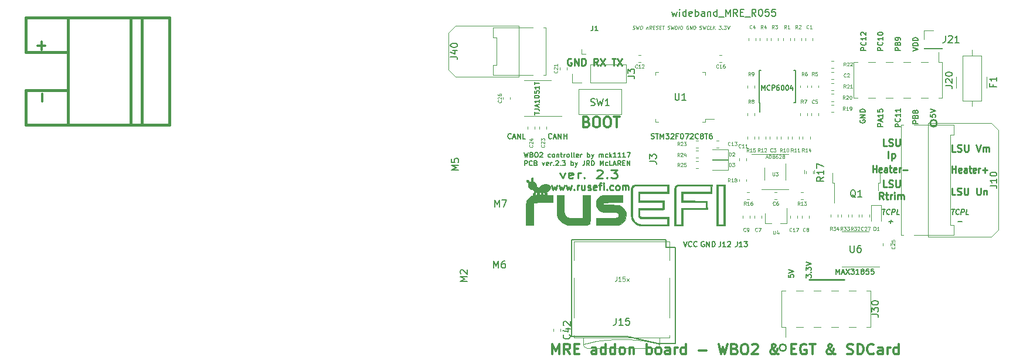
<source format=gbr>
G04 #@! TF.GenerationSoftware,KiCad,Pcbnew,5.1.5+dfsg1-2build2*
G04 #@! TF.CreationDate,2022-02-07T22:13:22+01:00*
G04 #@! TF.ProjectId,mre_addon_v2,6d72655f-6164-4646-9f6e-5f76322e6b69,V2.3*
G04 #@! TF.SameCoordinates,Original*
G04 #@! TF.FileFunction,Legend,Top*
G04 #@! TF.FilePolarity,Positive*
%FSLAX46Y46*%
G04 Gerber Fmt 4.6, Leading zero omitted, Abs format (unit mm)*
G04 Created by KiCad (PCBNEW 5.1.5+dfsg1-2build2) date 2022-02-07 22:13:22*
%MOMM*%
%LPD*%
G04 APERTURE LIST*
%ADD10C,0.125000*%
%ADD11C,0.150000*%
%ADD12C,0.187500*%
%ADD13C,0.225000*%
%ADD14C,0.250000*%
%ADD15C,0.300000*%
%ADD16C,0.120000*%
%ADD17C,0.127000*%
%ADD18C,0.381000*%
%ADD19C,0.254000*%
%ADD20C,0.010000*%
%ADD21C,0.101600*%
%ADD22C,0.304800*%
%ADD23C,0.130000*%
G04 APERTURE END LIST*
D10*
X121378571Y-145233333D02*
X121616666Y-145233333D01*
X121330952Y-145376190D02*
X121497619Y-144876190D01*
X121664285Y-145376190D01*
X121830952Y-145376190D02*
X121830952Y-144876190D01*
X121950000Y-144876190D01*
X122021428Y-144900000D01*
X122069047Y-144947619D01*
X122092857Y-144995238D01*
X122116666Y-145090476D01*
X122116666Y-145161904D01*
X122092857Y-145257142D01*
X122069047Y-145304761D01*
X122021428Y-145352380D01*
X121950000Y-145376190D01*
X121830952Y-145376190D01*
X122402380Y-145090476D02*
X122354761Y-145066666D01*
X122330952Y-145042857D01*
X122307142Y-144995238D01*
X122307142Y-144971428D01*
X122330952Y-144923809D01*
X122354761Y-144900000D01*
X122402380Y-144876190D01*
X122497619Y-144876190D01*
X122545238Y-144900000D01*
X122569047Y-144923809D01*
X122592857Y-144971428D01*
X122592857Y-144995238D01*
X122569047Y-145042857D01*
X122545238Y-145066666D01*
X122497619Y-145090476D01*
X122402380Y-145090476D01*
X122354761Y-145114285D01*
X122330952Y-145138095D01*
X122307142Y-145185714D01*
X122307142Y-145280952D01*
X122330952Y-145328571D01*
X122354761Y-145352380D01*
X122402380Y-145376190D01*
X122497619Y-145376190D01*
X122545238Y-145352380D01*
X122569047Y-145328571D01*
X122592857Y-145280952D01*
X122592857Y-145185714D01*
X122569047Y-145138095D01*
X122545238Y-145114285D01*
X122497619Y-145090476D01*
X123021428Y-144876190D02*
X122926190Y-144876190D01*
X122878571Y-144900000D01*
X122854761Y-144923809D01*
X122807142Y-144995238D01*
X122783333Y-145090476D01*
X122783333Y-145280952D01*
X122807142Y-145328571D01*
X122830952Y-145352380D01*
X122878571Y-145376190D01*
X122973809Y-145376190D01*
X123021428Y-145352380D01*
X123045238Y-145328571D01*
X123069047Y-145280952D01*
X123069047Y-145161904D01*
X123045238Y-145114285D01*
X123021428Y-145090476D01*
X122973809Y-145066666D01*
X122878571Y-145066666D01*
X122830952Y-145090476D01*
X122807142Y-145114285D01*
X122783333Y-145161904D01*
X123259523Y-144923809D02*
X123283333Y-144900000D01*
X123330952Y-144876190D01*
X123450000Y-144876190D01*
X123497619Y-144900000D01*
X123521428Y-144923809D01*
X123545238Y-144971428D01*
X123545238Y-145019047D01*
X123521428Y-145090476D01*
X123235714Y-145376190D01*
X123545238Y-145376190D01*
X123830952Y-145090476D02*
X123783333Y-145066666D01*
X123759523Y-145042857D01*
X123735714Y-144995238D01*
X123735714Y-144971428D01*
X123759523Y-144923809D01*
X123783333Y-144900000D01*
X123830952Y-144876190D01*
X123926190Y-144876190D01*
X123973809Y-144900000D01*
X123997619Y-144923809D01*
X124021428Y-144971428D01*
X124021428Y-144995238D01*
X123997619Y-145042857D01*
X123973809Y-145066666D01*
X123926190Y-145090476D01*
X123830952Y-145090476D01*
X123783333Y-145114285D01*
X123759523Y-145138095D01*
X123735714Y-145185714D01*
X123735714Y-145280952D01*
X123759523Y-145328571D01*
X123783333Y-145352380D01*
X123830952Y-145376190D01*
X123926190Y-145376190D01*
X123973809Y-145352380D01*
X123997619Y-145328571D01*
X124021428Y-145280952D01*
X124021428Y-145185714D01*
X123997619Y-145138095D01*
X123973809Y-145114285D01*
X123926190Y-145090476D01*
D11*
X131485714Y-162089285D02*
X131485714Y-161339285D01*
X131735714Y-161875000D01*
X131985714Y-161339285D01*
X131985714Y-162089285D01*
X132307142Y-161875000D02*
X132664285Y-161875000D01*
X132235714Y-162089285D02*
X132485714Y-161339285D01*
X132735714Y-162089285D01*
X132914285Y-161339285D02*
X133414285Y-162089285D01*
X133414285Y-161339285D02*
X132914285Y-162089285D01*
X133628571Y-161339285D02*
X134092857Y-161339285D01*
X133842857Y-161625000D01*
X133950000Y-161625000D01*
X134021428Y-161660714D01*
X134057142Y-161696428D01*
X134092857Y-161767857D01*
X134092857Y-161946428D01*
X134057142Y-162017857D01*
X134021428Y-162053571D01*
X133950000Y-162089285D01*
X133735714Y-162089285D01*
X133664285Y-162053571D01*
X133628571Y-162017857D01*
X134807142Y-162089285D02*
X134378571Y-162089285D01*
X134592857Y-162089285D02*
X134592857Y-161339285D01*
X134521428Y-161446428D01*
X134450000Y-161517857D01*
X134378571Y-161553571D01*
X135235714Y-161660714D02*
X135164285Y-161625000D01*
X135128571Y-161589285D01*
X135092857Y-161517857D01*
X135092857Y-161482142D01*
X135128571Y-161410714D01*
X135164285Y-161375000D01*
X135235714Y-161339285D01*
X135378571Y-161339285D01*
X135450000Y-161375000D01*
X135485714Y-161410714D01*
X135521428Y-161482142D01*
X135521428Y-161517857D01*
X135485714Y-161589285D01*
X135450000Y-161625000D01*
X135378571Y-161660714D01*
X135235714Y-161660714D01*
X135164285Y-161696428D01*
X135128571Y-161732142D01*
X135092857Y-161803571D01*
X135092857Y-161946428D01*
X135128571Y-162017857D01*
X135164285Y-162053571D01*
X135235714Y-162089285D01*
X135378571Y-162089285D01*
X135450000Y-162053571D01*
X135485714Y-162017857D01*
X135521428Y-161946428D01*
X135521428Y-161803571D01*
X135485714Y-161732142D01*
X135450000Y-161696428D01*
X135378571Y-161660714D01*
X136200000Y-161339285D02*
X135842857Y-161339285D01*
X135807142Y-161696428D01*
X135842857Y-161660714D01*
X135914285Y-161625000D01*
X136092857Y-161625000D01*
X136164285Y-161660714D01*
X136200000Y-161696428D01*
X136235714Y-161767857D01*
X136235714Y-161946428D01*
X136200000Y-162017857D01*
X136164285Y-162053571D01*
X136092857Y-162089285D01*
X135914285Y-162089285D01*
X135842857Y-162053571D01*
X135807142Y-162017857D01*
X136914285Y-161339285D02*
X136557142Y-161339285D01*
X136521428Y-161696428D01*
X136557142Y-161660714D01*
X136628571Y-161625000D01*
X136807142Y-161625000D01*
X136878571Y-161660714D01*
X136914285Y-161696428D01*
X136950000Y-161767857D01*
X136950000Y-161946428D01*
X136914285Y-162017857D01*
X136878571Y-162053571D01*
X136807142Y-162089285D01*
X136628571Y-162089285D01*
X136557142Y-162053571D01*
X136521428Y-162017857D01*
X87916666Y-139066666D02*
X87916666Y-138666666D01*
X88616666Y-138866666D02*
X87916666Y-138866666D01*
X87916666Y-138233333D02*
X88416666Y-138233333D01*
X88516666Y-138266666D01*
X88583333Y-138333333D01*
X88616666Y-138433333D01*
X88616666Y-138500000D01*
X88416666Y-137933333D02*
X88416666Y-137600000D01*
X88616666Y-138000000D02*
X87916666Y-137766666D01*
X88616666Y-137533333D01*
X88616666Y-136933333D02*
X88616666Y-137333333D01*
X88616666Y-137133333D02*
X87916666Y-137133333D01*
X88016666Y-137200000D01*
X88083333Y-137266666D01*
X88116666Y-137333333D01*
X87916666Y-136500000D02*
X87916666Y-136433333D01*
X87950000Y-136366666D01*
X87983333Y-136333333D01*
X88050000Y-136300000D01*
X88183333Y-136266666D01*
X88350000Y-136266666D01*
X88483333Y-136300000D01*
X88550000Y-136333333D01*
X88583333Y-136366666D01*
X88616666Y-136433333D01*
X88616666Y-136500000D01*
X88583333Y-136566666D01*
X88550000Y-136600000D01*
X88483333Y-136633333D01*
X88350000Y-136666666D01*
X88183333Y-136666666D01*
X88050000Y-136633333D01*
X87983333Y-136600000D01*
X87950000Y-136566666D01*
X87916666Y-136500000D01*
X87916666Y-135633333D02*
X87916666Y-135966666D01*
X88250000Y-136000000D01*
X88216666Y-135966666D01*
X88183333Y-135900000D01*
X88183333Y-135733333D01*
X88216666Y-135666666D01*
X88250000Y-135633333D01*
X88316666Y-135600000D01*
X88483333Y-135600000D01*
X88550000Y-135633333D01*
X88583333Y-135666666D01*
X88616666Y-135733333D01*
X88616666Y-135900000D01*
X88583333Y-135966666D01*
X88550000Y-136000000D01*
X88616666Y-134933333D02*
X88616666Y-135333333D01*
X88616666Y-135133333D02*
X87916666Y-135133333D01*
X88016666Y-135200000D01*
X88083333Y-135266666D01*
X88116666Y-135333333D01*
X87916666Y-134733333D02*
X87916666Y-134333333D01*
X88616666Y-134533333D02*
X87916666Y-134533333D01*
X120733333Y-135516666D02*
X120733333Y-134816666D01*
X120966666Y-135316666D01*
X121200000Y-134816666D01*
X121200000Y-135516666D01*
X121933333Y-135450000D02*
X121900000Y-135483333D01*
X121800000Y-135516666D01*
X121733333Y-135516666D01*
X121633333Y-135483333D01*
X121566666Y-135416666D01*
X121533333Y-135350000D01*
X121500000Y-135216666D01*
X121500000Y-135116666D01*
X121533333Y-134983333D01*
X121566666Y-134916666D01*
X121633333Y-134850000D01*
X121733333Y-134816666D01*
X121800000Y-134816666D01*
X121900000Y-134850000D01*
X121933333Y-134883333D01*
X122233333Y-135516666D02*
X122233333Y-134816666D01*
X122500000Y-134816666D01*
X122566666Y-134850000D01*
X122600000Y-134883333D01*
X122633333Y-134950000D01*
X122633333Y-135050000D01*
X122600000Y-135116666D01*
X122566666Y-135150000D01*
X122500000Y-135183333D01*
X122233333Y-135183333D01*
X123233333Y-134816666D02*
X123100000Y-134816666D01*
X123033333Y-134850000D01*
X123000000Y-134883333D01*
X122933333Y-134983333D01*
X122900000Y-135116666D01*
X122900000Y-135383333D01*
X122933333Y-135450000D01*
X122966666Y-135483333D01*
X123033333Y-135516666D01*
X123166666Y-135516666D01*
X123233333Y-135483333D01*
X123266666Y-135450000D01*
X123300000Y-135383333D01*
X123300000Y-135216666D01*
X123266666Y-135150000D01*
X123233333Y-135116666D01*
X123166666Y-135083333D01*
X123033333Y-135083333D01*
X122966666Y-135116666D01*
X122933333Y-135150000D01*
X122900000Y-135216666D01*
X123733333Y-134816666D02*
X123800000Y-134816666D01*
X123866666Y-134850000D01*
X123900000Y-134883333D01*
X123933333Y-134950000D01*
X123966666Y-135083333D01*
X123966666Y-135250000D01*
X123933333Y-135383333D01*
X123900000Y-135450000D01*
X123866666Y-135483333D01*
X123800000Y-135516666D01*
X123733333Y-135516666D01*
X123666666Y-135483333D01*
X123633333Y-135450000D01*
X123600000Y-135383333D01*
X123566666Y-135250000D01*
X123566666Y-135083333D01*
X123600000Y-134950000D01*
X123633333Y-134883333D01*
X123666666Y-134850000D01*
X123733333Y-134816666D01*
X124400000Y-134816666D02*
X124466666Y-134816666D01*
X124533333Y-134850000D01*
X124566666Y-134883333D01*
X124600000Y-134950000D01*
X124633333Y-135083333D01*
X124633333Y-135250000D01*
X124600000Y-135383333D01*
X124566666Y-135450000D01*
X124533333Y-135483333D01*
X124466666Y-135516666D01*
X124400000Y-135516666D01*
X124333333Y-135483333D01*
X124300000Y-135450000D01*
X124266666Y-135383333D01*
X124233333Y-135250000D01*
X124233333Y-135083333D01*
X124266666Y-134950000D01*
X124300000Y-134883333D01*
X124333333Y-134850000D01*
X124400000Y-134816666D01*
X125233333Y-135050000D02*
X125233333Y-135516666D01*
X125066666Y-134783333D02*
X124900000Y-135283333D01*
X125333333Y-135283333D01*
X104789285Y-142503571D02*
X104896428Y-142539285D01*
X105075000Y-142539285D01*
X105146428Y-142503571D01*
X105182142Y-142467857D01*
X105217857Y-142396428D01*
X105217857Y-142325000D01*
X105182142Y-142253571D01*
X105146428Y-142217857D01*
X105075000Y-142182142D01*
X104932142Y-142146428D01*
X104860714Y-142110714D01*
X104825000Y-142075000D01*
X104789285Y-142003571D01*
X104789285Y-141932142D01*
X104825000Y-141860714D01*
X104860714Y-141825000D01*
X104932142Y-141789285D01*
X105110714Y-141789285D01*
X105217857Y-141825000D01*
X105432142Y-141789285D02*
X105860714Y-141789285D01*
X105646428Y-142539285D02*
X105646428Y-141789285D01*
X106110714Y-142539285D02*
X106110714Y-141789285D01*
X106360714Y-142325000D01*
X106610714Y-141789285D01*
X106610714Y-142539285D01*
X106896428Y-141789285D02*
X107360714Y-141789285D01*
X107110714Y-142075000D01*
X107217857Y-142075000D01*
X107289285Y-142110714D01*
X107325000Y-142146428D01*
X107360714Y-142217857D01*
X107360714Y-142396428D01*
X107325000Y-142467857D01*
X107289285Y-142503571D01*
X107217857Y-142539285D01*
X107003571Y-142539285D01*
X106932142Y-142503571D01*
X106896428Y-142467857D01*
X107646428Y-141860714D02*
X107682142Y-141825000D01*
X107753571Y-141789285D01*
X107932142Y-141789285D01*
X108003571Y-141825000D01*
X108039285Y-141860714D01*
X108075000Y-141932142D01*
X108075000Y-142003571D01*
X108039285Y-142110714D01*
X107610714Y-142539285D01*
X108075000Y-142539285D01*
X108646428Y-142146428D02*
X108396428Y-142146428D01*
X108396428Y-142539285D02*
X108396428Y-141789285D01*
X108753571Y-141789285D01*
X109182142Y-141789285D02*
X109253571Y-141789285D01*
X109325000Y-141825000D01*
X109360714Y-141860714D01*
X109396428Y-141932142D01*
X109432142Y-142075000D01*
X109432142Y-142253571D01*
X109396428Y-142396428D01*
X109360714Y-142467857D01*
X109325000Y-142503571D01*
X109253571Y-142539285D01*
X109182142Y-142539285D01*
X109110714Y-142503571D01*
X109075000Y-142467857D01*
X109039285Y-142396428D01*
X109003571Y-142253571D01*
X109003571Y-142075000D01*
X109039285Y-141932142D01*
X109075000Y-141860714D01*
X109110714Y-141825000D01*
X109182142Y-141789285D01*
X109682142Y-141789285D02*
X110182142Y-141789285D01*
X109860714Y-142539285D01*
X110432142Y-141860714D02*
X110467857Y-141825000D01*
X110539285Y-141789285D01*
X110717857Y-141789285D01*
X110789285Y-141825000D01*
X110825000Y-141860714D01*
X110860714Y-141932142D01*
X110860714Y-142003571D01*
X110825000Y-142110714D01*
X110396428Y-142539285D01*
X110860714Y-142539285D01*
X111610714Y-142467857D02*
X111575000Y-142503571D01*
X111467857Y-142539285D01*
X111396428Y-142539285D01*
X111289285Y-142503571D01*
X111217857Y-142432142D01*
X111182142Y-142360714D01*
X111146428Y-142217857D01*
X111146428Y-142110714D01*
X111182142Y-141967857D01*
X111217857Y-141896428D01*
X111289285Y-141825000D01*
X111396428Y-141789285D01*
X111467857Y-141789285D01*
X111575000Y-141825000D01*
X111610714Y-141860714D01*
X112039285Y-142110714D02*
X111967857Y-142075000D01*
X111932142Y-142039285D01*
X111896428Y-141967857D01*
X111896428Y-141932142D01*
X111932142Y-141860714D01*
X111967857Y-141825000D01*
X112039285Y-141789285D01*
X112182142Y-141789285D01*
X112253571Y-141825000D01*
X112289285Y-141860714D01*
X112325000Y-141932142D01*
X112325000Y-141967857D01*
X112289285Y-142039285D01*
X112253571Y-142075000D01*
X112182142Y-142110714D01*
X112039285Y-142110714D01*
X111967857Y-142146428D01*
X111932142Y-142182142D01*
X111896428Y-142253571D01*
X111896428Y-142396428D01*
X111932142Y-142467857D01*
X111967857Y-142503571D01*
X112039285Y-142539285D01*
X112182142Y-142539285D01*
X112253571Y-142503571D01*
X112289285Y-142467857D01*
X112325000Y-142396428D01*
X112325000Y-142253571D01*
X112289285Y-142182142D01*
X112253571Y-142146428D01*
X112182142Y-142110714D01*
X112539285Y-141789285D02*
X112967857Y-141789285D01*
X112753571Y-142539285D02*
X112753571Y-141789285D01*
X113539285Y-141789285D02*
X113396428Y-141789285D01*
X113325000Y-141825000D01*
X113289285Y-141860714D01*
X113217857Y-141967857D01*
X113182142Y-142110714D01*
X113182142Y-142396428D01*
X113217857Y-142467857D01*
X113253571Y-142503571D01*
X113325000Y-142539285D01*
X113467857Y-142539285D01*
X113539285Y-142503571D01*
X113575000Y-142467857D01*
X113610714Y-142396428D01*
X113610714Y-142217857D01*
X113575000Y-142146428D01*
X113539285Y-142110714D01*
X113467857Y-142075000D01*
X113325000Y-142075000D01*
X113253571Y-142110714D01*
X113217857Y-142146428D01*
X113182142Y-142217857D01*
D12*
X148194810Y-152733035D02*
X148623381Y-152733035D01*
X148315345Y-153483035D02*
X148409095Y-152733035D01*
X149217131Y-153411607D02*
X149176953Y-153447321D01*
X149065345Y-153483035D01*
X148993917Y-153483035D01*
X148891238Y-153447321D01*
X148828738Y-153375892D01*
X148801953Y-153304464D01*
X148784095Y-153161607D01*
X148797488Y-153054464D01*
X148851060Y-152911607D01*
X148895703Y-152840178D01*
X148976060Y-152768750D01*
X149087667Y-152733035D01*
X149159095Y-152733035D01*
X149261774Y-152768750D01*
X149293024Y-152804464D01*
X149529631Y-153483035D02*
X149623381Y-152733035D01*
X149909095Y-152733035D01*
X149976060Y-152768750D01*
X150007310Y-152804464D01*
X150034095Y-152875892D01*
X150020703Y-152983035D01*
X149976060Y-153054464D01*
X149935881Y-153090178D01*
X149859988Y-153125892D01*
X149574274Y-153125892D01*
X150636774Y-153483035D02*
X150279631Y-153483035D01*
X150373381Y-152733035D01*
X149118917Y-154509821D02*
X149690345Y-154509821D01*
X138194810Y-152733035D02*
X138623381Y-152733035D01*
X138315345Y-153483035D02*
X138409095Y-152733035D01*
X139217131Y-153411607D02*
X139176953Y-153447321D01*
X139065345Y-153483035D01*
X138993917Y-153483035D01*
X138891238Y-153447321D01*
X138828738Y-153375892D01*
X138801953Y-153304464D01*
X138784095Y-153161607D01*
X138797488Y-153054464D01*
X138851060Y-152911607D01*
X138895703Y-152840178D01*
X138976060Y-152768750D01*
X139087667Y-152733035D01*
X139159095Y-152733035D01*
X139261774Y-152768750D01*
X139293024Y-152804464D01*
X139529631Y-153483035D02*
X139623381Y-152733035D01*
X139909095Y-152733035D01*
X139976060Y-152768750D01*
X140007310Y-152804464D01*
X140034095Y-152875892D01*
X140020703Y-152983035D01*
X139976060Y-153054464D01*
X139935881Y-153090178D01*
X139859988Y-153125892D01*
X139574274Y-153125892D01*
X140636774Y-153483035D02*
X140279631Y-153483035D01*
X140373381Y-152733035D01*
X139118917Y-154509821D02*
X139690345Y-154509821D01*
X139368917Y-154795535D02*
X139440345Y-154224107D01*
D13*
X136771428Y-147402380D02*
X136771428Y-146402380D01*
X136771428Y-146878571D02*
X137285714Y-146878571D01*
X137285714Y-147402380D02*
X137285714Y-146402380D01*
X138057142Y-147354761D02*
X137971428Y-147402380D01*
X137800000Y-147402380D01*
X137714285Y-147354761D01*
X137671428Y-147259523D01*
X137671428Y-146878571D01*
X137714285Y-146783333D01*
X137800000Y-146735714D01*
X137971428Y-146735714D01*
X138057142Y-146783333D01*
X138100000Y-146878571D01*
X138100000Y-146973809D01*
X137671428Y-147069047D01*
X138871428Y-147402380D02*
X138871428Y-146878571D01*
X138828571Y-146783333D01*
X138742857Y-146735714D01*
X138571428Y-146735714D01*
X138485714Y-146783333D01*
X138871428Y-147354761D02*
X138785714Y-147402380D01*
X138571428Y-147402380D01*
X138485714Y-147354761D01*
X138442857Y-147259523D01*
X138442857Y-147164285D01*
X138485714Y-147069047D01*
X138571428Y-147021428D01*
X138785714Y-147021428D01*
X138871428Y-146973809D01*
X139171428Y-146735714D02*
X139514285Y-146735714D01*
X139300000Y-146402380D02*
X139300000Y-147259523D01*
X139342857Y-147354761D01*
X139428571Y-147402380D01*
X139514285Y-147402380D01*
X140157142Y-147354761D02*
X140071428Y-147402380D01*
X139900000Y-147402380D01*
X139814285Y-147354761D01*
X139771428Y-147259523D01*
X139771428Y-146878571D01*
X139814285Y-146783333D01*
X139900000Y-146735714D01*
X140071428Y-146735714D01*
X140157142Y-146783333D01*
X140200000Y-146878571D01*
X140200000Y-146973809D01*
X139771428Y-147069047D01*
X140585714Y-147402380D02*
X140585714Y-146735714D01*
X140585714Y-146926190D02*
X140628571Y-146830952D01*
X140671428Y-146783333D01*
X140757142Y-146735714D01*
X140842857Y-146735714D01*
X141142857Y-147021428D02*
X141828571Y-147021428D01*
D14*
X148702380Y-150652380D02*
X148226190Y-150652380D01*
X148226190Y-149652380D01*
X148988095Y-150604761D02*
X149130952Y-150652380D01*
X149369047Y-150652380D01*
X149464285Y-150604761D01*
X149511904Y-150557142D01*
X149559523Y-150461904D01*
X149559523Y-150366666D01*
X149511904Y-150271428D01*
X149464285Y-150223809D01*
X149369047Y-150176190D01*
X149178571Y-150128571D01*
X149083333Y-150080952D01*
X149035714Y-150033333D01*
X148988095Y-149938095D01*
X148988095Y-149842857D01*
X149035714Y-149747619D01*
X149083333Y-149700000D01*
X149178571Y-149652380D01*
X149416666Y-149652380D01*
X149559523Y-149700000D01*
X149988095Y-149652380D02*
X149988095Y-150461904D01*
X150035714Y-150557142D01*
X150083333Y-150604761D01*
X150178571Y-150652380D01*
X150369047Y-150652380D01*
X150464285Y-150604761D01*
X150511904Y-150557142D01*
X150559523Y-150461904D01*
X150559523Y-149652380D01*
X151797619Y-149652380D02*
X151797619Y-150461904D01*
X151845238Y-150557142D01*
X151892857Y-150604761D01*
X151988095Y-150652380D01*
X152178571Y-150652380D01*
X152273809Y-150604761D01*
X152321428Y-150557142D01*
X152369047Y-150461904D01*
X152369047Y-149652380D01*
X152845238Y-149985714D02*
X152845238Y-150652380D01*
X152845238Y-150080952D02*
X152892857Y-150033333D01*
X152988095Y-149985714D01*
X153130952Y-149985714D01*
X153226190Y-150033333D01*
X153273809Y-150128571D01*
X153273809Y-150652380D01*
X148733333Y-144402380D02*
X148257142Y-144402380D01*
X148257142Y-143402380D01*
X149019047Y-144354761D02*
X149161904Y-144402380D01*
X149400000Y-144402380D01*
X149495238Y-144354761D01*
X149542857Y-144307142D01*
X149590476Y-144211904D01*
X149590476Y-144116666D01*
X149542857Y-144021428D01*
X149495238Y-143973809D01*
X149400000Y-143926190D01*
X149209523Y-143878571D01*
X149114285Y-143830952D01*
X149066666Y-143783333D01*
X149019047Y-143688095D01*
X149019047Y-143592857D01*
X149066666Y-143497619D01*
X149114285Y-143450000D01*
X149209523Y-143402380D01*
X149447619Y-143402380D01*
X149590476Y-143450000D01*
X150019047Y-143402380D02*
X150019047Y-144211904D01*
X150066666Y-144307142D01*
X150114285Y-144354761D01*
X150209523Y-144402380D01*
X150400000Y-144402380D01*
X150495238Y-144354761D01*
X150542857Y-144307142D01*
X150590476Y-144211904D01*
X150590476Y-143402380D01*
X151685714Y-143402380D02*
X152019047Y-144402380D01*
X152352380Y-143402380D01*
X152685714Y-144402380D02*
X152685714Y-143735714D01*
X152685714Y-143830952D02*
X152733333Y-143783333D01*
X152828571Y-143735714D01*
X152971428Y-143735714D01*
X153066666Y-143783333D01*
X153114285Y-143878571D01*
X153114285Y-144402380D01*
X153114285Y-143878571D02*
X153161904Y-143783333D01*
X153257142Y-143735714D01*
X153400000Y-143735714D01*
X153495238Y-143783333D01*
X153542857Y-143878571D01*
X153542857Y-144402380D01*
X138809523Y-149527380D02*
X138333333Y-149527380D01*
X138333333Y-148527380D01*
X139095238Y-149479761D02*
X139238095Y-149527380D01*
X139476190Y-149527380D01*
X139571428Y-149479761D01*
X139619047Y-149432142D01*
X139666666Y-149336904D01*
X139666666Y-149241666D01*
X139619047Y-149146428D01*
X139571428Y-149098809D01*
X139476190Y-149051190D01*
X139285714Y-149003571D01*
X139190476Y-148955952D01*
X139142857Y-148908333D01*
X139095238Y-148813095D01*
X139095238Y-148717857D01*
X139142857Y-148622619D01*
X139190476Y-148575000D01*
X139285714Y-148527380D01*
X139523809Y-148527380D01*
X139666666Y-148575000D01*
X140095238Y-148527380D02*
X140095238Y-149336904D01*
X140142857Y-149432142D01*
X140190476Y-149479761D01*
X140285714Y-149527380D01*
X140476190Y-149527380D01*
X140571428Y-149479761D01*
X140619047Y-149432142D01*
X140666666Y-149336904D01*
X140666666Y-148527380D01*
X138309523Y-151277380D02*
X137976190Y-150801190D01*
X137738095Y-151277380D02*
X137738095Y-150277380D01*
X138119047Y-150277380D01*
X138214285Y-150325000D01*
X138261904Y-150372619D01*
X138309523Y-150467857D01*
X138309523Y-150610714D01*
X138261904Y-150705952D01*
X138214285Y-150753571D01*
X138119047Y-150801190D01*
X137738095Y-150801190D01*
X138595238Y-150610714D02*
X138976190Y-150610714D01*
X138738095Y-150277380D02*
X138738095Y-151134523D01*
X138785714Y-151229761D01*
X138880952Y-151277380D01*
X138976190Y-151277380D01*
X139309523Y-151277380D02*
X139309523Y-150610714D01*
X139309523Y-150801190D02*
X139357142Y-150705952D01*
X139404761Y-150658333D01*
X139500000Y-150610714D01*
X139595238Y-150610714D01*
X139928571Y-151277380D02*
X139928571Y-150610714D01*
X139928571Y-150277380D02*
X139880952Y-150325000D01*
X139928571Y-150372619D01*
X139976190Y-150325000D01*
X139928571Y-150277380D01*
X139928571Y-150372619D01*
X140404761Y-151277380D02*
X140404761Y-150610714D01*
X140404761Y-150705952D02*
X140452380Y-150658333D01*
X140547619Y-150610714D01*
X140690476Y-150610714D01*
X140785714Y-150658333D01*
X140833333Y-150753571D01*
X140833333Y-151277380D01*
X140833333Y-150753571D02*
X140880952Y-150658333D01*
X140976190Y-150610714D01*
X141119047Y-150610714D01*
X141214285Y-150658333D01*
X141261904Y-150753571D01*
X141261904Y-151277380D01*
D13*
X148271428Y-147452380D02*
X148271428Y-146452380D01*
X148271428Y-146928571D02*
X148785714Y-146928571D01*
X148785714Y-147452380D02*
X148785714Y-146452380D01*
X149557142Y-147404761D02*
X149471428Y-147452380D01*
X149300000Y-147452380D01*
X149214285Y-147404761D01*
X149171428Y-147309523D01*
X149171428Y-146928571D01*
X149214285Y-146833333D01*
X149300000Y-146785714D01*
X149471428Y-146785714D01*
X149557142Y-146833333D01*
X149600000Y-146928571D01*
X149600000Y-147023809D01*
X149171428Y-147119047D01*
X150371428Y-147452380D02*
X150371428Y-146928571D01*
X150328571Y-146833333D01*
X150242857Y-146785714D01*
X150071428Y-146785714D01*
X149985714Y-146833333D01*
X150371428Y-147404761D02*
X150285714Y-147452380D01*
X150071428Y-147452380D01*
X149985714Y-147404761D01*
X149942857Y-147309523D01*
X149942857Y-147214285D01*
X149985714Y-147119047D01*
X150071428Y-147071428D01*
X150285714Y-147071428D01*
X150371428Y-147023809D01*
X150671428Y-146785714D02*
X151014285Y-146785714D01*
X150800000Y-146452380D02*
X150800000Y-147309523D01*
X150842857Y-147404761D01*
X150928571Y-147452380D01*
X151014285Y-147452380D01*
X151657142Y-147404761D02*
X151571428Y-147452380D01*
X151400000Y-147452380D01*
X151314285Y-147404761D01*
X151271428Y-147309523D01*
X151271428Y-146928571D01*
X151314285Y-146833333D01*
X151400000Y-146785714D01*
X151571428Y-146785714D01*
X151657142Y-146833333D01*
X151700000Y-146928571D01*
X151700000Y-147023809D01*
X151271428Y-147119047D01*
X152085714Y-147452380D02*
X152085714Y-146785714D01*
X152085714Y-146976190D02*
X152128571Y-146880952D01*
X152171428Y-146833333D01*
X152257142Y-146785714D01*
X152342857Y-146785714D01*
X152642857Y-147071428D02*
X153328571Y-147071428D01*
X152985714Y-147452380D02*
X152985714Y-146690476D01*
D14*
X138809523Y-143577380D02*
X138333333Y-143577380D01*
X138333333Y-142577380D01*
X139095238Y-143529761D02*
X139238095Y-143577380D01*
X139476190Y-143577380D01*
X139571428Y-143529761D01*
X139619047Y-143482142D01*
X139666666Y-143386904D01*
X139666666Y-143291666D01*
X139619047Y-143196428D01*
X139571428Y-143148809D01*
X139476190Y-143101190D01*
X139285714Y-143053571D01*
X139190476Y-143005952D01*
X139142857Y-142958333D01*
X139095238Y-142863095D01*
X139095238Y-142767857D01*
X139142857Y-142672619D01*
X139190476Y-142625000D01*
X139285714Y-142577380D01*
X139523809Y-142577380D01*
X139666666Y-142625000D01*
X140095238Y-142577380D02*
X140095238Y-143386904D01*
X140142857Y-143482142D01*
X140190476Y-143529761D01*
X140285714Y-143577380D01*
X140476190Y-143577380D01*
X140571428Y-143529761D01*
X140619047Y-143482142D01*
X140666666Y-143386904D01*
X140666666Y-142577380D01*
X139047619Y-145327380D02*
X139047619Y-144327380D01*
X139523809Y-144660714D02*
X139523809Y-145660714D01*
X139523809Y-144708333D02*
X139619047Y-144660714D01*
X139809523Y-144660714D01*
X139904761Y-144708333D01*
X139952380Y-144755952D01*
X140000000Y-144851190D01*
X140000000Y-145136904D01*
X139952380Y-145232142D01*
X139904761Y-145279761D01*
X139809523Y-145327380D01*
X139619047Y-145327380D01*
X139523809Y-145279761D01*
X91621428Y-147442857D02*
X91978571Y-148242857D01*
X92335714Y-147442857D01*
X93478571Y-148185714D02*
X93335714Y-148242857D01*
X93050000Y-148242857D01*
X92907142Y-148185714D01*
X92835714Y-148071428D01*
X92835714Y-147614285D01*
X92907142Y-147500000D01*
X93050000Y-147442857D01*
X93335714Y-147442857D01*
X93478571Y-147500000D01*
X93550000Y-147614285D01*
X93550000Y-147728571D01*
X92835714Y-147842857D01*
X94192857Y-148242857D02*
X94192857Y-147442857D01*
X94192857Y-147671428D02*
X94264285Y-147557142D01*
X94335714Y-147500000D01*
X94478571Y-147442857D01*
X94621428Y-147442857D01*
X95121428Y-148128571D02*
X95192857Y-148185714D01*
X95121428Y-148242857D01*
X95050000Y-148185714D01*
X95121428Y-148128571D01*
X95121428Y-148242857D01*
X96907142Y-147157142D02*
X96978571Y-147100000D01*
X97121428Y-147042857D01*
X97478571Y-147042857D01*
X97621428Y-147100000D01*
X97692857Y-147157142D01*
X97764285Y-147271428D01*
X97764285Y-147385714D01*
X97692857Y-147557142D01*
X96835714Y-148242857D01*
X97764285Y-148242857D01*
X98407142Y-148128571D02*
X98478571Y-148185714D01*
X98407142Y-148242857D01*
X98335714Y-148185714D01*
X98407142Y-148128571D01*
X98407142Y-148242857D01*
X98978571Y-147042857D02*
X99907142Y-147042857D01*
X99407142Y-147500000D01*
X99621428Y-147500000D01*
X99764285Y-147557142D01*
X99835714Y-147614285D01*
X99907142Y-147728571D01*
X99907142Y-148014285D01*
X99835714Y-148128571D01*
X99764285Y-148185714D01*
X99621428Y-148242857D01*
X99192857Y-148242857D01*
X99050000Y-148185714D01*
X98978571Y-148128571D01*
D11*
X86433333Y-144516666D02*
X86600000Y-145216666D01*
X86733333Y-144716666D01*
X86866666Y-145216666D01*
X87033333Y-144516666D01*
X87533333Y-144850000D02*
X87633333Y-144883333D01*
X87666666Y-144916666D01*
X87700000Y-144983333D01*
X87700000Y-145083333D01*
X87666666Y-145150000D01*
X87633333Y-145183333D01*
X87566666Y-145216666D01*
X87300000Y-145216666D01*
X87300000Y-144516666D01*
X87533333Y-144516666D01*
X87600000Y-144550000D01*
X87633333Y-144583333D01*
X87666666Y-144650000D01*
X87666666Y-144716666D01*
X87633333Y-144783333D01*
X87600000Y-144816666D01*
X87533333Y-144850000D01*
X87300000Y-144850000D01*
X88133333Y-144516666D02*
X88266666Y-144516666D01*
X88333333Y-144550000D01*
X88400000Y-144616666D01*
X88433333Y-144750000D01*
X88433333Y-144983333D01*
X88400000Y-145116666D01*
X88333333Y-145183333D01*
X88266666Y-145216666D01*
X88133333Y-145216666D01*
X88066666Y-145183333D01*
X88000000Y-145116666D01*
X87966666Y-144983333D01*
X87966666Y-144750000D01*
X88000000Y-144616666D01*
X88066666Y-144550000D01*
X88133333Y-144516666D01*
X88700000Y-144583333D02*
X88733333Y-144550000D01*
X88800000Y-144516666D01*
X88966666Y-144516666D01*
X89033333Y-144550000D01*
X89066666Y-144583333D01*
X89100000Y-144650000D01*
X89100000Y-144716666D01*
X89066666Y-144816666D01*
X88666666Y-145216666D01*
X89100000Y-145216666D01*
X90233333Y-145183333D02*
X90166666Y-145216666D01*
X90033333Y-145216666D01*
X89966666Y-145183333D01*
X89933333Y-145150000D01*
X89900000Y-145083333D01*
X89900000Y-144883333D01*
X89933333Y-144816666D01*
X89966666Y-144783333D01*
X90033333Y-144750000D01*
X90166666Y-144750000D01*
X90233333Y-144783333D01*
X90633333Y-145216666D02*
X90566666Y-145183333D01*
X90533333Y-145150000D01*
X90500000Y-145083333D01*
X90500000Y-144883333D01*
X90533333Y-144816666D01*
X90566666Y-144783333D01*
X90633333Y-144750000D01*
X90733333Y-144750000D01*
X90800000Y-144783333D01*
X90833333Y-144816666D01*
X90866666Y-144883333D01*
X90866666Y-145083333D01*
X90833333Y-145150000D01*
X90800000Y-145183333D01*
X90733333Y-145216666D01*
X90633333Y-145216666D01*
X91166666Y-144750000D02*
X91166666Y-145216666D01*
X91166666Y-144816666D02*
X91200000Y-144783333D01*
X91266666Y-144750000D01*
X91366666Y-144750000D01*
X91433333Y-144783333D01*
X91466666Y-144850000D01*
X91466666Y-145216666D01*
X91700000Y-144750000D02*
X91966666Y-144750000D01*
X91800000Y-144516666D02*
X91800000Y-145116666D01*
X91833333Y-145183333D01*
X91900000Y-145216666D01*
X91966666Y-145216666D01*
X92200000Y-145216666D02*
X92200000Y-144750000D01*
X92200000Y-144883333D02*
X92233333Y-144816666D01*
X92266666Y-144783333D01*
X92333333Y-144750000D01*
X92400000Y-144750000D01*
X92733333Y-145216666D02*
X92666666Y-145183333D01*
X92633333Y-145150000D01*
X92600000Y-145083333D01*
X92600000Y-144883333D01*
X92633333Y-144816666D01*
X92666666Y-144783333D01*
X92733333Y-144750000D01*
X92833333Y-144750000D01*
X92900000Y-144783333D01*
X92933333Y-144816666D01*
X92966666Y-144883333D01*
X92966666Y-145083333D01*
X92933333Y-145150000D01*
X92900000Y-145183333D01*
X92833333Y-145216666D01*
X92733333Y-145216666D01*
X93366666Y-145216666D02*
X93300000Y-145183333D01*
X93266666Y-145116666D01*
X93266666Y-144516666D01*
X93733333Y-145216666D02*
X93666666Y-145183333D01*
X93633333Y-145116666D01*
X93633333Y-144516666D01*
X94266666Y-145183333D02*
X94200000Y-145216666D01*
X94066666Y-145216666D01*
X94000000Y-145183333D01*
X93966666Y-145116666D01*
X93966666Y-144850000D01*
X94000000Y-144783333D01*
X94066666Y-144750000D01*
X94200000Y-144750000D01*
X94266666Y-144783333D01*
X94300000Y-144850000D01*
X94300000Y-144916666D01*
X93966666Y-144983333D01*
X94600000Y-145216666D02*
X94600000Y-144750000D01*
X94600000Y-144883333D02*
X94633333Y-144816666D01*
X94666666Y-144783333D01*
X94733333Y-144750000D01*
X94800000Y-144750000D01*
X95566666Y-145216666D02*
X95566666Y-144516666D01*
X95566666Y-144783333D02*
X95633333Y-144750000D01*
X95766666Y-144750000D01*
X95833333Y-144783333D01*
X95866666Y-144816666D01*
X95900000Y-144883333D01*
X95900000Y-145083333D01*
X95866666Y-145150000D01*
X95833333Y-145183333D01*
X95766666Y-145216666D01*
X95633333Y-145216666D01*
X95566666Y-145183333D01*
X96133333Y-144750000D02*
X96300000Y-145216666D01*
X96466666Y-144750000D02*
X96300000Y-145216666D01*
X96233333Y-145383333D01*
X96200000Y-145416666D01*
X96133333Y-145450000D01*
X97266666Y-145216666D02*
X97266666Y-144750000D01*
X97266666Y-144816666D02*
X97300000Y-144783333D01*
X97366666Y-144750000D01*
X97466666Y-144750000D01*
X97533333Y-144783333D01*
X97566666Y-144850000D01*
X97566666Y-145216666D01*
X97566666Y-144850000D02*
X97600000Y-144783333D01*
X97666666Y-144750000D01*
X97766666Y-144750000D01*
X97833333Y-144783333D01*
X97866666Y-144850000D01*
X97866666Y-145216666D01*
X98500000Y-145183333D02*
X98433333Y-145216666D01*
X98300000Y-145216666D01*
X98233333Y-145183333D01*
X98200000Y-145150000D01*
X98166666Y-145083333D01*
X98166666Y-144883333D01*
X98200000Y-144816666D01*
X98233333Y-144783333D01*
X98300000Y-144750000D01*
X98433333Y-144750000D01*
X98500000Y-144783333D01*
X98800000Y-145216666D02*
X98800000Y-144516666D01*
X98866666Y-144950000D02*
X99066666Y-145216666D01*
X99066666Y-144750000D02*
X98800000Y-145016666D01*
X99733333Y-145216666D02*
X99333333Y-145216666D01*
X99533333Y-145216666D02*
X99533333Y-144516666D01*
X99466666Y-144616666D01*
X99400000Y-144683333D01*
X99333333Y-144716666D01*
X100400000Y-145216666D02*
X100000000Y-145216666D01*
X100200000Y-145216666D02*
X100200000Y-144516666D01*
X100133333Y-144616666D01*
X100066666Y-144683333D01*
X100000000Y-144716666D01*
X101066666Y-145216666D02*
X100666666Y-145216666D01*
X100866666Y-145216666D02*
X100866666Y-144516666D01*
X100800000Y-144616666D01*
X100733333Y-144683333D01*
X100666666Y-144716666D01*
X101300000Y-144516666D02*
X101766666Y-144516666D01*
X101466666Y-145216666D01*
X86500000Y-146416666D02*
X86500000Y-145716666D01*
X86766666Y-145716666D01*
X86833333Y-145750000D01*
X86866666Y-145783333D01*
X86900000Y-145850000D01*
X86900000Y-145950000D01*
X86866666Y-146016666D01*
X86833333Y-146050000D01*
X86766666Y-146083333D01*
X86500000Y-146083333D01*
X87600000Y-146350000D02*
X87566666Y-146383333D01*
X87466666Y-146416666D01*
X87400000Y-146416666D01*
X87300000Y-146383333D01*
X87233333Y-146316666D01*
X87200000Y-146250000D01*
X87166666Y-146116666D01*
X87166666Y-146016666D01*
X87200000Y-145883333D01*
X87233333Y-145816666D01*
X87300000Y-145750000D01*
X87400000Y-145716666D01*
X87466666Y-145716666D01*
X87566666Y-145750000D01*
X87600000Y-145783333D01*
X88133333Y-146050000D02*
X88233333Y-146083333D01*
X88266666Y-146116666D01*
X88300000Y-146183333D01*
X88300000Y-146283333D01*
X88266666Y-146350000D01*
X88233333Y-146383333D01*
X88166666Y-146416666D01*
X87900000Y-146416666D01*
X87900000Y-145716666D01*
X88133333Y-145716666D01*
X88200000Y-145750000D01*
X88233333Y-145783333D01*
X88266666Y-145850000D01*
X88266666Y-145916666D01*
X88233333Y-145983333D01*
X88200000Y-146016666D01*
X88133333Y-146050000D01*
X87900000Y-146050000D01*
X89066666Y-145950000D02*
X89233333Y-146416666D01*
X89400000Y-145950000D01*
X89933333Y-146383333D02*
X89866666Y-146416666D01*
X89733333Y-146416666D01*
X89666666Y-146383333D01*
X89633333Y-146316666D01*
X89633333Y-146050000D01*
X89666666Y-145983333D01*
X89733333Y-145950000D01*
X89866666Y-145950000D01*
X89933333Y-145983333D01*
X89966666Y-146050000D01*
X89966666Y-146116666D01*
X89633333Y-146183333D01*
X90266666Y-146416666D02*
X90266666Y-145950000D01*
X90266666Y-146083333D02*
X90300000Y-146016666D01*
X90333333Y-145983333D01*
X90400000Y-145950000D01*
X90466666Y-145950000D01*
X90700000Y-146350000D02*
X90733333Y-146383333D01*
X90700000Y-146416666D01*
X90666666Y-146383333D01*
X90700000Y-146350000D01*
X90700000Y-146416666D01*
X91000000Y-145783333D02*
X91033333Y-145750000D01*
X91100000Y-145716666D01*
X91266666Y-145716666D01*
X91333333Y-145750000D01*
X91366666Y-145783333D01*
X91400000Y-145850000D01*
X91400000Y-145916666D01*
X91366666Y-146016666D01*
X90966666Y-146416666D01*
X91400000Y-146416666D01*
X91700000Y-146350000D02*
X91733333Y-146383333D01*
X91700000Y-146416666D01*
X91666666Y-146383333D01*
X91700000Y-146350000D01*
X91700000Y-146416666D01*
X91966666Y-145716666D02*
X92400000Y-145716666D01*
X92166666Y-145983333D01*
X92266666Y-145983333D01*
X92333333Y-146016666D01*
X92366666Y-146050000D01*
X92400000Y-146116666D01*
X92400000Y-146283333D01*
X92366666Y-146350000D01*
X92333333Y-146383333D01*
X92266666Y-146416666D01*
X92066666Y-146416666D01*
X92000000Y-146383333D01*
X91966666Y-146350000D01*
X93233333Y-146416666D02*
X93233333Y-145716666D01*
X93233333Y-145983333D02*
X93300000Y-145950000D01*
X93433333Y-145950000D01*
X93500000Y-145983333D01*
X93533333Y-146016666D01*
X93566666Y-146083333D01*
X93566666Y-146283333D01*
X93533333Y-146350000D01*
X93500000Y-146383333D01*
X93433333Y-146416666D01*
X93300000Y-146416666D01*
X93233333Y-146383333D01*
X93800000Y-145950000D02*
X93966666Y-146416666D01*
X94133333Y-145950000D02*
X93966666Y-146416666D01*
X93900000Y-146583333D01*
X93866666Y-146616666D01*
X93800000Y-146650000D01*
X95133333Y-145716666D02*
X95133333Y-146216666D01*
X95100000Y-146316666D01*
X95033333Y-146383333D01*
X94933333Y-146416666D01*
X94866666Y-146416666D01*
X95866666Y-146416666D02*
X95633333Y-146083333D01*
X95466666Y-146416666D02*
X95466666Y-145716666D01*
X95733333Y-145716666D01*
X95800000Y-145750000D01*
X95833333Y-145783333D01*
X95866666Y-145850000D01*
X95866666Y-145950000D01*
X95833333Y-146016666D01*
X95800000Y-146050000D01*
X95733333Y-146083333D01*
X95466666Y-146083333D01*
X96166666Y-146416666D02*
X96166666Y-145716666D01*
X96333333Y-145716666D01*
X96433333Y-145750000D01*
X96500000Y-145816666D01*
X96533333Y-145883333D01*
X96566666Y-146016666D01*
X96566666Y-146116666D01*
X96533333Y-146250000D01*
X96500000Y-146316666D01*
X96433333Y-146383333D01*
X96333333Y-146416666D01*
X96166666Y-146416666D01*
X97400000Y-146416666D02*
X97400000Y-145716666D01*
X97633333Y-146216666D01*
X97866666Y-145716666D01*
X97866666Y-146416666D01*
X98500000Y-146383333D02*
X98433333Y-146416666D01*
X98300000Y-146416666D01*
X98233333Y-146383333D01*
X98200000Y-146350000D01*
X98166666Y-146283333D01*
X98166666Y-146083333D01*
X98200000Y-146016666D01*
X98233333Y-145983333D01*
X98300000Y-145950000D01*
X98433333Y-145950000D01*
X98500000Y-145983333D01*
X99133333Y-146416666D02*
X98800000Y-146416666D01*
X98800000Y-145716666D01*
X99333333Y-146216666D02*
X99666666Y-146216666D01*
X99266666Y-146416666D02*
X99500000Y-145716666D01*
X99733333Y-146416666D01*
X100366666Y-146416666D02*
X100133333Y-146083333D01*
X99966666Y-146416666D02*
X99966666Y-145716666D01*
X100233333Y-145716666D01*
X100300000Y-145750000D01*
X100333333Y-145783333D01*
X100366666Y-145850000D01*
X100366666Y-145950000D01*
X100333333Y-146016666D01*
X100300000Y-146050000D01*
X100233333Y-146083333D01*
X99966666Y-146083333D01*
X100666666Y-146050000D02*
X100900000Y-146050000D01*
X101000000Y-146416666D02*
X100666666Y-146416666D01*
X100666666Y-145716666D01*
X101000000Y-145716666D01*
X101300000Y-146416666D02*
X101300000Y-145716666D01*
X101700000Y-146416666D01*
X101700000Y-145716666D01*
D14*
X90428571Y-149285714D02*
X90619047Y-149952380D01*
X90809523Y-149476190D01*
X91000000Y-149952380D01*
X91190476Y-149285714D01*
X91476190Y-149285714D02*
X91666666Y-149952380D01*
X91857142Y-149476190D01*
X92047619Y-149952380D01*
X92238095Y-149285714D01*
X92523809Y-149285714D02*
X92714285Y-149952380D01*
X92904761Y-149476190D01*
X93095238Y-149952380D01*
X93285714Y-149285714D01*
X93666666Y-149857142D02*
X93714285Y-149904761D01*
X93666666Y-149952380D01*
X93619047Y-149904761D01*
X93666666Y-149857142D01*
X93666666Y-149952380D01*
X94142857Y-149952380D02*
X94142857Y-149285714D01*
X94142857Y-149476190D02*
X94190476Y-149380952D01*
X94238095Y-149333333D01*
X94333333Y-149285714D01*
X94428571Y-149285714D01*
X95190476Y-149285714D02*
X95190476Y-149952380D01*
X94761904Y-149285714D02*
X94761904Y-149809523D01*
X94809523Y-149904761D01*
X94904761Y-149952380D01*
X95047619Y-149952380D01*
X95142857Y-149904761D01*
X95190476Y-149857142D01*
X95619047Y-149904761D02*
X95714285Y-149952380D01*
X95904761Y-149952380D01*
X96000000Y-149904761D01*
X96047619Y-149809523D01*
X96047619Y-149761904D01*
X96000000Y-149666666D01*
X95904761Y-149619047D01*
X95761904Y-149619047D01*
X95666666Y-149571428D01*
X95619047Y-149476190D01*
X95619047Y-149428571D01*
X95666666Y-149333333D01*
X95761904Y-149285714D01*
X95904761Y-149285714D01*
X96000000Y-149333333D01*
X96857142Y-149904761D02*
X96761904Y-149952380D01*
X96571428Y-149952380D01*
X96476190Y-149904761D01*
X96428571Y-149809523D01*
X96428571Y-149428571D01*
X96476190Y-149333333D01*
X96571428Y-149285714D01*
X96761904Y-149285714D01*
X96857142Y-149333333D01*
X96904761Y-149428571D01*
X96904761Y-149523809D01*
X96428571Y-149619047D01*
X97190476Y-149285714D02*
X97571428Y-149285714D01*
X97333333Y-149952380D02*
X97333333Y-149095238D01*
X97380952Y-149000000D01*
X97476190Y-148952380D01*
X97571428Y-148952380D01*
X97904761Y-149952380D02*
X97904761Y-149285714D01*
X97904761Y-148952380D02*
X97857142Y-149000000D01*
X97904761Y-149047619D01*
X97952380Y-149000000D01*
X97904761Y-148952380D01*
X97904761Y-149047619D01*
X98380952Y-149857142D02*
X98428571Y-149904761D01*
X98380952Y-149952380D01*
X98333333Y-149904761D01*
X98380952Y-149857142D01*
X98380952Y-149952380D01*
X99285714Y-149904761D02*
X99190476Y-149952380D01*
X99000000Y-149952380D01*
X98904761Y-149904761D01*
X98857142Y-149857142D01*
X98809523Y-149761904D01*
X98809523Y-149476190D01*
X98857142Y-149380952D01*
X98904761Y-149333333D01*
X99000000Y-149285714D01*
X99190476Y-149285714D01*
X99285714Y-149333333D01*
X99857142Y-149952380D02*
X99761904Y-149904761D01*
X99714285Y-149857142D01*
X99666666Y-149761904D01*
X99666666Y-149476190D01*
X99714285Y-149380952D01*
X99761904Y-149333333D01*
X99857142Y-149285714D01*
X100000000Y-149285714D01*
X100095238Y-149333333D01*
X100142857Y-149380952D01*
X100190476Y-149476190D01*
X100190476Y-149761904D01*
X100142857Y-149857142D01*
X100095238Y-149904761D01*
X100000000Y-149952380D01*
X99857142Y-149952380D01*
X100619047Y-149952380D02*
X100619047Y-149285714D01*
X100619047Y-149380952D02*
X100666666Y-149333333D01*
X100761904Y-149285714D01*
X100904761Y-149285714D01*
X101000000Y-149333333D01*
X101047619Y-149428571D01*
X101047619Y-149952380D01*
X101047619Y-149428571D02*
X101095238Y-149333333D01*
X101190476Y-149285714D01*
X101333333Y-149285714D01*
X101428571Y-149333333D01*
X101476190Y-149428571D01*
X101476190Y-149952380D01*
D15*
X90499999Y-173678571D02*
X90499999Y-172178571D01*
X90999999Y-173250000D01*
X91499999Y-172178571D01*
X91499999Y-173678571D01*
X93071428Y-173678571D02*
X92571428Y-172964285D01*
X92214285Y-173678571D02*
X92214285Y-172178571D01*
X92785714Y-172178571D01*
X92928571Y-172250000D01*
X92999999Y-172321428D01*
X93071428Y-172464285D01*
X93071428Y-172678571D01*
X92999999Y-172821428D01*
X92928571Y-172892857D01*
X92785714Y-172964285D01*
X92214285Y-172964285D01*
X93714285Y-172892857D02*
X94214285Y-172892857D01*
X94428571Y-173678571D02*
X93714285Y-173678571D01*
X93714285Y-172178571D01*
X94428571Y-172178571D01*
X96857142Y-173678571D02*
X96857142Y-172892857D01*
X96785714Y-172750000D01*
X96642857Y-172678571D01*
X96357142Y-172678571D01*
X96214285Y-172750000D01*
X96857142Y-173607142D02*
X96714285Y-173678571D01*
X96357142Y-173678571D01*
X96214285Y-173607142D01*
X96142857Y-173464285D01*
X96142857Y-173321428D01*
X96214285Y-173178571D01*
X96357142Y-173107142D01*
X96714285Y-173107142D01*
X96857142Y-173035714D01*
X98214285Y-173678571D02*
X98214285Y-172178571D01*
X98214285Y-173607142D02*
X98071428Y-173678571D01*
X97785714Y-173678571D01*
X97642857Y-173607142D01*
X97571428Y-173535714D01*
X97499999Y-173392857D01*
X97499999Y-172964285D01*
X97571428Y-172821428D01*
X97642857Y-172750000D01*
X97785714Y-172678571D01*
X98071428Y-172678571D01*
X98214285Y-172750000D01*
X99571428Y-173678571D02*
X99571428Y-172178571D01*
X99571428Y-173607142D02*
X99428571Y-173678571D01*
X99142857Y-173678571D01*
X98999999Y-173607142D01*
X98928571Y-173535714D01*
X98857142Y-173392857D01*
X98857142Y-172964285D01*
X98928571Y-172821428D01*
X98999999Y-172750000D01*
X99142857Y-172678571D01*
X99428571Y-172678571D01*
X99571428Y-172750000D01*
X100499999Y-173678571D02*
X100357142Y-173607142D01*
X100285714Y-173535714D01*
X100214285Y-173392857D01*
X100214285Y-172964285D01*
X100285714Y-172821428D01*
X100357142Y-172750000D01*
X100499999Y-172678571D01*
X100714285Y-172678571D01*
X100857142Y-172750000D01*
X100928571Y-172821428D01*
X100999999Y-172964285D01*
X100999999Y-173392857D01*
X100928571Y-173535714D01*
X100857142Y-173607142D01*
X100714285Y-173678571D01*
X100499999Y-173678571D01*
X101642857Y-172678571D02*
X101642857Y-173678571D01*
X101642857Y-172821428D02*
X101714285Y-172750000D01*
X101857142Y-172678571D01*
X102071428Y-172678571D01*
X102214285Y-172750000D01*
X102285714Y-172892857D01*
X102285714Y-173678571D01*
X104142857Y-173678571D02*
X104142857Y-172178571D01*
X104142857Y-172750000D02*
X104285714Y-172678571D01*
X104571428Y-172678571D01*
X104714285Y-172750000D01*
X104785714Y-172821428D01*
X104857142Y-172964285D01*
X104857142Y-173392857D01*
X104785714Y-173535714D01*
X104714285Y-173607142D01*
X104571428Y-173678571D01*
X104285714Y-173678571D01*
X104142857Y-173607142D01*
X105714285Y-173678571D02*
X105571428Y-173607142D01*
X105499999Y-173535714D01*
X105428571Y-173392857D01*
X105428571Y-172964285D01*
X105499999Y-172821428D01*
X105571428Y-172750000D01*
X105714285Y-172678571D01*
X105928571Y-172678571D01*
X106071428Y-172750000D01*
X106142857Y-172821428D01*
X106214285Y-172964285D01*
X106214285Y-173392857D01*
X106142857Y-173535714D01*
X106071428Y-173607142D01*
X105928571Y-173678571D01*
X105714285Y-173678571D01*
X107499999Y-173678571D02*
X107499999Y-172892857D01*
X107428571Y-172750000D01*
X107285714Y-172678571D01*
X106999999Y-172678571D01*
X106857142Y-172750000D01*
X107499999Y-173607142D02*
X107357142Y-173678571D01*
X106999999Y-173678571D01*
X106857142Y-173607142D01*
X106785714Y-173464285D01*
X106785714Y-173321428D01*
X106857142Y-173178571D01*
X106999999Y-173107142D01*
X107357142Y-173107142D01*
X107499999Y-173035714D01*
X108214285Y-173678571D02*
X108214285Y-172678571D01*
X108214285Y-172964285D02*
X108285714Y-172821428D01*
X108357142Y-172750000D01*
X108499999Y-172678571D01*
X108642857Y-172678571D01*
X109785714Y-173678571D02*
X109785714Y-172178571D01*
X109785714Y-173607142D02*
X109642857Y-173678571D01*
X109357142Y-173678571D01*
X109214285Y-173607142D01*
X109142857Y-173535714D01*
X109071428Y-173392857D01*
X109071428Y-172964285D01*
X109142857Y-172821428D01*
X109214285Y-172750000D01*
X109357142Y-172678571D01*
X109642857Y-172678571D01*
X109785714Y-172750000D01*
X111642857Y-173107142D02*
X112785714Y-173107142D01*
X114499999Y-172178571D02*
X114857142Y-173678571D01*
X115142857Y-172607142D01*
X115428571Y-173678571D01*
X115785714Y-172178571D01*
X116857142Y-172892857D02*
X117071428Y-172964285D01*
X117142857Y-173035714D01*
X117214285Y-173178571D01*
X117214285Y-173392857D01*
X117142857Y-173535714D01*
X117071428Y-173607142D01*
X116928571Y-173678571D01*
X116357142Y-173678571D01*
X116357142Y-172178571D01*
X116857142Y-172178571D01*
X116999999Y-172250000D01*
X117071428Y-172321428D01*
X117142857Y-172464285D01*
X117142857Y-172607142D01*
X117071428Y-172750000D01*
X116999999Y-172821428D01*
X116857142Y-172892857D01*
X116357142Y-172892857D01*
X118142857Y-172178571D02*
X118428571Y-172178571D01*
X118571428Y-172250000D01*
X118714285Y-172392857D01*
X118785714Y-172678571D01*
X118785714Y-173178571D01*
X118714285Y-173464285D01*
X118571428Y-173607142D01*
X118428571Y-173678571D01*
X118142857Y-173678571D01*
X117999999Y-173607142D01*
X117857142Y-173464285D01*
X117785714Y-173178571D01*
X117785714Y-172678571D01*
X117857142Y-172392857D01*
X117999999Y-172250000D01*
X118142857Y-172178571D01*
X119357142Y-172321428D02*
X119428571Y-172250000D01*
X119571428Y-172178571D01*
X119928571Y-172178571D01*
X120071428Y-172250000D01*
X120142857Y-172321428D01*
X120214285Y-172464285D01*
X120214285Y-172607142D01*
X120142857Y-172821428D01*
X119285714Y-173678571D01*
X120214285Y-173678571D01*
X123214285Y-173678571D02*
X123142857Y-173678571D01*
X122999999Y-173607142D01*
X122785714Y-173392857D01*
X122428571Y-172964285D01*
X122285714Y-172750000D01*
X122214285Y-172535714D01*
X122214285Y-172392857D01*
X122285714Y-172250000D01*
X122428571Y-172178571D01*
X122499999Y-172178571D01*
X122642857Y-172250000D01*
X122714285Y-172392857D01*
X122714285Y-172464285D01*
X122642857Y-172607142D01*
X122571428Y-172678571D01*
X122142857Y-172964285D01*
X122071428Y-173035714D01*
X121999999Y-173178571D01*
X121999999Y-173392857D01*
X122071428Y-173535714D01*
X122142857Y-173607142D01*
X122285714Y-173678571D01*
X122499999Y-173678571D01*
X122642857Y-173607142D01*
X122714285Y-173535714D01*
X122928571Y-173250000D01*
X122999999Y-173035714D01*
X122999999Y-172892857D01*
X124999999Y-172892857D02*
X125499999Y-172892857D01*
X125714285Y-173678571D02*
X124999999Y-173678571D01*
X124999999Y-172178571D01*
X125714285Y-172178571D01*
X127142857Y-172250000D02*
X126999999Y-172178571D01*
X126785714Y-172178571D01*
X126571428Y-172250000D01*
X126428571Y-172392857D01*
X126357142Y-172535714D01*
X126285714Y-172821428D01*
X126285714Y-173035714D01*
X126357142Y-173321428D01*
X126428571Y-173464285D01*
X126571428Y-173607142D01*
X126785714Y-173678571D01*
X126928571Y-173678571D01*
X127142857Y-173607142D01*
X127214285Y-173535714D01*
X127214285Y-173035714D01*
X126928571Y-173035714D01*
X127642857Y-172178571D02*
X128499999Y-172178571D01*
X128071428Y-173678571D02*
X128071428Y-172178571D01*
X131357142Y-173678571D02*
X131285714Y-173678571D01*
X131142857Y-173607142D01*
X130928571Y-173392857D01*
X130571428Y-172964285D01*
X130428571Y-172750000D01*
X130357142Y-172535714D01*
X130357142Y-172392857D01*
X130428571Y-172250000D01*
X130571428Y-172178571D01*
X130642857Y-172178571D01*
X130785714Y-172250000D01*
X130857142Y-172392857D01*
X130857142Y-172464285D01*
X130785714Y-172607142D01*
X130714285Y-172678571D01*
X130285714Y-172964285D01*
X130214285Y-173035714D01*
X130142857Y-173178571D01*
X130142857Y-173392857D01*
X130214285Y-173535714D01*
X130285714Y-173607142D01*
X130428571Y-173678571D01*
X130642857Y-173678571D01*
X130785714Y-173607142D01*
X130857142Y-173535714D01*
X131071428Y-173250000D01*
X131142857Y-173035714D01*
X131142857Y-172892857D01*
X133071428Y-173607142D02*
X133285714Y-173678571D01*
X133642857Y-173678571D01*
X133785714Y-173607142D01*
X133857142Y-173535714D01*
X133928571Y-173392857D01*
X133928571Y-173250000D01*
X133857142Y-173107142D01*
X133785714Y-173035714D01*
X133642857Y-172964285D01*
X133357142Y-172892857D01*
X133214285Y-172821428D01*
X133142857Y-172750000D01*
X133071428Y-172607142D01*
X133071428Y-172464285D01*
X133142857Y-172321428D01*
X133214285Y-172250000D01*
X133357142Y-172178571D01*
X133714285Y-172178571D01*
X133928571Y-172250000D01*
X134571428Y-173678571D02*
X134571428Y-172178571D01*
X134928571Y-172178571D01*
X135142857Y-172250000D01*
X135285714Y-172392857D01*
X135357142Y-172535714D01*
X135428571Y-172821428D01*
X135428571Y-173035714D01*
X135357142Y-173321428D01*
X135285714Y-173464285D01*
X135142857Y-173607142D01*
X134928571Y-173678571D01*
X134571428Y-173678571D01*
X136928571Y-173535714D02*
X136857142Y-173607142D01*
X136642857Y-173678571D01*
X136499999Y-173678571D01*
X136285714Y-173607142D01*
X136142857Y-173464285D01*
X136071428Y-173321428D01*
X135999999Y-173035714D01*
X135999999Y-172821428D01*
X136071428Y-172535714D01*
X136142857Y-172392857D01*
X136285714Y-172250000D01*
X136499999Y-172178571D01*
X136642857Y-172178571D01*
X136857142Y-172250000D01*
X136928571Y-172321428D01*
X138214285Y-173678571D02*
X138214285Y-172892857D01*
X138142857Y-172750000D01*
X137999999Y-172678571D01*
X137714285Y-172678571D01*
X137571428Y-172750000D01*
X138214285Y-173607142D02*
X138071428Y-173678571D01*
X137714285Y-173678571D01*
X137571428Y-173607142D01*
X137499999Y-173464285D01*
X137499999Y-173321428D01*
X137571428Y-173178571D01*
X137714285Y-173107142D01*
X138071428Y-173107142D01*
X138214285Y-173035714D01*
X138928571Y-173678571D02*
X138928571Y-172678571D01*
X138928571Y-172964285D02*
X138999999Y-172821428D01*
X139071428Y-172750000D01*
X139214285Y-172678571D01*
X139357142Y-172678571D01*
X140499999Y-173678571D02*
X140499999Y-172178571D01*
X140499999Y-173607142D02*
X140357142Y-173678571D01*
X140071428Y-173678571D01*
X139928571Y-173607142D01*
X139857142Y-173535714D01*
X139785714Y-173392857D01*
X139785714Y-172964285D01*
X139857142Y-172821428D01*
X139928571Y-172750000D01*
X140071428Y-172678571D01*
X140357142Y-172678571D01*
X140499999Y-172750000D01*
D10*
X102096540Y-126702380D02*
X102164992Y-126726190D01*
X102284040Y-126726190D01*
X102334635Y-126702380D01*
X102361421Y-126678571D01*
X102391183Y-126630952D01*
X102397135Y-126583333D01*
X102379278Y-126535714D01*
X102358444Y-126511904D01*
X102313802Y-126488095D01*
X102221540Y-126464285D01*
X102176897Y-126440476D01*
X102156063Y-126416666D01*
X102138206Y-126369047D01*
X102144159Y-126321428D01*
X102173921Y-126273809D01*
X102200706Y-126250000D01*
X102251302Y-126226190D01*
X102370349Y-126226190D01*
X102438802Y-126250000D01*
X102608444Y-126226190D02*
X102664992Y-126726190D01*
X102804873Y-126369047D01*
X102855468Y-126726190D01*
X103037016Y-126226190D01*
X103322730Y-126226190D02*
X103417968Y-126226190D01*
X103462611Y-126250000D01*
X103504278Y-126297619D01*
X103516183Y-126392857D01*
X103495349Y-126559523D01*
X103459635Y-126654761D01*
X103406063Y-126702380D01*
X103355468Y-126726190D01*
X103260230Y-126726190D01*
X103215587Y-126702380D01*
X103173921Y-126654761D01*
X103162016Y-126559523D01*
X103182849Y-126392857D01*
X103218563Y-126297619D01*
X103272135Y-126250000D01*
X103322730Y-126226190D01*
X104111421Y-126392857D02*
X104069754Y-126726190D01*
X104105468Y-126440476D02*
X104132254Y-126416666D01*
X104182849Y-126392857D01*
X104254278Y-126392857D01*
X104298921Y-126416666D01*
X104316778Y-126464285D01*
X104284040Y-126726190D01*
X104807849Y-126726190D02*
X104670944Y-126488095D01*
X104522135Y-126726190D02*
X104584635Y-126226190D01*
X104775111Y-126226190D01*
X104819754Y-126250000D01*
X104840587Y-126273809D01*
X104858444Y-126321428D01*
X104849516Y-126392857D01*
X104819754Y-126440476D01*
X104792968Y-126464285D01*
X104742373Y-126488095D01*
X104551897Y-126488095D01*
X105054873Y-126464285D02*
X105221540Y-126464285D01*
X105260230Y-126726190D02*
X105022135Y-126726190D01*
X105084635Y-126226190D01*
X105322730Y-126226190D01*
X105453683Y-126702380D02*
X105522135Y-126726190D01*
X105641183Y-126726190D01*
X105691778Y-126702380D01*
X105718563Y-126678571D01*
X105748325Y-126630952D01*
X105754278Y-126583333D01*
X105736421Y-126535714D01*
X105715587Y-126511904D01*
X105670944Y-126488095D01*
X105578683Y-126464285D01*
X105534040Y-126440476D01*
X105513206Y-126416666D01*
X105495349Y-126369047D01*
X105501302Y-126321428D01*
X105531063Y-126273809D01*
X105557849Y-126250000D01*
X105608444Y-126226190D01*
X105727492Y-126226190D01*
X105795944Y-126250000D01*
X105983444Y-126464285D02*
X106150111Y-126464285D01*
X106188802Y-126726190D02*
X105950706Y-126726190D01*
X106013206Y-126226190D01*
X106251302Y-126226190D01*
X106394159Y-126226190D02*
X106679873Y-126226190D01*
X106474516Y-126726190D02*
X106537016Y-126226190D01*
X107144159Y-126702380D02*
X107212611Y-126726190D01*
X107331659Y-126726190D01*
X107382254Y-126702380D01*
X107409040Y-126678571D01*
X107438802Y-126630952D01*
X107444754Y-126583333D01*
X107426897Y-126535714D01*
X107406063Y-126511904D01*
X107361421Y-126488095D01*
X107269159Y-126464285D01*
X107224516Y-126440476D01*
X107203683Y-126416666D01*
X107185825Y-126369047D01*
X107191778Y-126321428D01*
X107221540Y-126273809D01*
X107248325Y-126250000D01*
X107298921Y-126226190D01*
X107417968Y-126226190D01*
X107486421Y-126250000D01*
X107656063Y-126226190D02*
X107712611Y-126726190D01*
X107852492Y-126369047D01*
X107903087Y-126726190D01*
X108084635Y-126226190D01*
X108212611Y-126726190D02*
X108275111Y-126226190D01*
X108394159Y-126226190D01*
X108462611Y-126250000D01*
X108504278Y-126297619D01*
X108522135Y-126345238D01*
X108534040Y-126440476D01*
X108525111Y-126511904D01*
X108489397Y-126607142D01*
X108459635Y-126654761D01*
X108406063Y-126702380D01*
X108331659Y-126726190D01*
X108212611Y-126726190D01*
X108712611Y-126726190D02*
X108775111Y-126226190D01*
X109108444Y-126226190D02*
X109203683Y-126226190D01*
X109248325Y-126250000D01*
X109289992Y-126297619D01*
X109301897Y-126392857D01*
X109281063Y-126559523D01*
X109245349Y-126654761D01*
X109191778Y-126702380D01*
X109141183Y-126726190D01*
X109045944Y-126726190D01*
X109001302Y-126702380D01*
X108959635Y-126654761D01*
X108947730Y-126559523D01*
X108968563Y-126392857D01*
X109004278Y-126297619D01*
X109057849Y-126250000D01*
X109108444Y-126226190D01*
X110176897Y-126250000D02*
X110132254Y-126226190D01*
X110060825Y-126226190D01*
X109986421Y-126250000D01*
X109932849Y-126297619D01*
X109903087Y-126345238D01*
X109867373Y-126440476D01*
X109858444Y-126511904D01*
X109870349Y-126607142D01*
X109888206Y-126654761D01*
X109929873Y-126702380D01*
X109998325Y-126726190D01*
X110045944Y-126726190D01*
X110120349Y-126702380D01*
X110147135Y-126678571D01*
X110167968Y-126511904D01*
X110072730Y-126511904D01*
X110355468Y-126726190D02*
X110417968Y-126226190D01*
X110641183Y-126726190D01*
X110703683Y-126226190D01*
X110879278Y-126726190D02*
X110941778Y-126226190D01*
X111060825Y-126226190D01*
X111129278Y-126250000D01*
X111170944Y-126297619D01*
X111188802Y-126345238D01*
X111200706Y-126440476D01*
X111191778Y-126511904D01*
X111156063Y-126607142D01*
X111126302Y-126654761D01*
X111072730Y-126702380D01*
X110998325Y-126726190D01*
X110879278Y-126726190D01*
X111739397Y-126702380D02*
X111807849Y-126726190D01*
X111926897Y-126726190D01*
X111977492Y-126702380D01*
X112004278Y-126678571D01*
X112034040Y-126630952D01*
X112039992Y-126583333D01*
X112022135Y-126535714D01*
X112001302Y-126511904D01*
X111956659Y-126488095D01*
X111864397Y-126464285D01*
X111819754Y-126440476D01*
X111798921Y-126416666D01*
X111781063Y-126369047D01*
X111787016Y-126321428D01*
X111816778Y-126273809D01*
X111843563Y-126250000D01*
X111894159Y-126226190D01*
X112013206Y-126226190D01*
X112081659Y-126250000D01*
X112251302Y-126226190D02*
X112307849Y-126726190D01*
X112447730Y-126369047D01*
X112498325Y-126726190D01*
X112679873Y-126226190D01*
X113099516Y-126678571D02*
X113072730Y-126702380D01*
X112998325Y-126726190D01*
X112950706Y-126726190D01*
X112882254Y-126702380D01*
X112840587Y-126654761D01*
X112822730Y-126607142D01*
X112810825Y-126511904D01*
X112819754Y-126440476D01*
X112855468Y-126345238D01*
X112885230Y-126297619D01*
X112938802Y-126250000D01*
X113013206Y-126226190D01*
X113060825Y-126226190D01*
X113129278Y-126250000D01*
X113150111Y-126273809D01*
X113545944Y-126726190D02*
X113307849Y-126726190D01*
X113370349Y-126226190D01*
X113712611Y-126726190D02*
X113775111Y-126226190D01*
X113998325Y-126726190D02*
X113819754Y-126440476D01*
X114060825Y-126226190D02*
X113739397Y-126511904D01*
X114608444Y-126226190D02*
X114917968Y-126226190D01*
X114727492Y-126416666D01*
X114798921Y-126416666D01*
X114843563Y-126440476D01*
X114864397Y-126464285D01*
X114882254Y-126511904D01*
X114867373Y-126630952D01*
X114837611Y-126678571D01*
X114810825Y-126702380D01*
X114760230Y-126726190D01*
X114617373Y-126726190D01*
X114572730Y-126702380D01*
X114551897Y-126678571D01*
X115075706Y-126678571D02*
X115096540Y-126702380D01*
X115069754Y-126726190D01*
X115048921Y-126702380D01*
X115075706Y-126678571D01*
X115069754Y-126726190D01*
X115322730Y-126226190D02*
X115632254Y-126226190D01*
X115441778Y-126416666D01*
X115513206Y-126416666D01*
X115557849Y-126440476D01*
X115578683Y-126464285D01*
X115596540Y-126511904D01*
X115581659Y-126630952D01*
X115551897Y-126678571D01*
X115525111Y-126702380D01*
X115474516Y-126726190D01*
X115331659Y-126726190D01*
X115287016Y-126702380D01*
X115266183Y-126678571D01*
X115775111Y-126226190D02*
X115879278Y-126726190D01*
X116108444Y-126226190D01*
D14*
X93242857Y-131000000D02*
X93147619Y-130952380D01*
X93004761Y-130952380D01*
X92861904Y-131000000D01*
X92766666Y-131095238D01*
X92719047Y-131190476D01*
X92671428Y-131380952D01*
X92671428Y-131523809D01*
X92719047Y-131714285D01*
X92766666Y-131809523D01*
X92861904Y-131904761D01*
X93004761Y-131952380D01*
X93100000Y-131952380D01*
X93242857Y-131904761D01*
X93290476Y-131857142D01*
X93290476Y-131523809D01*
X93100000Y-131523809D01*
X93719047Y-131952380D02*
X93719047Y-130952380D01*
X94290476Y-131952380D01*
X94290476Y-130952380D01*
X94766666Y-131952380D02*
X94766666Y-130952380D01*
X95004761Y-130952380D01*
X95147619Y-131000000D01*
X95242857Y-131095238D01*
X95290476Y-131190476D01*
X95338095Y-131380952D01*
X95338095Y-131523809D01*
X95290476Y-131714285D01*
X95242857Y-131809523D01*
X95147619Y-131904761D01*
X95004761Y-131952380D01*
X94766666Y-131952380D01*
X97100000Y-131952380D02*
X96766666Y-131476190D01*
X96528571Y-131952380D02*
X96528571Y-130952380D01*
X96909523Y-130952380D01*
X97004761Y-131000000D01*
X97052380Y-131047619D01*
X97100000Y-131142857D01*
X97100000Y-131285714D01*
X97052380Y-131380952D01*
X97004761Y-131428571D01*
X96909523Y-131476190D01*
X96528571Y-131476190D01*
X97433333Y-130952380D02*
X98100000Y-131952380D01*
X98100000Y-130952380D02*
X97433333Y-131952380D01*
X99100000Y-130952380D02*
X99671428Y-130952380D01*
X99385714Y-131952380D02*
X99385714Y-130952380D01*
X99909523Y-130952380D02*
X100576190Y-131952380D01*
X100576190Y-130952380D02*
X99909523Y-131952380D01*
D15*
X95464285Y-140092857D02*
X95678571Y-140164285D01*
X95750000Y-140235714D01*
X95821428Y-140378571D01*
X95821428Y-140592857D01*
X95750000Y-140735714D01*
X95678571Y-140807142D01*
X95535714Y-140878571D01*
X94964285Y-140878571D01*
X94964285Y-139378571D01*
X95464285Y-139378571D01*
X95607142Y-139450000D01*
X95678571Y-139521428D01*
X95750000Y-139664285D01*
X95750000Y-139807142D01*
X95678571Y-139950000D01*
X95607142Y-140021428D01*
X95464285Y-140092857D01*
X94964285Y-140092857D01*
X96750000Y-139378571D02*
X97035714Y-139378571D01*
X97178571Y-139450000D01*
X97321428Y-139592857D01*
X97392857Y-139878571D01*
X97392857Y-140378571D01*
X97321428Y-140664285D01*
X97178571Y-140807142D01*
X97035714Y-140878571D01*
X96750000Y-140878571D01*
X96607142Y-140807142D01*
X96464285Y-140664285D01*
X96392857Y-140378571D01*
X96392857Y-139878571D01*
X96464285Y-139592857D01*
X96607142Y-139450000D01*
X96750000Y-139378571D01*
X98321428Y-139378571D02*
X98607142Y-139378571D01*
X98750000Y-139450000D01*
X98892857Y-139592857D01*
X98964285Y-139878571D01*
X98964285Y-140378571D01*
X98892857Y-140664285D01*
X98750000Y-140807142D01*
X98607142Y-140878571D01*
X98321428Y-140878571D01*
X98178571Y-140807142D01*
X98035714Y-140664285D01*
X97964285Y-140378571D01*
X97964285Y-139878571D01*
X98035714Y-139592857D01*
X98178571Y-139450000D01*
X98321428Y-139378571D01*
X99392857Y-139378571D02*
X100250000Y-139378571D01*
X99821428Y-140878571D02*
X99821428Y-139378571D01*
D16*
X151100000Y-137820000D02*
X151100000Y-137050000D01*
X151100000Y-129740000D02*
X151100000Y-130510000D01*
X152470000Y-137050000D02*
X152470000Y-130510000D01*
X149730000Y-137050000D02*
X152470000Y-137050000D01*
X149730000Y-130510000D02*
X149730000Y-137050000D01*
X152470000Y-130510000D02*
X149730000Y-130510000D01*
X136260000Y-153812779D02*
X136260000Y-153487221D01*
X135240000Y-153812779D02*
X135240000Y-153487221D01*
X126590000Y-153637221D02*
X126590000Y-153962779D01*
X127610000Y-153637221D02*
X127610000Y-153962779D01*
X148480000Y-156435000D02*
X142720000Y-156435000D01*
X148480000Y-155015000D02*
X148480000Y-156435000D01*
X147980000Y-155015000D02*
X148480000Y-155015000D01*
X147980000Y-141985000D02*
X147980000Y-155015000D01*
X148480000Y-141985000D02*
X147980000Y-141985000D01*
X148480000Y-140565000D02*
X148480000Y-141985000D01*
X142720000Y-140565000D02*
X148480000Y-140565000D01*
X140890000Y-156435000D02*
X141200000Y-156435000D01*
X140890000Y-140565000D02*
X140890000Y-156435000D01*
X141200000Y-140565000D02*
X140890000Y-140565000D01*
X134300000Y-161060000D02*
X137750000Y-161060000D01*
X134300000Y-161060000D02*
X132350000Y-161060000D01*
X134300000Y-155940000D02*
X136250000Y-155940000D01*
X134300000Y-155940000D02*
X132350000Y-155940000D01*
X144800000Y-156685000D02*
X144800000Y-140315000D01*
X153930000Y-156685000D02*
X144800000Y-156685000D01*
X154930000Y-155685000D02*
X153930000Y-156685000D01*
X154930000Y-141315000D02*
X154930000Y-155685000D01*
X153930000Y-140315000D02*
X154930000Y-141315000D01*
X144800000Y-140315000D02*
X153930000Y-140315000D01*
X148820000Y-133568631D02*
X148820000Y-135163369D01*
X153240000Y-133568631D02*
X153240000Y-135163369D01*
D17*
X108293000Y-158250000D02*
X108293000Y-172093000D01*
X93307000Y-157107000D02*
X106896000Y-157107000D01*
X106896000Y-158250000D02*
X108293000Y-158250000D01*
X106896000Y-157107000D02*
X106896000Y-158250000D01*
X108293000Y-172093000D02*
X105761900Y-172093000D01*
X93307000Y-157107000D02*
X93307000Y-171077000D01*
X93307000Y-171077000D02*
X101359100Y-171077000D01*
X105753000Y-172093000D02*
X101308000Y-171077000D01*
D18*
X35249380Y-125050460D02*
X35249380Y-140549540D01*
X35249380Y-140549540D02*
X20550400Y-140549540D01*
X20550400Y-140549540D02*
X20550400Y-125050460D01*
X20550400Y-125050460D02*
X35249380Y-125050460D01*
X31248880Y-125050460D02*
X31248880Y-140549540D01*
X29651220Y-140549540D02*
X29651220Y-125050460D01*
X14449320Y-125050460D02*
X20550400Y-125050460D01*
X14449320Y-130000920D02*
X14449320Y-125050460D01*
X20550400Y-130049180D02*
X14449320Y-130000920D01*
X14449320Y-135550820D02*
X20550400Y-135550820D01*
X14449320Y-140549540D02*
X14449320Y-135550820D01*
X20601200Y-140549540D02*
X14449320Y-140549540D01*
D16*
X122700000Y-144740000D02*
X119250000Y-144740000D01*
X122700000Y-144740000D02*
X124650000Y-144740000D01*
X122700000Y-149860000D02*
X120750000Y-149860000D01*
X122700000Y-149860000D02*
X124650000Y-149860000D01*
X92610000Y-132562779D02*
X92610000Y-132237221D01*
X91590000Y-132562779D02*
X91590000Y-132237221D01*
X112610000Y-139660000D02*
X113900000Y-139660000D01*
X112610000Y-140110000D02*
X112610000Y-139660000D01*
X112160000Y-140110000D02*
X112610000Y-140110000D01*
X105390000Y-140110000D02*
X105390000Y-139660000D01*
X105840000Y-140110000D02*
X105390000Y-140110000D01*
X112610000Y-132890000D02*
X112610000Y-133340000D01*
X112160000Y-132890000D02*
X112610000Y-132890000D01*
X105390000Y-132890000D02*
X105390000Y-133340000D01*
X105840000Y-132890000D02*
X105390000Y-132890000D01*
X144170000Y-126870000D02*
X145500000Y-126870000D01*
X144170000Y-128200000D02*
X144170000Y-126870000D01*
X144170000Y-129470000D02*
X146830000Y-129470000D01*
X146830000Y-129470000D02*
X146830000Y-129530000D01*
X144170000Y-129470000D02*
X144170000Y-129530000D01*
X144170000Y-129530000D02*
X146830000Y-129530000D01*
X81970000Y-126465000D02*
X87730000Y-126465000D01*
X81970000Y-127885000D02*
X81970000Y-126465000D01*
X82470000Y-127885000D02*
X81970000Y-127885000D01*
X82470000Y-131915000D02*
X82470000Y-127885000D01*
X81970000Y-131915000D02*
X82470000Y-131915000D01*
X81970000Y-133335000D02*
X81970000Y-131915000D01*
X87730000Y-133335000D02*
X81970000Y-133335000D01*
X89560000Y-126465000D02*
X89250000Y-126465000D01*
X89560000Y-133335000D02*
X89560000Y-126465000D01*
X89250000Y-133335000D02*
X89560000Y-133335000D01*
X85650000Y-126215000D02*
X85650000Y-133585000D01*
X76520000Y-126215000D02*
X85650000Y-126215000D01*
X75520000Y-127215000D02*
X76520000Y-126215000D01*
X75520000Y-132585000D02*
X75520000Y-127215000D01*
X76520000Y-133585000D02*
X75520000Y-132585000D01*
X85650000Y-133585000D02*
X76520000Y-133585000D01*
X83360000Y-136517221D02*
X83360000Y-136842779D01*
X84380000Y-136517221D02*
X84380000Y-136842779D01*
X138290000Y-157649721D02*
X138290000Y-157975279D01*
X139310000Y-157649721D02*
X139310000Y-157975279D01*
D19*
X132689600Y-162869800D02*
X127609600Y-162869800D01*
D14*
X124287931Y-172722460D02*
G75*
G03X124287931Y-172722460I-495951J0D01*
G01*
X146063351Y-140314600D02*
G75*
G03X146063351Y-140314600I-495951J0D01*
G01*
D16*
X105510000Y-172795000D02*
G75*
G03X106010000Y-172295000I0J500000D01*
G01*
X95010000Y-172295000D02*
G75*
G03X95510000Y-172795000I500000J0D01*
G01*
X107420000Y-171295000D02*
X107420000Y-170895000D01*
X107420000Y-168375000D02*
X107420000Y-162595000D01*
X107420000Y-160075000D02*
X107420000Y-157375000D01*
X93600000Y-168375000D02*
X93600000Y-162595000D01*
X93600000Y-171295000D02*
X93600000Y-170895000D01*
X93600000Y-160075000D02*
X93600000Y-157375000D01*
X93600000Y-157375000D02*
X107420000Y-157375000D01*
X107420000Y-171295000D02*
X93600000Y-171295000D01*
X95010000Y-171295000D02*
X95010000Y-172295000D01*
X106010000Y-171295000D02*
X106010000Y-172295000D01*
X105510000Y-172795000D02*
X95510000Y-172795000D01*
X106010000Y-172195000D02*
X105210000Y-171995000D01*
X105210000Y-171995000D02*
X103510000Y-171695000D01*
X103510000Y-171695000D02*
X102710000Y-171595000D01*
X102710000Y-171595000D02*
X101410000Y-171495000D01*
X101410000Y-171495000D02*
X99610000Y-171495000D01*
X99610000Y-171495000D02*
X98310000Y-171595000D01*
X98310000Y-171595000D02*
X96810000Y-171795000D01*
X96810000Y-171795000D02*
X95510000Y-172095000D01*
X95510000Y-172095000D02*
X95010000Y-172195000D01*
X90690000Y-170037221D02*
X90690000Y-170362779D01*
X91710000Y-170037221D02*
X91710000Y-170362779D01*
D20*
G36*
X104553077Y-149165296D02*
G01*
X104823256Y-149165333D01*
X107311000Y-149165333D01*
X107311000Y-150435333D01*
X103120000Y-150435333D01*
X103120000Y-151493666D01*
X106633666Y-151493666D01*
X106633666Y-152752158D01*
X106437258Y-152779079D01*
X106350156Y-152785271D01*
X106189355Y-152790960D01*
X105965821Y-152795980D01*
X105690523Y-152800162D01*
X105374426Y-152803337D01*
X105028498Y-152805339D01*
X104680424Y-152806000D01*
X103120000Y-152806000D01*
X103120000Y-153250500D01*
X103117508Y-153387680D01*
X103114520Y-153502923D01*
X103117766Y-153598125D01*
X103133974Y-153675180D01*
X103169874Y-153735982D01*
X103232196Y-153782426D01*
X103327669Y-153816408D01*
X103463023Y-153839821D01*
X103644987Y-153854561D01*
X103880291Y-153862521D01*
X104175664Y-153865598D01*
X104537836Y-153865685D01*
X104973536Y-153864677D01*
X105300166Y-153864333D01*
X107311000Y-153864333D01*
X107311000Y-155134333D01*
X105247250Y-155132056D01*
X104770159Y-155131305D01*
X104369907Y-155130016D01*
X104038668Y-155127920D01*
X103768614Y-155124750D01*
X103551918Y-155120237D01*
X103380754Y-155114113D01*
X103247294Y-155106109D01*
X103143712Y-155095958D01*
X103062180Y-155083391D01*
X102994871Y-155068139D01*
X102943739Y-155053102D01*
X102604791Y-154904449D01*
X102323155Y-154694794D01*
X102101830Y-154426861D01*
X101967982Y-154166893D01*
X101946195Y-154111267D01*
X101927912Y-154056455D01*
X101912776Y-153994749D01*
X101900432Y-153918442D01*
X101890523Y-153819824D01*
X101882695Y-153691189D01*
X101876590Y-153524828D01*
X101871854Y-153313032D01*
X101868129Y-153048094D01*
X101865060Y-152722306D01*
X101862292Y-152327960D01*
X101859468Y-151857348D01*
X101859200Y-151811166D01*
X101846925Y-149694500D01*
X101897707Y-149596192D01*
X102104000Y-149596192D01*
X102104929Y-151762013D01*
X102105251Y-152246718D01*
X102105948Y-152654209D01*
X102107294Y-152991940D01*
X102109566Y-153267364D01*
X102113036Y-153487934D01*
X102117980Y-153661103D01*
X102124673Y-153794325D01*
X102133389Y-153895052D01*
X102144403Y-153970738D01*
X102157989Y-154028835D01*
X102174423Y-154076797D01*
X102191725Y-154117129D01*
X102339395Y-154381307D01*
X102516899Y-154578963D01*
X102678460Y-154693806D01*
X102766309Y-154744284D01*
X102848144Y-154786517D01*
X102932180Y-154821252D01*
X103026633Y-154849237D01*
X103139719Y-154871219D01*
X103279652Y-154887946D01*
X103454650Y-154900164D01*
X103672926Y-154908623D01*
X103942697Y-154914069D01*
X104272178Y-154917250D01*
X104669585Y-154918913D01*
X105143133Y-154919806D01*
X105162583Y-154919834D01*
X107099333Y-154922666D01*
X107099333Y-154076000D01*
X103206002Y-154076000D01*
X102929500Y-153829154D01*
X102915866Y-153190577D01*
X102902233Y-152552000D01*
X106422000Y-152552000D01*
X106422000Y-151747666D01*
X102908333Y-151747666D01*
X102908333Y-150181333D01*
X107099333Y-150181333D01*
X107099333Y-149377000D01*
X104731914Y-149376999D01*
X102364496Y-149376999D01*
X102234248Y-149486596D01*
X102104000Y-149596192D01*
X101897707Y-149596192D01*
X101943712Y-149507132D01*
X101978524Y-149438285D01*
X102010763Y-149379346D01*
X102046902Y-149329548D01*
X102093415Y-149288122D01*
X102156773Y-149254300D01*
X102243450Y-149227313D01*
X102359919Y-149206393D01*
X102512651Y-149190772D01*
X102708121Y-149179682D01*
X102952801Y-149172354D01*
X103253164Y-149168019D01*
X103615682Y-149165910D01*
X104046829Y-149165259D01*
X104553077Y-149165296D01*
G37*
X104553077Y-149165296D02*
X104823256Y-149165333D01*
X107311000Y-149165333D01*
X107311000Y-150435333D01*
X103120000Y-150435333D01*
X103120000Y-151493666D01*
X106633666Y-151493666D01*
X106633666Y-152752158D01*
X106437258Y-152779079D01*
X106350156Y-152785271D01*
X106189355Y-152790960D01*
X105965821Y-152795980D01*
X105690523Y-152800162D01*
X105374426Y-152803337D01*
X105028498Y-152805339D01*
X104680424Y-152806000D01*
X103120000Y-152806000D01*
X103120000Y-153250500D01*
X103117508Y-153387680D01*
X103114520Y-153502923D01*
X103117766Y-153598125D01*
X103133974Y-153675180D01*
X103169874Y-153735982D01*
X103232196Y-153782426D01*
X103327669Y-153816408D01*
X103463023Y-153839821D01*
X103644987Y-153854561D01*
X103880291Y-153862521D01*
X104175664Y-153865598D01*
X104537836Y-153865685D01*
X104973536Y-153864677D01*
X105300166Y-153864333D01*
X107311000Y-153864333D01*
X107311000Y-155134333D01*
X105247250Y-155132056D01*
X104770159Y-155131305D01*
X104369907Y-155130016D01*
X104038668Y-155127920D01*
X103768614Y-155124750D01*
X103551918Y-155120237D01*
X103380754Y-155114113D01*
X103247294Y-155106109D01*
X103143712Y-155095958D01*
X103062180Y-155083391D01*
X102994871Y-155068139D01*
X102943739Y-155053102D01*
X102604791Y-154904449D01*
X102323155Y-154694794D01*
X102101830Y-154426861D01*
X101967982Y-154166893D01*
X101946195Y-154111267D01*
X101927912Y-154056455D01*
X101912776Y-153994749D01*
X101900432Y-153918442D01*
X101890523Y-153819824D01*
X101882695Y-153691189D01*
X101876590Y-153524828D01*
X101871854Y-153313032D01*
X101868129Y-153048094D01*
X101865060Y-152722306D01*
X101862292Y-152327960D01*
X101859468Y-151857348D01*
X101859200Y-151811166D01*
X101846925Y-149694500D01*
X101897707Y-149596192D01*
X102104000Y-149596192D01*
X102104929Y-151762013D01*
X102105251Y-152246718D01*
X102105948Y-152654209D01*
X102107294Y-152991940D01*
X102109566Y-153267364D01*
X102113036Y-153487934D01*
X102117980Y-153661103D01*
X102124673Y-153794325D01*
X102133389Y-153895052D01*
X102144403Y-153970738D01*
X102157989Y-154028835D01*
X102174423Y-154076797D01*
X102191725Y-154117129D01*
X102339395Y-154381307D01*
X102516899Y-154578963D01*
X102678460Y-154693806D01*
X102766309Y-154744284D01*
X102848144Y-154786517D01*
X102932180Y-154821252D01*
X103026633Y-154849237D01*
X103139719Y-154871219D01*
X103279652Y-154887946D01*
X103454650Y-154900164D01*
X103672926Y-154908623D01*
X103942697Y-154914069D01*
X104272178Y-154917250D01*
X104669585Y-154918913D01*
X105143133Y-154919806D01*
X105162583Y-154919834D01*
X107099333Y-154922666D01*
X107099333Y-154076000D01*
X103206002Y-154076000D01*
X102929500Y-153829154D01*
X102915866Y-153190577D01*
X102902233Y-152552000D01*
X106422000Y-152552000D01*
X106422000Y-151747666D01*
X102908333Y-151747666D01*
X102908333Y-150181333D01*
X107099333Y-150181333D01*
X107099333Y-149377000D01*
X104731914Y-149376999D01*
X102364496Y-149376999D01*
X102234248Y-149486596D01*
X102104000Y-149596192D01*
X101897707Y-149596192D01*
X101943712Y-149507132D01*
X101978524Y-149438285D01*
X102010763Y-149379346D01*
X102046902Y-149329548D01*
X102093415Y-149288122D01*
X102156773Y-149254300D01*
X102243450Y-149227313D01*
X102359919Y-149206393D01*
X102512651Y-149190772D01*
X102708121Y-149179682D01*
X102952801Y-149172354D01*
X103253164Y-149168019D01*
X103615682Y-149165910D01*
X104046829Y-149165259D01*
X104553077Y-149165296D01*
G36*
X113566881Y-149789750D02*
G01*
X113555166Y-150414166D01*
X111470250Y-150425148D01*
X109385333Y-150436131D01*
X109385333Y-151492727D01*
X112877833Y-151514833D01*
X112889548Y-152139250D01*
X112901263Y-152763666D01*
X109385333Y-152763666D01*
X109385333Y-155134333D01*
X108115333Y-155134333D01*
X108115345Y-154922666D01*
X108325147Y-154922666D01*
X109129994Y-154922666D01*
X109152500Y-152573166D01*
X112645000Y-152551060D01*
X112645000Y-151748605D01*
X110898750Y-151737552D01*
X109152500Y-151726500D01*
X109152500Y-150202500D01*
X111237416Y-150191517D01*
X113322333Y-150180535D01*
X113322333Y-149377000D01*
X108585721Y-149377000D01*
X108466943Y-149479151D01*
X108348166Y-149581303D01*
X108336657Y-152251985D01*
X108325147Y-154922666D01*
X108115345Y-154922666D01*
X108115491Y-152372083D01*
X108115593Y-151820341D01*
X108115956Y-151346906D01*
X108116763Y-150945418D01*
X108118200Y-150609519D01*
X108120451Y-150332848D01*
X108123701Y-150109046D01*
X108128136Y-149931753D01*
X108133939Y-149794611D01*
X108141296Y-149691259D01*
X108150391Y-149615337D01*
X108161410Y-149560488D01*
X108174537Y-149520349D01*
X108189956Y-149488564D01*
X108199771Y-149471863D01*
X108297252Y-149352178D01*
X108417190Y-149252668D01*
X108421863Y-149249771D01*
X108453179Y-149232204D01*
X108489428Y-149217268D01*
X108537316Y-149204748D01*
X108603549Y-149194431D01*
X108694831Y-149186103D01*
X108817869Y-149179551D01*
X108979368Y-149174562D01*
X109186033Y-149170923D01*
X109444570Y-149168418D01*
X109761686Y-149166836D01*
X110144084Y-149165963D01*
X110598472Y-149165584D01*
X111069215Y-149165491D01*
X113578596Y-149165333D01*
X113566881Y-149789750D01*
G37*
X113566881Y-149789750D02*
X113555166Y-150414166D01*
X111470250Y-150425148D01*
X109385333Y-150436131D01*
X109385333Y-151492727D01*
X112877833Y-151514833D01*
X112889548Y-152139250D01*
X112901263Y-152763666D01*
X109385333Y-152763666D01*
X109385333Y-155134333D01*
X108115333Y-155134333D01*
X108115345Y-154922666D01*
X108325147Y-154922666D01*
X109129994Y-154922666D01*
X109152500Y-152573166D01*
X112645000Y-152551060D01*
X112645000Y-151748605D01*
X110898750Y-151737552D01*
X109152500Y-151726500D01*
X109152500Y-150202500D01*
X111237416Y-150191517D01*
X113322333Y-150180535D01*
X113322333Y-149377000D01*
X108585721Y-149377000D01*
X108466943Y-149479151D01*
X108348166Y-149581303D01*
X108336657Y-152251985D01*
X108325147Y-154922666D01*
X108115345Y-154922666D01*
X108115491Y-152372083D01*
X108115593Y-151820341D01*
X108115956Y-151346906D01*
X108116763Y-150945418D01*
X108118200Y-150609519D01*
X108120451Y-150332848D01*
X108123701Y-150109046D01*
X108128136Y-149931753D01*
X108133939Y-149794611D01*
X108141296Y-149691259D01*
X108150391Y-149615337D01*
X108161410Y-149560488D01*
X108174537Y-149520349D01*
X108189956Y-149488564D01*
X108199771Y-149471863D01*
X108297252Y-149352178D01*
X108417190Y-149252668D01*
X108421863Y-149249771D01*
X108453179Y-149232204D01*
X108489428Y-149217268D01*
X108537316Y-149204748D01*
X108603549Y-149194431D01*
X108694831Y-149186103D01*
X108817869Y-149179551D01*
X108979368Y-149174562D01*
X109186033Y-149170923D01*
X109444570Y-149168418D01*
X109761686Y-149166836D01*
X110144084Y-149165963D01*
X110598472Y-149165584D01*
X111069215Y-149165491D01*
X113578596Y-149165333D01*
X113566881Y-149789750D01*
G36*
X115481333Y-155134333D02*
G01*
X114211333Y-155134333D01*
X114211333Y-149377000D01*
X114423000Y-149377000D01*
X114423000Y-154922666D01*
X115227333Y-154922666D01*
X115227333Y-149377000D01*
X114423000Y-149377000D01*
X114211333Y-149377000D01*
X114211333Y-149165333D01*
X115481333Y-149165333D01*
X115481333Y-155134333D01*
G37*
X115481333Y-155134333D02*
X114211333Y-155134333D01*
X114211333Y-149377000D01*
X114423000Y-149377000D01*
X114423000Y-154922666D01*
X115227333Y-154922666D01*
X115227333Y-149377000D01*
X114423000Y-149377000D01*
X114211333Y-149377000D01*
X114211333Y-149165333D01*
X115481333Y-149165333D01*
X115481333Y-155134333D01*
G36*
X87641800Y-148131965D02*
G01*
X87681528Y-148167427D01*
X87703016Y-148247304D01*
X87710483Y-148389684D01*
X87710666Y-148427043D01*
X87712732Y-148573808D01*
X87726134Y-148660524D01*
X87761679Y-148711804D01*
X87830177Y-148752264D01*
X87859667Y-148766399D01*
X88036702Y-148892432D01*
X88151863Y-149065812D01*
X88194314Y-149266924D01*
X88204740Y-149380986D01*
X88244954Y-149454387D01*
X88336388Y-149521322D01*
X88364045Y-149537723D01*
X88467732Y-149594665D01*
X88524217Y-149609217D01*
X88557922Y-149584139D01*
X88571849Y-149561224D01*
X88710638Y-149392494D01*
X88914136Y-149251868D01*
X89164363Y-149149260D01*
X89412242Y-149097893D01*
X89665879Y-149097533D01*
X89890415Y-149153974D01*
X90071165Y-149260668D01*
X90193445Y-149411065D01*
X90213345Y-149455208D01*
X90230734Y-149610687D01*
X90179566Y-149781013D01*
X90069941Y-149949700D01*
X89911960Y-150100265D01*
X89759839Y-150195440D01*
X89628845Y-150261359D01*
X89696339Y-150474779D01*
X89763833Y-150688200D01*
X90155416Y-150688767D01*
X90547000Y-150689333D01*
X90547000Y-151747666D01*
X89280462Y-151747666D01*
X88958699Y-151748519D01*
X88662465Y-151750933D01*
X88402883Y-151754687D01*
X88191074Y-151759564D01*
X88038160Y-151765343D01*
X87955265Y-151771807D01*
X87945396Y-151773963D01*
X87897194Y-151797170D01*
X87857753Y-151831563D01*
X87826201Y-151885165D01*
X87801667Y-151965999D01*
X87783278Y-152082088D01*
X87770164Y-152241458D01*
X87761451Y-152452130D01*
X87756269Y-152722129D01*
X87753746Y-153059478D01*
X87753010Y-153472200D01*
X87753000Y-153544731D01*
X87753000Y-155049666D01*
X86690980Y-155049666D01*
X86703406Y-153388083D01*
X86706731Y-152967729D01*
X86710127Y-152623289D01*
X86714074Y-152346012D01*
X86719050Y-152127147D01*
X86725534Y-151957942D01*
X86734008Y-151829646D01*
X86744949Y-151733508D01*
X86758837Y-151660776D01*
X86776151Y-151602700D01*
X86797371Y-151550526D01*
X86804972Y-151533849D01*
X86940179Y-151305626D01*
X87117742Y-151098082D01*
X87318375Y-150929256D01*
X87522795Y-150817188D01*
X87596470Y-150793482D01*
X87674034Y-150752882D01*
X87680007Y-150701356D01*
X87914814Y-150701356D01*
X88096901Y-150672239D01*
X88211727Y-150650859D01*
X88285181Y-150631523D01*
X88296125Y-150625986D01*
X88310815Y-150577203D01*
X88327830Y-150474221D01*
X88331781Y-150442388D01*
X88599666Y-150442388D01*
X88602776Y-150565030D01*
X88621107Y-150625214D01*
X88668163Y-150645132D01*
X88724168Y-150647000D01*
X88818789Y-150637340D01*
X88866433Y-150615250D01*
X88873322Y-150555668D01*
X88867269Y-150450245D01*
X88864877Y-150429698D01*
X88848823Y-150376170D01*
X89129968Y-150376170D01*
X89135754Y-150489414D01*
X89138678Y-150509416D01*
X89159779Y-150598726D01*
X89204781Y-150637678D01*
X89301623Y-150646903D01*
X89324998Y-150647000D01*
X89490387Y-150647000D01*
X89404000Y-150477666D01*
X89322199Y-150355562D01*
X89242338Y-150308598D01*
X89236304Y-150308333D01*
X89160416Y-150322131D01*
X89129968Y-150376170D01*
X88848823Y-150376170D01*
X88825843Y-150299556D01*
X88748003Y-150231446D01*
X88669018Y-150205359D01*
X88624032Y-150225945D01*
X88603954Y-150306130D01*
X88599666Y-150442388D01*
X88331781Y-150442388D01*
X88334414Y-150421181D01*
X88344679Y-150306162D01*
X88333392Y-150254928D01*
X88289390Y-150247237D01*
X88242804Y-150255070D01*
X88156911Y-150295023D01*
X88077763Y-150389876D01*
X88022427Y-150488991D01*
X87914814Y-150701356D01*
X87680007Y-150701356D01*
X87681155Y-150691458D01*
X87688611Y-150614092D01*
X87728566Y-150493508D01*
X87773502Y-150394309D01*
X87835134Y-150266957D01*
X87860637Y-150184009D01*
X87853652Y-150115127D01*
X87817821Y-150029971D01*
X87817349Y-150028977D01*
X87767005Y-149939659D01*
X87707446Y-149897697D01*
X87606675Y-149885496D01*
X87555533Y-149885000D01*
X87432178Y-149876743D01*
X87338693Y-149841176D01*
X87240266Y-149762107D01*
X87193776Y-149716737D01*
X87102417Y-149621094D01*
X87053388Y-149545417D01*
X87035367Y-149457690D01*
X87037034Y-149325897D01*
X87039322Y-149279948D01*
X87043777Y-149129084D01*
X87030564Y-149028439D01*
X86988724Y-148943834D01*
X86907297Y-148841088D01*
X86893378Y-148824786D01*
X86785941Y-148670795D01*
X86745668Y-148551673D01*
X86763341Y-148476684D01*
X86829740Y-148455087D01*
X86935648Y-148496146D01*
X87071845Y-148609122D01*
X87089549Y-148627696D01*
X87192203Y-148732046D01*
X87261754Y-148781908D01*
X87318765Y-148788283D01*
X87361416Y-148773133D01*
X87414493Y-148738475D01*
X87443297Y-148681746D01*
X87454932Y-148580006D01*
X87456666Y-148465547D01*
X87470351Y-148273647D01*
X87512353Y-148159466D01*
X87584094Y-148120445D01*
X87641800Y-148131965D01*
G37*
X87641800Y-148131965D02*
X87681528Y-148167427D01*
X87703016Y-148247304D01*
X87710483Y-148389684D01*
X87710666Y-148427043D01*
X87712732Y-148573808D01*
X87726134Y-148660524D01*
X87761679Y-148711804D01*
X87830177Y-148752264D01*
X87859667Y-148766399D01*
X88036702Y-148892432D01*
X88151863Y-149065812D01*
X88194314Y-149266924D01*
X88204740Y-149380986D01*
X88244954Y-149454387D01*
X88336388Y-149521322D01*
X88364045Y-149537723D01*
X88467732Y-149594665D01*
X88524217Y-149609217D01*
X88557922Y-149584139D01*
X88571849Y-149561224D01*
X88710638Y-149392494D01*
X88914136Y-149251868D01*
X89164363Y-149149260D01*
X89412242Y-149097893D01*
X89665879Y-149097533D01*
X89890415Y-149153974D01*
X90071165Y-149260668D01*
X90193445Y-149411065D01*
X90213345Y-149455208D01*
X90230734Y-149610687D01*
X90179566Y-149781013D01*
X90069941Y-149949700D01*
X89911960Y-150100265D01*
X89759839Y-150195440D01*
X89628845Y-150261359D01*
X89696339Y-150474779D01*
X89763833Y-150688200D01*
X90155416Y-150688767D01*
X90547000Y-150689333D01*
X90547000Y-151747666D01*
X89280462Y-151747666D01*
X88958699Y-151748519D01*
X88662465Y-151750933D01*
X88402883Y-151754687D01*
X88191074Y-151759564D01*
X88038160Y-151765343D01*
X87955265Y-151771807D01*
X87945396Y-151773963D01*
X87897194Y-151797170D01*
X87857753Y-151831563D01*
X87826201Y-151885165D01*
X87801667Y-151965999D01*
X87783278Y-152082088D01*
X87770164Y-152241458D01*
X87761451Y-152452130D01*
X87756269Y-152722129D01*
X87753746Y-153059478D01*
X87753010Y-153472200D01*
X87753000Y-153544731D01*
X87753000Y-155049666D01*
X86690980Y-155049666D01*
X86703406Y-153388083D01*
X86706731Y-152967729D01*
X86710127Y-152623289D01*
X86714074Y-152346012D01*
X86719050Y-152127147D01*
X86725534Y-151957942D01*
X86734008Y-151829646D01*
X86744949Y-151733508D01*
X86758837Y-151660776D01*
X86776151Y-151602700D01*
X86797371Y-151550526D01*
X86804972Y-151533849D01*
X86940179Y-151305626D01*
X87117742Y-151098082D01*
X87318375Y-150929256D01*
X87522795Y-150817188D01*
X87596470Y-150793482D01*
X87674034Y-150752882D01*
X87680007Y-150701356D01*
X87914814Y-150701356D01*
X88096901Y-150672239D01*
X88211727Y-150650859D01*
X88285181Y-150631523D01*
X88296125Y-150625986D01*
X88310815Y-150577203D01*
X88327830Y-150474221D01*
X88331781Y-150442388D01*
X88599666Y-150442388D01*
X88602776Y-150565030D01*
X88621107Y-150625214D01*
X88668163Y-150645132D01*
X88724168Y-150647000D01*
X88818789Y-150637340D01*
X88866433Y-150615250D01*
X88873322Y-150555668D01*
X88867269Y-150450245D01*
X88864877Y-150429698D01*
X88848823Y-150376170D01*
X89129968Y-150376170D01*
X89135754Y-150489414D01*
X89138678Y-150509416D01*
X89159779Y-150598726D01*
X89204781Y-150637678D01*
X89301623Y-150646903D01*
X89324998Y-150647000D01*
X89490387Y-150647000D01*
X89404000Y-150477666D01*
X89322199Y-150355562D01*
X89242338Y-150308598D01*
X89236304Y-150308333D01*
X89160416Y-150322131D01*
X89129968Y-150376170D01*
X88848823Y-150376170D01*
X88825843Y-150299556D01*
X88748003Y-150231446D01*
X88669018Y-150205359D01*
X88624032Y-150225945D01*
X88603954Y-150306130D01*
X88599666Y-150442388D01*
X88331781Y-150442388D01*
X88334414Y-150421181D01*
X88344679Y-150306162D01*
X88333392Y-150254928D01*
X88289390Y-150247237D01*
X88242804Y-150255070D01*
X88156911Y-150295023D01*
X88077763Y-150389876D01*
X88022427Y-150488991D01*
X87914814Y-150701356D01*
X87680007Y-150701356D01*
X87681155Y-150691458D01*
X87688611Y-150614092D01*
X87728566Y-150493508D01*
X87773502Y-150394309D01*
X87835134Y-150266957D01*
X87860637Y-150184009D01*
X87853652Y-150115127D01*
X87817821Y-150029971D01*
X87817349Y-150028977D01*
X87767005Y-149939659D01*
X87707446Y-149897697D01*
X87606675Y-149885496D01*
X87555533Y-149885000D01*
X87432178Y-149876743D01*
X87338693Y-149841176D01*
X87240266Y-149762107D01*
X87193776Y-149716737D01*
X87102417Y-149621094D01*
X87053388Y-149545417D01*
X87035367Y-149457690D01*
X87037034Y-149325897D01*
X87039322Y-149279948D01*
X87043777Y-149129084D01*
X87030564Y-149028439D01*
X86988724Y-148943834D01*
X86907297Y-148841088D01*
X86893378Y-148824786D01*
X86785941Y-148670795D01*
X86745668Y-148551673D01*
X86763341Y-148476684D01*
X86829740Y-148455087D01*
X86935648Y-148496146D01*
X87071845Y-148609122D01*
X87089549Y-148627696D01*
X87192203Y-148732046D01*
X87261754Y-148781908D01*
X87318765Y-148788283D01*
X87361416Y-148773133D01*
X87414493Y-148738475D01*
X87443297Y-148681746D01*
X87454932Y-148580006D01*
X87456666Y-148465547D01*
X87470351Y-148273647D01*
X87512353Y-148159466D01*
X87584094Y-148120445D01*
X87641800Y-148131965D01*
G36*
X92198236Y-151948750D02*
G01*
X92199985Y-152347365D01*
X92204927Y-152691853D01*
X92212843Y-152975509D01*
X92223513Y-153191628D01*
X92236718Y-153333506D01*
X92244991Y-153377500D01*
X92336241Y-153567348D01*
X92489395Y-153739389D01*
X92681734Y-153873124D01*
X92873657Y-153944685D01*
X92982373Y-153958855D01*
X93159417Y-153971271D01*
X93388455Y-153981256D01*
X93653157Y-153988134D01*
X93937188Y-153991227D01*
X93999250Y-153991333D01*
X94907333Y-153991333D01*
X94907333Y-150689333D01*
X95965666Y-150689333D01*
X95965666Y-152694457D01*
X95965600Y-153158108D01*
X95965184Y-153544611D01*
X95964094Y-153861487D01*
X95962004Y-154116255D01*
X95958588Y-154316435D01*
X95953523Y-154469546D01*
X95946481Y-154583109D01*
X95937139Y-154664642D01*
X95925171Y-154721665D01*
X95910251Y-154761699D01*
X95892055Y-154792262D01*
X95873892Y-154816254D01*
X95821293Y-154878417D01*
X95765296Y-154928448D01*
X95696592Y-154967618D01*
X95605870Y-154997200D01*
X95483819Y-155018465D01*
X95321131Y-155032686D01*
X95108495Y-155041136D01*
X94836600Y-155045085D01*
X94496138Y-155045806D01*
X94199609Y-155045028D01*
X93867179Y-155042750D01*
X93554855Y-155038541D01*
X93274700Y-155032724D01*
X93038773Y-155025620D01*
X92859136Y-155017552D01*
X92747852Y-155008842D01*
X92727166Y-155005678D01*
X92321531Y-154884585D01*
X91968493Y-154700470D01*
X91672197Y-154457292D01*
X91436787Y-154159013D01*
X91266408Y-153809594D01*
X91187514Y-153534166D01*
X91172741Y-153418414D01*
X91160407Y-153225211D01*
X91150737Y-152961746D01*
X91143954Y-152635205D01*
X91140282Y-152252777D01*
X91139666Y-151999582D01*
X91139666Y-150689333D01*
X92198000Y-150689333D01*
X92198236Y-151948750D01*
G37*
X92198236Y-151948750D02*
X92199985Y-152347365D01*
X92204927Y-152691853D01*
X92212843Y-152975509D01*
X92223513Y-153191628D01*
X92236718Y-153333506D01*
X92244991Y-153377500D01*
X92336241Y-153567348D01*
X92489395Y-153739389D01*
X92681734Y-153873124D01*
X92873657Y-153944685D01*
X92982373Y-153958855D01*
X93159417Y-153971271D01*
X93388455Y-153981256D01*
X93653157Y-153988134D01*
X93937188Y-153991227D01*
X93999250Y-153991333D01*
X94907333Y-153991333D01*
X94907333Y-150689333D01*
X95965666Y-150689333D01*
X95965666Y-152694457D01*
X95965600Y-153158108D01*
X95965184Y-153544611D01*
X95964094Y-153861487D01*
X95962004Y-154116255D01*
X95958588Y-154316435D01*
X95953523Y-154469546D01*
X95946481Y-154583109D01*
X95937139Y-154664642D01*
X95925171Y-154721665D01*
X95910251Y-154761699D01*
X95892055Y-154792262D01*
X95873892Y-154816254D01*
X95821293Y-154878417D01*
X95765296Y-154928448D01*
X95696592Y-154967618D01*
X95605870Y-154997200D01*
X95483819Y-155018465D01*
X95321131Y-155032686D01*
X95108495Y-155041136D01*
X94836600Y-155045085D01*
X94496138Y-155045806D01*
X94199609Y-155045028D01*
X93867179Y-155042750D01*
X93554855Y-155038541D01*
X93274700Y-155032724D01*
X93038773Y-155025620D01*
X92859136Y-155017552D01*
X92747852Y-155008842D01*
X92727166Y-155005678D01*
X92321531Y-154884585D01*
X91968493Y-154700470D01*
X91672197Y-154457292D01*
X91436787Y-154159013D01*
X91266408Y-153809594D01*
X91187514Y-153534166D01*
X91172741Y-153418414D01*
X91160407Y-153225211D01*
X91150737Y-152961746D01*
X91143954Y-152635205D01*
X91140282Y-152252777D01*
X91139666Y-151999582D01*
X91139666Y-150689333D01*
X92198000Y-150689333D01*
X92198236Y-151948750D01*
G36*
X100655386Y-151207916D02*
G01*
X100643500Y-151726500D01*
X99267666Y-151747666D01*
X97891833Y-151768833D01*
X97891833Y-152065166D01*
X98992500Y-152086333D01*
X99326118Y-152092928D01*
X99586756Y-152099132D01*
X99786084Y-152106147D01*
X99935775Y-152115180D01*
X100047500Y-152127432D01*
X100132929Y-152144108D01*
X100203735Y-152166413D01*
X100271588Y-152195549D01*
X100331272Y-152224431D01*
X100599462Y-152398704D01*
X100830323Y-152631859D01*
X101003788Y-152902162D01*
X101046115Y-152998641D01*
X101124626Y-153296929D01*
X101148411Y-153623005D01*
X101116727Y-153942092D01*
X101070029Y-154117915D01*
X100952753Y-154348773D01*
X100772259Y-154571166D01*
X100549124Y-154764512D01*
X100303924Y-154908229D01*
X100262187Y-154925979D01*
X100194646Y-154952262D01*
X100130004Y-154973666D01*
X100058928Y-154990778D01*
X99972089Y-155004183D01*
X99860154Y-155014470D01*
X99713792Y-155022224D01*
X99523673Y-155028032D01*
X99280464Y-155032480D01*
X98974836Y-155036156D01*
X98597456Y-155039645D01*
X98431583Y-155041059D01*
X96854666Y-155054390D01*
X96854666Y-153991333D01*
X98287682Y-153991333D01*
X98760171Y-153989810D01*
X99148576Y-153985232D01*
X99453426Y-153977581D01*
X99675248Y-153966842D01*
X99814571Y-153952998D01*
X99858569Y-153943271D01*
X99994248Y-153855304D01*
X100073438Y-153714692D01*
X100089440Y-153537270D01*
X100071659Y-153439734D01*
X100044534Y-153353738D01*
X100008355Y-153286267D01*
X99953361Y-153235083D01*
X99869789Y-153197949D01*
X99747879Y-153172627D01*
X99577869Y-153156878D01*
X99349997Y-153148466D01*
X99054503Y-153145152D01*
X98784523Y-153144666D01*
X98412625Y-153142813D01*
X98113778Y-153135596D01*
X97876414Y-153120526D01*
X97688966Y-153095116D01*
X97539867Y-153056879D01*
X97417549Y-153003327D01*
X97310446Y-152931972D01*
X97206989Y-152840326D01*
X97162464Y-152795821D01*
X96983112Y-152576636D01*
X96872327Y-152346541D01*
X96820512Y-152081356D01*
X96813676Y-151917000D01*
X96842107Y-151606210D01*
X96933000Y-151343657D01*
X97093093Y-151113832D01*
X97214579Y-150994440D01*
X97305077Y-150917841D01*
X97391840Y-150855240D01*
X97484285Y-150805229D01*
X97591831Y-150766400D01*
X97723896Y-150737346D01*
X97889900Y-150716658D01*
X98099261Y-150702927D01*
X98361396Y-150694747D01*
X98685726Y-150690709D01*
X99081668Y-150689405D01*
X99255486Y-150689333D01*
X100667272Y-150689333D01*
X100655386Y-151207916D01*
G37*
X100655386Y-151207916D02*
X100643500Y-151726500D01*
X99267666Y-151747666D01*
X97891833Y-151768833D01*
X97891833Y-152065166D01*
X98992500Y-152086333D01*
X99326118Y-152092928D01*
X99586756Y-152099132D01*
X99786084Y-152106147D01*
X99935775Y-152115180D01*
X100047500Y-152127432D01*
X100132929Y-152144108D01*
X100203735Y-152166413D01*
X100271588Y-152195549D01*
X100331272Y-152224431D01*
X100599462Y-152398704D01*
X100830323Y-152631859D01*
X101003788Y-152902162D01*
X101046115Y-152998641D01*
X101124626Y-153296929D01*
X101148411Y-153623005D01*
X101116727Y-153942092D01*
X101070029Y-154117915D01*
X100952753Y-154348773D01*
X100772259Y-154571166D01*
X100549124Y-154764512D01*
X100303924Y-154908229D01*
X100262187Y-154925979D01*
X100194646Y-154952262D01*
X100130004Y-154973666D01*
X100058928Y-154990778D01*
X99972089Y-155004183D01*
X99860154Y-155014470D01*
X99713792Y-155022224D01*
X99523673Y-155028032D01*
X99280464Y-155032480D01*
X98974836Y-155036156D01*
X98597456Y-155039645D01*
X98431583Y-155041059D01*
X96854666Y-155054390D01*
X96854666Y-153991333D01*
X98287682Y-153991333D01*
X98760171Y-153989810D01*
X99148576Y-153985232D01*
X99453426Y-153977581D01*
X99675248Y-153966842D01*
X99814571Y-153952998D01*
X99858569Y-153943271D01*
X99994248Y-153855304D01*
X100073438Y-153714692D01*
X100089440Y-153537270D01*
X100071659Y-153439734D01*
X100044534Y-153353738D01*
X100008355Y-153286267D01*
X99953361Y-153235083D01*
X99869789Y-153197949D01*
X99747879Y-153172627D01*
X99577869Y-153156878D01*
X99349997Y-153148466D01*
X99054503Y-153145152D01*
X98784523Y-153144666D01*
X98412625Y-153142813D01*
X98113778Y-153135596D01*
X97876414Y-153120526D01*
X97688966Y-153095116D01*
X97539867Y-153056879D01*
X97417549Y-153003327D01*
X97310446Y-152931972D01*
X97206989Y-152840326D01*
X97162464Y-152795821D01*
X96983112Y-152576636D01*
X96872327Y-152346541D01*
X96820512Y-152081356D01*
X96813676Y-151917000D01*
X96842107Y-151606210D01*
X96933000Y-151343657D01*
X97093093Y-151113832D01*
X97214579Y-150994440D01*
X97305077Y-150917841D01*
X97391840Y-150855240D01*
X97484285Y-150805229D01*
X97591831Y-150766400D01*
X97723896Y-150737346D01*
X97889900Y-150716658D01*
X98099261Y-150702927D01*
X98361396Y-150694747D01*
X98685726Y-150690709D01*
X99081668Y-150689405D01*
X99255486Y-150689333D01*
X100667272Y-150689333D01*
X100655386Y-151207916D01*
D16*
X93395000Y-134480000D02*
X93395000Y-133150000D01*
X94725000Y-134480000D02*
X93395000Y-134480000D01*
X95995000Y-134480000D02*
X95995000Y-131820000D01*
X95995000Y-131820000D02*
X101135000Y-131820000D01*
X95995000Y-134480000D02*
X101135000Y-134480000D01*
X101135000Y-134480000D02*
X101135000Y-131820000D01*
X118690000Y-138837221D02*
X118690000Y-139162779D01*
X119710000Y-138837221D02*
X119710000Y-139162779D01*
X128360000Y-147558578D02*
X128360000Y-147041422D01*
X126940000Y-147558578D02*
X126940000Y-147041422D01*
X133348000Y-164506600D02*
X134368000Y-164506600D01*
X133348000Y-169706600D02*
X134368000Y-169706600D01*
X130808000Y-164506600D02*
X131828000Y-164506600D01*
X130808000Y-169706600D02*
X131828000Y-169706600D01*
X128268000Y-164506600D02*
X129288000Y-164506600D01*
X128268000Y-169706600D02*
X129288000Y-169706600D01*
X125728000Y-164506600D02*
X126748000Y-164506600D01*
X125728000Y-169706600D02*
X126748000Y-169706600D01*
X135888000Y-164506600D02*
X136458000Y-164506600D01*
X135888000Y-169706600D02*
X136458000Y-169706600D01*
X123638000Y-164506600D02*
X124208000Y-164506600D01*
X123638000Y-169706600D02*
X124208000Y-169706600D01*
X124208000Y-171146600D02*
X124208000Y-169706600D01*
X136458000Y-169706600D02*
X136458000Y-164506600D01*
X123638000Y-169706600D02*
X123638000Y-164506600D01*
X137111200Y-136661200D02*
X136091200Y-136661200D01*
X137111200Y-131461200D02*
X136091200Y-131461200D01*
X139651200Y-136661200D02*
X138631200Y-136661200D01*
X139651200Y-131461200D02*
X138631200Y-131461200D01*
X142191200Y-136661200D02*
X141171200Y-136661200D01*
X142191200Y-131461200D02*
X141171200Y-131461200D01*
X144731200Y-136661200D02*
X143711200Y-136661200D01*
X144731200Y-131461200D02*
X143711200Y-131461200D01*
X134571200Y-136661200D02*
X134001200Y-136661200D01*
X134571200Y-131461200D02*
X134001200Y-131461200D01*
X146821200Y-136661200D02*
X146251200Y-136661200D01*
X146821200Y-131461200D02*
X146251200Y-131461200D01*
X146251200Y-130021200D02*
X146251200Y-131461200D01*
X134001200Y-131461200D02*
X134001200Y-136661200D01*
X146821200Y-131461200D02*
X146821200Y-136661200D01*
X88400000Y-139260000D02*
X91850000Y-139260000D01*
X88400000Y-139260000D02*
X86450000Y-139260000D01*
X88400000Y-134140000D02*
X90350000Y-134140000D01*
X88400000Y-134140000D02*
X86450000Y-134140000D01*
X121220000Y-154760000D02*
X121220000Y-153300000D01*
X124380000Y-154760000D02*
X124380000Y-152600000D01*
X124380000Y-154760000D02*
X123450000Y-154760000D01*
X121220000Y-154760000D02*
X122150000Y-154760000D01*
X124210000Y-148518000D02*
X124210000Y-146088000D01*
X121140000Y-146758000D02*
X121140000Y-148518000D01*
D11*
X120500000Y-137325000D02*
X120500000Y-138675000D01*
X125625000Y-137325000D02*
X125625000Y-132675000D01*
X120375000Y-137325000D02*
X120375000Y-132675000D01*
X125625000Y-137325000D02*
X125400000Y-137325000D01*
X125625000Y-132675000D02*
X125400000Y-132675000D01*
X120375000Y-132675000D02*
X120600000Y-132675000D01*
X120375000Y-137325000D02*
X120500000Y-137325000D01*
D16*
X94340000Y-135350000D02*
X100460000Y-135350000D01*
X100460000Y-135350000D02*
X100460000Y-139050000D01*
X100460000Y-139050000D02*
X94340000Y-139050000D01*
X94340000Y-139050000D02*
X94340000Y-135350000D01*
X130740000Y-153487221D02*
X130740000Y-153812779D01*
X131760000Y-153487221D02*
X131760000Y-153812779D01*
X132240000Y-153487221D02*
X132240000Y-153812779D01*
X133260000Y-153487221D02*
X133260000Y-153812779D01*
X133740000Y-153487221D02*
X133740000Y-153812779D01*
X134760000Y-153487221D02*
X134760000Y-153812779D01*
X111562779Y-145810000D02*
X111237221Y-145810000D01*
X111562779Y-146830000D02*
X111237221Y-146830000D01*
X111562779Y-144300000D02*
X111237221Y-144300000D01*
X111562779Y-145320000D02*
X111237221Y-145320000D01*
X111562779Y-142790000D02*
X111237221Y-142790000D01*
X111562779Y-143810000D02*
X111237221Y-143810000D01*
X130837221Y-132310000D02*
X131162779Y-132310000D01*
X130837221Y-131290000D02*
X131162779Y-131290000D01*
X131162779Y-134490000D02*
X130837221Y-134490000D01*
X131162779Y-135510000D02*
X130837221Y-135510000D01*
X131162779Y-136090000D02*
X130837221Y-136090000D01*
X131162779Y-137110000D02*
X130837221Y-137110000D01*
X130815621Y-138693400D02*
X131141179Y-138693400D01*
X130815621Y-137673400D02*
X131141179Y-137673400D01*
X118560000Y-148700279D02*
X118560000Y-148374721D01*
X117540000Y-148700279D02*
X117540000Y-148374721D01*
X128160000Y-147562779D02*
X128160000Y-147237221D01*
X127140000Y-147562779D02*
X127140000Y-147237221D01*
X118624721Y-151310000D02*
X118950279Y-151310000D01*
X118624721Y-150290000D02*
X118950279Y-150290000D01*
X119710000Y-142562779D02*
X119710000Y-142237221D01*
X118690000Y-142562779D02*
X118690000Y-142237221D01*
X127710000Y-142562779D02*
X127710000Y-142237221D01*
X126690000Y-142562779D02*
X126690000Y-142237221D01*
X126387221Y-151310000D02*
X126712779Y-151310000D01*
X126387221Y-150290000D02*
X126712779Y-150290000D01*
X121310000Y-142575279D02*
X121310000Y-142249721D01*
X120290000Y-142575279D02*
X120290000Y-142249721D01*
X126110000Y-142562779D02*
X126110000Y-142237221D01*
X125090000Y-142562779D02*
X125090000Y-142237221D01*
X124510000Y-142562779D02*
X124510000Y-142237221D01*
X123490000Y-142562779D02*
X123490000Y-142237221D01*
X119710000Y-135175279D02*
X119710000Y-134849721D01*
X118690000Y-135175279D02*
X118690000Y-134849721D01*
X126290000Y-138837221D02*
X126290000Y-139162779D01*
X127310000Y-138837221D02*
X127310000Y-139162779D01*
X127310000Y-135150279D02*
X127310000Y-134824721D01*
X126290000Y-135150279D02*
X126290000Y-134824721D01*
X127890000Y-134824721D02*
X127890000Y-135150279D01*
X128910000Y-134824721D02*
X128910000Y-135150279D01*
X120490000Y-128037221D02*
X120490000Y-128362779D01*
X121510000Y-128037221D02*
X121510000Y-128362779D01*
X122090000Y-128037221D02*
X122090000Y-128362779D01*
X123110000Y-128037221D02*
X123110000Y-128362779D01*
X125490000Y-128037221D02*
X125490000Y-128362779D01*
X126510000Y-128037221D02*
X126510000Y-128362779D01*
X124910000Y-128362779D02*
X124910000Y-128037221D01*
X123890000Y-128362779D02*
X123890000Y-128037221D01*
X137580000Y-148945000D02*
X137580000Y-150045000D01*
X137850000Y-148945000D02*
X137580000Y-148945000D01*
X137850000Y-147445000D02*
X137850000Y-148945000D01*
X131220000Y-148945000D02*
X131220000Y-151775000D01*
X130950000Y-148945000D02*
X131220000Y-148945000D01*
X130950000Y-147445000D02*
X130950000Y-148945000D01*
X95330000Y-130270000D02*
X94695000Y-130270000D01*
X94695000Y-130270000D02*
X94695000Y-129635000D01*
X115885000Y-145585000D02*
X113600000Y-145585000D01*
X115885000Y-147055000D02*
X115885000Y-145585000D01*
X113600000Y-147055000D02*
X115885000Y-147055000D01*
X115885000Y-144075000D02*
X113600000Y-144075000D01*
X115885000Y-145545000D02*
X115885000Y-144075000D01*
X113600000Y-145545000D02*
X115885000Y-145545000D01*
X136565000Y-152165000D02*
X136565000Y-154450000D01*
X138035000Y-152165000D02*
X136565000Y-152165000D01*
X138035000Y-154450000D02*
X138035000Y-152165000D01*
X87960000Y-141092779D02*
X87960000Y-140767221D01*
X86940000Y-141092779D02*
X86940000Y-140767221D01*
X88630000Y-140767221D02*
X88630000Y-141092779D01*
X89650000Y-140767221D02*
X89650000Y-141092779D01*
X124890000Y-153637221D02*
X124890000Y-153962779D01*
X125910000Y-153637221D02*
X125910000Y-153962779D01*
X114637221Y-131510000D02*
X114962779Y-131510000D01*
X114637221Y-130490000D02*
X114962779Y-130490000D01*
X114562779Y-142790000D02*
X114237221Y-142790000D01*
X114562779Y-143810000D02*
X114237221Y-143810000D01*
X102937221Y-131510000D02*
X103262779Y-131510000D01*
X102937221Y-130490000D02*
X103262779Y-130490000D01*
X118560000Y-145662779D02*
X118560000Y-145337221D01*
X117540000Y-145662779D02*
X117540000Y-145337221D01*
X117975000Y-153631221D02*
X117975000Y-153956779D01*
X118995000Y-153631221D02*
X118995000Y-153956779D01*
X119702200Y-153631321D02*
X119702200Y-153956879D01*
X120722200Y-153631321D02*
X120722200Y-153956879D01*
X122912779Y-150290000D02*
X122587221Y-150290000D01*
X122912779Y-151310000D02*
X122587221Y-151310000D01*
X128910000Y-139162779D02*
X128910000Y-138837221D01*
X127890000Y-139162779D02*
X127890000Y-138837221D01*
X118890000Y-128037221D02*
X118890000Y-128362779D01*
X119910000Y-128037221D02*
X119910000Y-128362779D01*
X122910000Y-142562779D02*
X122910000Y-142237221D01*
X121890000Y-142562779D02*
X121890000Y-142237221D01*
X131162779Y-132890000D02*
X130837221Y-132890000D01*
X131162779Y-133910000D02*
X130837221Y-133910000D01*
X127090000Y-128037221D02*
X127090000Y-128362779D01*
X128110000Y-128037221D02*
X128110000Y-128362779D01*
D10*
X135428571Y-155728571D02*
X135404761Y-155752380D01*
X135333333Y-155776190D01*
X135285714Y-155776190D01*
X135214285Y-155752380D01*
X135166666Y-155704761D01*
X135142857Y-155657142D01*
X135119047Y-155561904D01*
X135119047Y-155490476D01*
X135142857Y-155395238D01*
X135166666Y-155347619D01*
X135214285Y-155300000D01*
X135285714Y-155276190D01*
X135333333Y-155276190D01*
X135404761Y-155300000D01*
X135428571Y-155323809D01*
X135619047Y-155323809D02*
X135642857Y-155300000D01*
X135690476Y-155276190D01*
X135809523Y-155276190D01*
X135857142Y-155300000D01*
X135880952Y-155323809D01*
X135904761Y-155371428D01*
X135904761Y-155419047D01*
X135880952Y-155490476D01*
X135595238Y-155776190D01*
X135904761Y-155776190D01*
X136071428Y-155276190D02*
X136404761Y-155276190D01*
X136190476Y-155776190D01*
X127016666Y-155878571D02*
X126992857Y-155902380D01*
X126921428Y-155926190D01*
X126873809Y-155926190D01*
X126802380Y-155902380D01*
X126754761Y-155854761D01*
X126730952Y-155807142D01*
X126707142Y-155711904D01*
X126707142Y-155640476D01*
X126730952Y-155545238D01*
X126754761Y-155497619D01*
X126802380Y-155450000D01*
X126873809Y-155426190D01*
X126921428Y-155426190D01*
X126992857Y-155450000D01*
X127016666Y-155473809D01*
X127302380Y-155640476D02*
X127254761Y-155616666D01*
X127230952Y-155592857D01*
X127207142Y-155545238D01*
X127207142Y-155521428D01*
X127230952Y-155473809D01*
X127254761Y-155450000D01*
X127302380Y-155426190D01*
X127397619Y-155426190D01*
X127445238Y-155450000D01*
X127469047Y-155473809D01*
X127492857Y-155521428D01*
X127492857Y-155545238D01*
X127469047Y-155592857D01*
X127445238Y-155616666D01*
X127397619Y-155640476D01*
X127302380Y-155640476D01*
X127254761Y-155664285D01*
X127230952Y-155688095D01*
X127207142Y-155735714D01*
X127207142Y-155830952D01*
X127230952Y-155878571D01*
X127254761Y-155902380D01*
X127302380Y-155926190D01*
X127397619Y-155926190D01*
X127445238Y-155902380D01*
X127469047Y-155878571D01*
X127492857Y-155830952D01*
X127492857Y-155735714D01*
X127469047Y-155688095D01*
X127445238Y-155664285D01*
X127397619Y-155640476D01*
D11*
X153702380Y-149309523D02*
X154416666Y-149309523D01*
X154559523Y-149357142D01*
X154654761Y-149452380D01*
X154702380Y-149595238D01*
X154702380Y-149690476D01*
X154702380Y-148309523D02*
X154702380Y-148880952D01*
X154702380Y-148595238D02*
X153702380Y-148595238D01*
X153845238Y-148690476D01*
X153940476Y-148785714D01*
X153988095Y-148880952D01*
X153702380Y-147690476D02*
X153702380Y-147595238D01*
X153750000Y-147500000D01*
X153797619Y-147452380D01*
X153892857Y-147404761D01*
X154083333Y-147357142D01*
X154321428Y-147357142D01*
X154511904Y-147404761D01*
X154607142Y-147452380D01*
X154654761Y-147500000D01*
X154702380Y-147595238D01*
X154702380Y-147690476D01*
X154654761Y-147785714D01*
X154607142Y-147833333D01*
X154511904Y-147880952D01*
X154321428Y-147928571D01*
X154083333Y-147928571D01*
X153892857Y-147880952D01*
X153797619Y-147833333D01*
X153750000Y-147785714D01*
X153702380Y-147690476D01*
X133538095Y-157952380D02*
X133538095Y-158761904D01*
X133585714Y-158857142D01*
X133633333Y-158904761D01*
X133728571Y-158952380D01*
X133919047Y-158952380D01*
X134014285Y-158904761D01*
X134061904Y-158857142D01*
X134109523Y-158761904D01*
X134109523Y-157952380D01*
X135014285Y-157952380D02*
X134823809Y-157952380D01*
X134728571Y-158000000D01*
X134680952Y-158047619D01*
X134585714Y-158190476D01*
X134538095Y-158380952D01*
X134538095Y-158761904D01*
X134585714Y-158857142D01*
X134633333Y-158904761D01*
X134728571Y-158952380D01*
X134919047Y-158952380D01*
X135014285Y-158904761D01*
X135061904Y-158857142D01*
X135109523Y-158761904D01*
X135109523Y-158523809D01*
X135061904Y-158428571D01*
X135014285Y-158380952D01*
X134919047Y-158333333D01*
X134728571Y-158333333D01*
X134633333Y-158380952D01*
X134585714Y-158428571D01*
X134538095Y-158523809D01*
X153702380Y-149309523D02*
X154416666Y-149309523D01*
X154559523Y-149357142D01*
X154654761Y-149452380D01*
X154702380Y-149595238D01*
X154702380Y-149690476D01*
X154702380Y-148309523D02*
X154702380Y-148880952D01*
X154702380Y-148595238D02*
X153702380Y-148595238D01*
X153845238Y-148690476D01*
X153940476Y-148785714D01*
X153988095Y-148880952D01*
X153702380Y-147690476D02*
X153702380Y-147595238D01*
X153750000Y-147500000D01*
X153797619Y-147452380D01*
X153892857Y-147404761D01*
X154083333Y-147357142D01*
X154321428Y-147357142D01*
X154511904Y-147404761D01*
X154607142Y-147452380D01*
X154654761Y-147500000D01*
X154702380Y-147595238D01*
X154702380Y-147690476D01*
X154654761Y-147785714D01*
X154607142Y-147833333D01*
X154511904Y-147880952D01*
X154321428Y-147928571D01*
X154083333Y-147928571D01*
X153892857Y-147880952D01*
X153797619Y-147833333D01*
X153750000Y-147785714D01*
X153702380Y-147690476D01*
X154138571Y-134699333D02*
X154138571Y-135032666D01*
X154662380Y-135032666D02*
X153662380Y-135032666D01*
X153662380Y-134556476D01*
X154662380Y-133651714D02*
X154662380Y-134223142D01*
X154662380Y-133937428D02*
X153662380Y-133937428D01*
X153805238Y-134032666D01*
X153900476Y-134127904D01*
X153948095Y-134223142D01*
D21*
X99774928Y-162474261D02*
X99774928Y-162927833D01*
X99744690Y-163018547D01*
X99684214Y-163079023D01*
X99593500Y-163109261D01*
X99533023Y-163109261D01*
X100409928Y-163109261D02*
X100047071Y-163109261D01*
X100228500Y-163109261D02*
X100228500Y-162474261D01*
X100168023Y-162564976D01*
X100107547Y-162625452D01*
X100047071Y-162655690D01*
X100984452Y-162474261D02*
X100682071Y-162474261D01*
X100651833Y-162776642D01*
X100682071Y-162746404D01*
X100742547Y-162716166D01*
X100893738Y-162716166D01*
X100954214Y-162746404D01*
X100984452Y-162776642D01*
X101014690Y-162837119D01*
X101014690Y-162988309D01*
X100984452Y-163048785D01*
X100954214Y-163079023D01*
X100893738Y-163109261D01*
X100742547Y-163109261D01*
X100682071Y-163079023D01*
X100651833Y-163048785D01*
X101226357Y-163109261D02*
X101558976Y-162685928D01*
X101226357Y-162685928D02*
X101558976Y-163109261D01*
D22*
X16134428Y-129098857D02*
X17295571Y-129098857D01*
X16715000Y-129679428D02*
X16715000Y-128518285D01*
X16823857Y-137190571D02*
X16823857Y-136029428D01*
D10*
X91178571Y-132721428D02*
X91202380Y-132745238D01*
X91226190Y-132816666D01*
X91226190Y-132864285D01*
X91202380Y-132935714D01*
X91154761Y-132983333D01*
X91107142Y-133007142D01*
X91011904Y-133030952D01*
X90940476Y-133030952D01*
X90845238Y-133007142D01*
X90797619Y-132983333D01*
X90750000Y-132935714D01*
X90726190Y-132864285D01*
X90726190Y-132816666D01*
X90750000Y-132745238D01*
X90773809Y-132721428D01*
X90773809Y-132530952D02*
X90750000Y-132507142D01*
X90726190Y-132459523D01*
X90726190Y-132340476D01*
X90750000Y-132292857D01*
X90773809Y-132269047D01*
X90821428Y-132245238D01*
X90869047Y-132245238D01*
X90940476Y-132269047D01*
X91226190Y-132554761D01*
X91226190Y-132245238D01*
X91226190Y-131769047D02*
X91226190Y-132054761D01*
X91226190Y-131911904D02*
X90726190Y-131911904D01*
X90797619Y-131959523D01*
X90845238Y-132007142D01*
X90869047Y-132054761D01*
D11*
X108238095Y-135952380D02*
X108238095Y-136761904D01*
X108285714Y-136857142D01*
X108333333Y-136904761D01*
X108428571Y-136952380D01*
X108619047Y-136952380D01*
X108714285Y-136904761D01*
X108761904Y-136857142D01*
X108809523Y-136761904D01*
X108809523Y-135952380D01*
X109809523Y-136952380D02*
X109238095Y-136952380D01*
X109523809Y-136952380D02*
X109523809Y-135952380D01*
X109428571Y-136095238D01*
X109333333Y-136190476D01*
X109238095Y-136238095D01*
X147290476Y-127652380D02*
X147290476Y-128366666D01*
X147242857Y-128509523D01*
X147147619Y-128604761D01*
X147004761Y-128652380D01*
X146909523Y-128652380D01*
X147719047Y-127747619D02*
X147766666Y-127700000D01*
X147861904Y-127652380D01*
X148100000Y-127652380D01*
X148195238Y-127700000D01*
X148242857Y-127747619D01*
X148290476Y-127842857D01*
X148290476Y-127938095D01*
X148242857Y-128080952D01*
X147671428Y-128652380D01*
X148290476Y-128652380D01*
X149242857Y-128652380D02*
X148671428Y-128652380D01*
X148957142Y-128652380D02*
X148957142Y-127652380D01*
X148861904Y-127795238D01*
X148766666Y-127890476D01*
X148671428Y-127938095D01*
X75802380Y-130709523D02*
X76516666Y-130709523D01*
X76659523Y-130757142D01*
X76754761Y-130852380D01*
X76802380Y-130995238D01*
X76802380Y-131090476D01*
X76135714Y-129804761D02*
X76802380Y-129804761D01*
X75754761Y-130042857D02*
X76469047Y-130280952D01*
X76469047Y-129661904D01*
X75802380Y-129090476D02*
X75802380Y-128995238D01*
X75850000Y-128900000D01*
X75897619Y-128852380D01*
X75992857Y-128804761D01*
X76183333Y-128757142D01*
X76421428Y-128757142D01*
X76611904Y-128804761D01*
X76707142Y-128852380D01*
X76754761Y-128900000D01*
X76802380Y-128995238D01*
X76802380Y-129090476D01*
X76754761Y-129185714D01*
X76707142Y-129233333D01*
X76611904Y-129280952D01*
X76421428Y-129328571D01*
X76183333Y-129328571D01*
X75992857Y-129280952D01*
X75897619Y-129233333D01*
X75850000Y-129185714D01*
X75802380Y-129090476D01*
D10*
X83098571Y-137001428D02*
X83122380Y-137025238D01*
X83146190Y-137096666D01*
X83146190Y-137144285D01*
X83122380Y-137215714D01*
X83074761Y-137263333D01*
X83027142Y-137287142D01*
X82931904Y-137310952D01*
X82860476Y-137310952D01*
X82765238Y-137287142D01*
X82717619Y-137263333D01*
X82670000Y-137215714D01*
X82646190Y-137144285D01*
X82646190Y-137096666D01*
X82670000Y-137025238D01*
X82693809Y-137001428D01*
X82693809Y-136810952D02*
X82670000Y-136787142D01*
X82646190Y-136739523D01*
X82646190Y-136620476D01*
X82670000Y-136572857D01*
X82693809Y-136549047D01*
X82741428Y-136525238D01*
X82789047Y-136525238D01*
X82860476Y-136549047D01*
X83146190Y-136834761D01*
X83146190Y-136525238D01*
X82646190Y-136096666D02*
X82646190Y-136191904D01*
X82670000Y-136239523D01*
X82693809Y-136263333D01*
X82765238Y-136310952D01*
X82860476Y-136334761D01*
X83050952Y-136334761D01*
X83098571Y-136310952D01*
X83122380Y-136287142D01*
X83146190Y-136239523D01*
X83146190Y-136144285D01*
X83122380Y-136096666D01*
X83098571Y-136072857D01*
X83050952Y-136049047D01*
X82931904Y-136049047D01*
X82884285Y-136072857D01*
X82860476Y-136096666D01*
X82836666Y-136144285D01*
X82836666Y-136239523D01*
X82860476Y-136287142D01*
X82884285Y-136310952D01*
X82931904Y-136334761D01*
X139928571Y-158121428D02*
X139952380Y-158145238D01*
X139976190Y-158216666D01*
X139976190Y-158264285D01*
X139952380Y-158335714D01*
X139904761Y-158383333D01*
X139857142Y-158407142D01*
X139761904Y-158430952D01*
X139690476Y-158430952D01*
X139595238Y-158407142D01*
X139547619Y-158383333D01*
X139500000Y-158335714D01*
X139476190Y-158264285D01*
X139476190Y-158216666D01*
X139500000Y-158145238D01*
X139523809Y-158121428D01*
X139523809Y-157930952D02*
X139500000Y-157907142D01*
X139476190Y-157859523D01*
X139476190Y-157740476D01*
X139500000Y-157692857D01*
X139523809Y-157669047D01*
X139571428Y-157645238D01*
X139619047Y-157645238D01*
X139690476Y-157669047D01*
X139976190Y-157954761D01*
X139976190Y-157645238D01*
X139476190Y-157192857D02*
X139476190Y-157430952D01*
X139714285Y-157454761D01*
X139690476Y-157430952D01*
X139666666Y-157383333D01*
X139666666Y-157264285D01*
X139690476Y-157216666D01*
X139714285Y-157192857D01*
X139761904Y-157169047D01*
X139880952Y-157169047D01*
X139928571Y-157192857D01*
X139952380Y-157216666D01*
X139976190Y-157264285D01*
X139976190Y-157383333D01*
X139952380Y-157430952D01*
X139928571Y-157454761D01*
D11*
X107766790Y-124169514D02*
X107957266Y-124836180D01*
X108147742Y-124359990D01*
X108338219Y-124836180D01*
X108528695Y-124169514D01*
X108909647Y-124836180D02*
X108909647Y-124169514D01*
X108909647Y-123836180D02*
X108862028Y-123883800D01*
X108909647Y-123931419D01*
X108957266Y-123883800D01*
X108909647Y-123836180D01*
X108909647Y-123931419D01*
X109814409Y-124836180D02*
X109814409Y-123836180D01*
X109814409Y-124788561D02*
X109719171Y-124836180D01*
X109528695Y-124836180D01*
X109433457Y-124788561D01*
X109385838Y-124740942D01*
X109338219Y-124645704D01*
X109338219Y-124359990D01*
X109385838Y-124264752D01*
X109433457Y-124217133D01*
X109528695Y-124169514D01*
X109719171Y-124169514D01*
X109814409Y-124217133D01*
X110671552Y-124788561D02*
X110576314Y-124836180D01*
X110385838Y-124836180D01*
X110290600Y-124788561D01*
X110242980Y-124693323D01*
X110242980Y-124312371D01*
X110290600Y-124217133D01*
X110385838Y-124169514D01*
X110576314Y-124169514D01*
X110671552Y-124217133D01*
X110719171Y-124312371D01*
X110719171Y-124407609D01*
X110242980Y-124502847D01*
X111147742Y-124836180D02*
X111147742Y-123836180D01*
X111147742Y-124217133D02*
X111242980Y-124169514D01*
X111433457Y-124169514D01*
X111528695Y-124217133D01*
X111576314Y-124264752D01*
X111623933Y-124359990D01*
X111623933Y-124645704D01*
X111576314Y-124740942D01*
X111528695Y-124788561D01*
X111433457Y-124836180D01*
X111242980Y-124836180D01*
X111147742Y-124788561D01*
X112481076Y-124836180D02*
X112481076Y-124312371D01*
X112433457Y-124217133D01*
X112338219Y-124169514D01*
X112147742Y-124169514D01*
X112052504Y-124217133D01*
X112481076Y-124788561D02*
X112385838Y-124836180D01*
X112147742Y-124836180D01*
X112052504Y-124788561D01*
X112004885Y-124693323D01*
X112004885Y-124598085D01*
X112052504Y-124502847D01*
X112147742Y-124455228D01*
X112385838Y-124455228D01*
X112481076Y-124407609D01*
X112957266Y-124169514D02*
X112957266Y-124836180D01*
X112957266Y-124264752D02*
X113004885Y-124217133D01*
X113100123Y-124169514D01*
X113242980Y-124169514D01*
X113338219Y-124217133D01*
X113385838Y-124312371D01*
X113385838Y-124836180D01*
X114290600Y-124836180D02*
X114290600Y-123836180D01*
X114290600Y-124788561D02*
X114195361Y-124836180D01*
X114004885Y-124836180D01*
X113909647Y-124788561D01*
X113862028Y-124740942D01*
X113814409Y-124645704D01*
X113814409Y-124359990D01*
X113862028Y-124264752D01*
X113909647Y-124217133D01*
X114004885Y-124169514D01*
X114195361Y-124169514D01*
X114290600Y-124217133D01*
X114528695Y-124931419D02*
X115290600Y-124931419D01*
X115528695Y-124836180D02*
X115528695Y-123836180D01*
X115862028Y-124550466D01*
X116195361Y-123836180D01*
X116195361Y-124836180D01*
X117242980Y-124836180D02*
X116909647Y-124359990D01*
X116671552Y-124836180D02*
X116671552Y-123836180D01*
X117052504Y-123836180D01*
X117147742Y-123883800D01*
X117195361Y-123931419D01*
X117242980Y-124026657D01*
X117242980Y-124169514D01*
X117195361Y-124264752D01*
X117147742Y-124312371D01*
X117052504Y-124359990D01*
X116671552Y-124359990D01*
X117671552Y-124312371D02*
X118004885Y-124312371D01*
X118147742Y-124836180D02*
X117671552Y-124836180D01*
X117671552Y-123836180D01*
X118147742Y-123836180D01*
X118338219Y-124931419D02*
X119100123Y-124931419D01*
X119909647Y-124836180D02*
X119576314Y-124359990D01*
X119338219Y-124836180D02*
X119338219Y-123836180D01*
X119719171Y-123836180D01*
X119814409Y-123883800D01*
X119862028Y-123931419D01*
X119909647Y-124026657D01*
X119909647Y-124169514D01*
X119862028Y-124264752D01*
X119814409Y-124312371D01*
X119719171Y-124359990D01*
X119338219Y-124359990D01*
X120528695Y-123836180D02*
X120623933Y-123836180D01*
X120719171Y-123883800D01*
X120766790Y-123931419D01*
X120814409Y-124026657D01*
X120862028Y-124217133D01*
X120862028Y-124455228D01*
X120814409Y-124645704D01*
X120766790Y-124740942D01*
X120719171Y-124788561D01*
X120623933Y-124836180D01*
X120528695Y-124836180D01*
X120433457Y-124788561D01*
X120385838Y-124740942D01*
X120338219Y-124645704D01*
X120290600Y-124455228D01*
X120290600Y-124217133D01*
X120338219Y-124026657D01*
X120385838Y-123931419D01*
X120433457Y-123883800D01*
X120528695Y-123836180D01*
X121766790Y-123836180D02*
X121290600Y-123836180D01*
X121242980Y-124312371D01*
X121290600Y-124264752D01*
X121385838Y-124217133D01*
X121623933Y-124217133D01*
X121719171Y-124264752D01*
X121766790Y-124312371D01*
X121814409Y-124407609D01*
X121814409Y-124645704D01*
X121766790Y-124740942D01*
X121719171Y-124788561D01*
X121623933Y-124836180D01*
X121385838Y-124836180D01*
X121290600Y-124788561D01*
X121242980Y-124740942D01*
X122719171Y-123836180D02*
X122242980Y-123836180D01*
X122195361Y-124312371D01*
X122242980Y-124264752D01*
X122338219Y-124217133D01*
X122576314Y-124217133D01*
X122671552Y-124264752D01*
X122719171Y-124312371D01*
X122766790Y-124407609D01*
X122766790Y-124645704D01*
X122719171Y-124740942D01*
X122671552Y-124788561D01*
X122576314Y-124836180D01*
X122338219Y-124836180D01*
X122242980Y-124788561D01*
X122195361Y-124740942D01*
X117218377Y-157386645D02*
X117218377Y-157922360D01*
X117182662Y-158029502D01*
X117111234Y-158100931D01*
X117004091Y-158136645D01*
X116932662Y-158136645D01*
X117968377Y-158136645D02*
X117539805Y-158136645D01*
X117754091Y-158136645D02*
X117754091Y-157386645D01*
X117682662Y-157493788D01*
X117611234Y-157565217D01*
X117539805Y-157600931D01*
X118218377Y-157386645D02*
X118682662Y-157386645D01*
X118432662Y-157672360D01*
X118539805Y-157672360D01*
X118611234Y-157708074D01*
X118646948Y-157743788D01*
X118682662Y-157815217D01*
X118682662Y-157993788D01*
X118646948Y-158065217D01*
X118611234Y-158100931D01*
X118539805Y-158136645D01*
X118325520Y-158136645D01*
X118254091Y-158100931D01*
X118218377Y-158065217D01*
X114800297Y-157386645D02*
X114800297Y-157922360D01*
X114764582Y-158029502D01*
X114693154Y-158100931D01*
X114586011Y-158136645D01*
X114514582Y-158136645D01*
X115550297Y-158136645D02*
X115121725Y-158136645D01*
X115336011Y-158136645D02*
X115336011Y-157386645D01*
X115264582Y-157493788D01*
X115193154Y-157565217D01*
X115121725Y-157600931D01*
X115836011Y-157458074D02*
X115871725Y-157422360D01*
X115943154Y-157386645D01*
X116121725Y-157386645D01*
X116193154Y-157422360D01*
X116228868Y-157458074D01*
X116264582Y-157529502D01*
X116264582Y-157600931D01*
X116228868Y-157708074D01*
X115800297Y-158136645D01*
X116264582Y-158136645D01*
X136604760Y-167918583D02*
X137319046Y-167918583D01*
X137461903Y-167966202D01*
X137557141Y-168061440D01*
X137604760Y-168204298D01*
X137604760Y-168299536D01*
X136604760Y-167537631D02*
X136604760Y-166918583D01*
X136985713Y-167251917D01*
X136985713Y-167109060D01*
X137033332Y-167013821D01*
X137080951Y-166966202D01*
X137176189Y-166918583D01*
X137414284Y-166918583D01*
X137509522Y-166966202D01*
X137557141Y-167013821D01*
X137604760Y-167109060D01*
X137604760Y-167394774D01*
X137557141Y-167490012D01*
X137509522Y-167537631D01*
X136604760Y-166299536D02*
X136604760Y-166204298D01*
X136652380Y-166109060D01*
X136699999Y-166061440D01*
X136795237Y-166013821D01*
X136985713Y-165966202D01*
X137223808Y-165966202D01*
X137414284Y-166013821D01*
X137509522Y-166061440D01*
X137557141Y-166109060D01*
X137604760Y-166204298D01*
X137604760Y-166299536D01*
X137557141Y-166394774D01*
X137509522Y-166442393D01*
X137414284Y-166490012D01*
X137223808Y-166537631D01*
X136985713Y-166537631D01*
X136795237Y-166490012D01*
X136699999Y-166442393D01*
X136652380Y-166394774D01*
X136604760Y-166299536D01*
D23*
X127140465Y-162628202D02*
X127140465Y-162163917D01*
X127426180Y-162413917D01*
X127426180Y-162306774D01*
X127461894Y-162235345D01*
X127497608Y-162199631D01*
X127569037Y-162163917D01*
X127747608Y-162163917D01*
X127819037Y-162199631D01*
X127854751Y-162235345D01*
X127890465Y-162306774D01*
X127890465Y-162521060D01*
X127854751Y-162592488D01*
X127819037Y-162628202D01*
X127819037Y-161842488D02*
X127854751Y-161806774D01*
X127890465Y-161842488D01*
X127854751Y-161878202D01*
X127819037Y-161842488D01*
X127890465Y-161842488D01*
X127140465Y-161556774D02*
X127140465Y-161092488D01*
X127426180Y-161342488D01*
X127426180Y-161235345D01*
X127461894Y-161163917D01*
X127497608Y-161128202D01*
X127569037Y-161092488D01*
X127747608Y-161092488D01*
X127819037Y-161128202D01*
X127854751Y-161163917D01*
X127890465Y-161235345D01*
X127890465Y-161449631D01*
X127854751Y-161521060D01*
X127819037Y-161556774D01*
X127140465Y-160878202D02*
X127890465Y-160628202D01*
X127140465Y-160378202D01*
X124600465Y-162171917D02*
X124600465Y-162529060D01*
X124957608Y-162564774D01*
X124921894Y-162529060D01*
X124886180Y-162457631D01*
X124886180Y-162279060D01*
X124921894Y-162207631D01*
X124957608Y-162171917D01*
X125029037Y-162136202D01*
X125207608Y-162136202D01*
X125279037Y-162171917D01*
X125314751Y-162207631D01*
X125350465Y-162279060D01*
X125350465Y-162457631D01*
X125314751Y-162529060D01*
X125279037Y-162564774D01*
X124600465Y-161921917D02*
X125350465Y-161671917D01*
X124600465Y-161421917D01*
D11*
X82190476Y-152352380D02*
X82190476Y-151352380D01*
X82523809Y-152066666D01*
X82857142Y-151352380D01*
X82857142Y-152352380D01*
X83238095Y-151352380D02*
X83904761Y-151352380D01*
X83476190Y-152352380D01*
X104532380Y-145803333D02*
X105246666Y-145803333D01*
X105389523Y-145850952D01*
X105484761Y-145946190D01*
X105532380Y-146089047D01*
X105532380Y-146184285D01*
X104532380Y-145422380D02*
X104532380Y-144803333D01*
X104913333Y-145136666D01*
X104913333Y-144993809D01*
X104960952Y-144898571D01*
X105008571Y-144850952D01*
X105103809Y-144803333D01*
X105341904Y-144803333D01*
X105437142Y-144850952D01*
X105484761Y-144898571D01*
X105532380Y-144993809D01*
X105532380Y-145279523D01*
X105484761Y-145374761D01*
X105437142Y-145422380D01*
X78201780Y-163145923D02*
X77201780Y-163145923D01*
X77916066Y-162812590D01*
X77201780Y-162479257D01*
X78201780Y-162479257D01*
X77297019Y-162050685D02*
X77249400Y-162003066D01*
X77201780Y-161907828D01*
X77201780Y-161669733D01*
X77249400Y-161574495D01*
X77297019Y-161526876D01*
X77392257Y-161479257D01*
X77487495Y-161479257D01*
X77630352Y-161526876D01*
X78201780Y-162098304D01*
X78201780Y-161479257D01*
X76957180Y-147067723D02*
X75957180Y-147067723D01*
X76671466Y-146734390D01*
X75957180Y-146401057D01*
X76957180Y-146401057D01*
X75957180Y-145448676D02*
X75957180Y-145924866D01*
X76433371Y-145972485D01*
X76385752Y-145924866D01*
X76338133Y-145829628D01*
X76338133Y-145591533D01*
X76385752Y-145496295D01*
X76433371Y-145448676D01*
X76528609Y-145401057D01*
X76766704Y-145401057D01*
X76861942Y-145448676D01*
X76909561Y-145496295D01*
X76957180Y-145591533D01*
X76957180Y-145829628D01*
X76909561Y-145924866D01*
X76861942Y-145972485D01*
X82070676Y-161213980D02*
X82070676Y-160213980D01*
X82404009Y-160928266D01*
X82737342Y-160213980D01*
X82737342Y-161213980D01*
X83642104Y-160213980D02*
X83451628Y-160213980D01*
X83356390Y-160261600D01*
X83308771Y-160309219D01*
X83213533Y-160452076D01*
X83165914Y-160642552D01*
X83165914Y-161023504D01*
X83213533Y-161118742D01*
X83261152Y-161166361D01*
X83356390Y-161213980D01*
X83546866Y-161213980D01*
X83642104Y-161166361D01*
X83689723Y-161118742D01*
X83737342Y-161023504D01*
X83737342Y-160785409D01*
X83689723Y-160690171D01*
X83642104Y-160642552D01*
X83546866Y-160594933D01*
X83356390Y-160594933D01*
X83261152Y-160642552D01*
X83213533Y-160690171D01*
X83165914Y-160785409D01*
D23*
X134981600Y-139844628D02*
X134945885Y-139916057D01*
X134945885Y-140023200D01*
X134981600Y-140130342D01*
X135053028Y-140201771D01*
X135124457Y-140237485D01*
X135267314Y-140273200D01*
X135374457Y-140273200D01*
X135517314Y-140237485D01*
X135588742Y-140201771D01*
X135660171Y-140130342D01*
X135695885Y-140023200D01*
X135695885Y-139951771D01*
X135660171Y-139844628D01*
X135624457Y-139808914D01*
X135374457Y-139808914D01*
X135374457Y-139951771D01*
X135695885Y-139487485D02*
X134945885Y-139487485D01*
X135695885Y-139058914D01*
X134945885Y-139058914D01*
X135695885Y-138701771D02*
X134945885Y-138701771D01*
X134945885Y-138523200D01*
X134981600Y-138416057D01*
X135053028Y-138344628D01*
X135124457Y-138308914D01*
X135267314Y-138273200D01*
X135374457Y-138273200D01*
X135517314Y-138308914D01*
X135588742Y-138344628D01*
X135660171Y-138416057D01*
X135695885Y-138523200D01*
X135695885Y-138701771D01*
X145105885Y-139035057D02*
X145105885Y-139392200D01*
X145463028Y-139427914D01*
X145427314Y-139392200D01*
X145391600Y-139320771D01*
X145391600Y-139142200D01*
X145427314Y-139070771D01*
X145463028Y-139035057D01*
X145534457Y-138999342D01*
X145713028Y-138999342D01*
X145784457Y-139035057D01*
X145820171Y-139070771D01*
X145855885Y-139142200D01*
X145855885Y-139320771D01*
X145820171Y-139392200D01*
X145784457Y-139427914D01*
X145105885Y-138785057D02*
X145855885Y-138535057D01*
X145105885Y-138285057D01*
X140775885Y-140812914D02*
X140025885Y-140812914D01*
X140025885Y-140527200D01*
X140061600Y-140455771D01*
X140097314Y-140420057D01*
X140168742Y-140384342D01*
X140275885Y-140384342D01*
X140347314Y-140420057D01*
X140383028Y-140455771D01*
X140418742Y-140527200D01*
X140418742Y-140812914D01*
X140704457Y-139634342D02*
X140740171Y-139670057D01*
X140775885Y-139777200D01*
X140775885Y-139848628D01*
X140740171Y-139955771D01*
X140668742Y-140027200D01*
X140597314Y-140062914D01*
X140454457Y-140098628D01*
X140347314Y-140098628D01*
X140204457Y-140062914D01*
X140133028Y-140027200D01*
X140061600Y-139955771D01*
X140025885Y-139848628D01*
X140025885Y-139777200D01*
X140061600Y-139670057D01*
X140097314Y-139634342D01*
X140775885Y-138920057D02*
X140775885Y-139348628D01*
X140775885Y-139134342D02*
X140025885Y-139134342D01*
X140133028Y-139205771D01*
X140204457Y-139277200D01*
X140240171Y-139348628D01*
X140775885Y-138205771D02*
X140775885Y-138634342D01*
X140775885Y-138420057D02*
X140025885Y-138420057D01*
X140133028Y-138491485D01*
X140204457Y-138562914D01*
X140240171Y-138634342D01*
X143315885Y-140328771D02*
X142565885Y-140328771D01*
X142565885Y-140043057D01*
X142601600Y-139971628D01*
X142637314Y-139935914D01*
X142708742Y-139900200D01*
X142815885Y-139900200D01*
X142887314Y-139935914D01*
X142923028Y-139971628D01*
X142958742Y-140043057D01*
X142958742Y-140328771D01*
X142923028Y-139328771D02*
X142958742Y-139221628D01*
X142994457Y-139185914D01*
X143065885Y-139150200D01*
X143173028Y-139150200D01*
X143244457Y-139185914D01*
X143280171Y-139221628D01*
X143315885Y-139293057D01*
X143315885Y-139578771D01*
X142565885Y-139578771D01*
X142565885Y-139328771D01*
X142601600Y-139257342D01*
X142637314Y-139221628D01*
X142708742Y-139185914D01*
X142780171Y-139185914D01*
X142851600Y-139221628D01*
X142887314Y-139257342D01*
X142923028Y-139328771D01*
X142923028Y-139578771D01*
X142887314Y-138721628D02*
X142851600Y-138793057D01*
X142815885Y-138828771D01*
X142744457Y-138864485D01*
X142708742Y-138864485D01*
X142637314Y-138828771D01*
X142601600Y-138793057D01*
X142565885Y-138721628D01*
X142565885Y-138578771D01*
X142601600Y-138507342D01*
X142637314Y-138471628D01*
X142708742Y-138435914D01*
X142744457Y-138435914D01*
X142815885Y-138471628D01*
X142851600Y-138507342D01*
X142887314Y-138578771D01*
X142887314Y-138721628D01*
X142923028Y-138793057D01*
X142958742Y-138828771D01*
X143030171Y-138864485D01*
X143173028Y-138864485D01*
X143244457Y-138828771D01*
X143280171Y-138793057D01*
X143315885Y-138721628D01*
X143315885Y-138578771D01*
X143280171Y-138507342D01*
X143244457Y-138471628D01*
X143173028Y-138435914D01*
X143030171Y-138435914D01*
X142958742Y-138471628D01*
X142923028Y-138507342D01*
X142887314Y-138578771D01*
X138235885Y-140759342D02*
X137485885Y-140759342D01*
X137485885Y-140473628D01*
X137521600Y-140402200D01*
X137557314Y-140366485D01*
X137628742Y-140330771D01*
X137735885Y-140330771D01*
X137807314Y-140366485D01*
X137843028Y-140402200D01*
X137878742Y-140473628D01*
X137878742Y-140759342D01*
X138021600Y-140045057D02*
X138021600Y-139687914D01*
X138235885Y-140116485D02*
X137485885Y-139866485D01*
X138235885Y-139616485D01*
X138235885Y-138973628D02*
X138235885Y-139402200D01*
X138235885Y-139187914D02*
X137485885Y-139187914D01*
X137593028Y-139259342D01*
X137664457Y-139330771D01*
X137700171Y-139402200D01*
X137485885Y-138295057D02*
X137485885Y-138652200D01*
X137843028Y-138687914D01*
X137807314Y-138652200D01*
X137771600Y-138580771D01*
X137771600Y-138402200D01*
X137807314Y-138330771D01*
X137843028Y-138295057D01*
X137914457Y-138259342D01*
X138093028Y-138259342D01*
X138164457Y-138295057D01*
X138200171Y-138330771D01*
X138235885Y-138402200D01*
X138235885Y-138580771D01*
X138200171Y-138652200D01*
X138164457Y-138687914D01*
X135822885Y-129763914D02*
X135072885Y-129763914D01*
X135072885Y-129478200D01*
X135108600Y-129406771D01*
X135144314Y-129371057D01*
X135215742Y-129335342D01*
X135322885Y-129335342D01*
X135394314Y-129371057D01*
X135430028Y-129406771D01*
X135465742Y-129478200D01*
X135465742Y-129763914D01*
X135751457Y-128585342D02*
X135787171Y-128621057D01*
X135822885Y-128728200D01*
X135822885Y-128799628D01*
X135787171Y-128906771D01*
X135715742Y-128978200D01*
X135644314Y-129013914D01*
X135501457Y-129049628D01*
X135394314Y-129049628D01*
X135251457Y-129013914D01*
X135180028Y-128978200D01*
X135108600Y-128906771D01*
X135072885Y-128799628D01*
X135072885Y-128728200D01*
X135108600Y-128621057D01*
X135144314Y-128585342D01*
X135822885Y-127871057D02*
X135822885Y-128299628D01*
X135822885Y-128085342D02*
X135072885Y-128085342D01*
X135180028Y-128156771D01*
X135251457Y-128228200D01*
X135287171Y-128299628D01*
X135144314Y-127585342D02*
X135108600Y-127549628D01*
X135072885Y-127478200D01*
X135072885Y-127299628D01*
X135108600Y-127228200D01*
X135144314Y-127192485D01*
X135215742Y-127156771D01*
X135287171Y-127156771D01*
X135394314Y-127192485D01*
X135822885Y-127621057D01*
X135822885Y-127156771D01*
X138235885Y-129763914D02*
X137485885Y-129763914D01*
X137485885Y-129478200D01*
X137521600Y-129406771D01*
X137557314Y-129371057D01*
X137628742Y-129335342D01*
X137735885Y-129335342D01*
X137807314Y-129371057D01*
X137843028Y-129406771D01*
X137878742Y-129478200D01*
X137878742Y-129763914D01*
X138164457Y-128585342D02*
X138200171Y-128621057D01*
X138235885Y-128728200D01*
X138235885Y-128799628D01*
X138200171Y-128906771D01*
X138128742Y-128978200D01*
X138057314Y-129013914D01*
X137914457Y-129049628D01*
X137807314Y-129049628D01*
X137664457Y-129013914D01*
X137593028Y-128978200D01*
X137521600Y-128906771D01*
X137485885Y-128799628D01*
X137485885Y-128728200D01*
X137521600Y-128621057D01*
X137557314Y-128585342D01*
X138235885Y-127871057D02*
X138235885Y-128299628D01*
X138235885Y-128085342D02*
X137485885Y-128085342D01*
X137593028Y-128156771D01*
X137664457Y-128228200D01*
X137700171Y-128299628D01*
X137485885Y-127406771D02*
X137485885Y-127335342D01*
X137521600Y-127263914D01*
X137557314Y-127228200D01*
X137628742Y-127192485D01*
X137771600Y-127156771D01*
X137950171Y-127156771D01*
X138093028Y-127192485D01*
X138164457Y-127228200D01*
X138200171Y-127263914D01*
X138235885Y-127335342D01*
X138235885Y-127406771D01*
X138200171Y-127478200D01*
X138164457Y-127513914D01*
X138093028Y-127549628D01*
X137950171Y-127585342D01*
X137771600Y-127585342D01*
X137628742Y-127549628D01*
X137557314Y-127513914D01*
X137521600Y-127478200D01*
X137485885Y-127406771D01*
X140775885Y-129787771D02*
X140025885Y-129787771D01*
X140025885Y-129502057D01*
X140061600Y-129430628D01*
X140097314Y-129394914D01*
X140168742Y-129359200D01*
X140275885Y-129359200D01*
X140347314Y-129394914D01*
X140383028Y-129430628D01*
X140418742Y-129502057D01*
X140418742Y-129787771D01*
X140383028Y-128787771D02*
X140418742Y-128680628D01*
X140454457Y-128644914D01*
X140525885Y-128609200D01*
X140633028Y-128609200D01*
X140704457Y-128644914D01*
X140740171Y-128680628D01*
X140775885Y-128752057D01*
X140775885Y-129037771D01*
X140025885Y-129037771D01*
X140025885Y-128787771D01*
X140061600Y-128716342D01*
X140097314Y-128680628D01*
X140168742Y-128644914D01*
X140240171Y-128644914D01*
X140311600Y-128680628D01*
X140347314Y-128716342D01*
X140383028Y-128787771D01*
X140383028Y-129037771D01*
X140775885Y-128252057D02*
X140775885Y-128109200D01*
X140740171Y-128037771D01*
X140704457Y-128002057D01*
X140597314Y-127930628D01*
X140454457Y-127894914D01*
X140168742Y-127894914D01*
X140097314Y-127930628D01*
X140061600Y-127966342D01*
X140025885Y-128037771D01*
X140025885Y-128180628D01*
X140061600Y-128252057D01*
X140097314Y-128287771D01*
X140168742Y-128323485D01*
X140347314Y-128323485D01*
X140418742Y-128287771D01*
X140454457Y-128252057D01*
X140490171Y-128180628D01*
X140490171Y-128037771D01*
X140454457Y-127966342D01*
X140418742Y-127930628D01*
X140347314Y-127894914D01*
X142565885Y-129859200D02*
X143315885Y-129609200D01*
X142565885Y-129359200D01*
X143315885Y-129109200D02*
X142565885Y-129109200D01*
X142565885Y-128930628D01*
X142601600Y-128823485D01*
X142673028Y-128752057D01*
X142744457Y-128716342D01*
X142887314Y-128680628D01*
X142994457Y-128680628D01*
X143137314Y-128716342D01*
X143208742Y-128752057D01*
X143280171Y-128823485D01*
X143315885Y-128930628D01*
X143315885Y-129109200D01*
X143315885Y-128359200D02*
X142565885Y-128359200D01*
X142565885Y-128180628D01*
X142601600Y-128073485D01*
X142673028Y-128002057D01*
X142744457Y-127966342D01*
X142887314Y-127930628D01*
X142994457Y-127930628D01*
X143137314Y-127966342D01*
X143208742Y-128002057D01*
X143280171Y-128073485D01*
X143315885Y-128180628D01*
X143315885Y-128359200D01*
D11*
X109464600Y-157379085D02*
X109714600Y-158129085D01*
X109964600Y-157379085D01*
X110643171Y-158057657D02*
X110607457Y-158093371D01*
X110500314Y-158129085D01*
X110428885Y-158129085D01*
X110321742Y-158093371D01*
X110250314Y-158021942D01*
X110214600Y-157950514D01*
X110178885Y-157807657D01*
X110178885Y-157700514D01*
X110214600Y-157557657D01*
X110250314Y-157486228D01*
X110321742Y-157414800D01*
X110428885Y-157379085D01*
X110500314Y-157379085D01*
X110607457Y-157414800D01*
X110643171Y-157450514D01*
X111393171Y-158057657D02*
X111357457Y-158093371D01*
X111250314Y-158129085D01*
X111178885Y-158129085D01*
X111071742Y-158093371D01*
X111000314Y-158021942D01*
X110964600Y-157950514D01*
X110928885Y-157807657D01*
X110928885Y-157700514D01*
X110964600Y-157557657D01*
X111000314Y-157486228D01*
X111071742Y-157414800D01*
X111178885Y-157379085D01*
X111250314Y-157379085D01*
X111357457Y-157414800D01*
X111393171Y-157450514D01*
X112433171Y-157414800D02*
X112361742Y-157379085D01*
X112254600Y-157379085D01*
X112147457Y-157414800D01*
X112076028Y-157486228D01*
X112040314Y-157557657D01*
X112004600Y-157700514D01*
X112004600Y-157807657D01*
X112040314Y-157950514D01*
X112076028Y-158021942D01*
X112147457Y-158093371D01*
X112254600Y-158129085D01*
X112326028Y-158129085D01*
X112433171Y-158093371D01*
X112468885Y-158057657D01*
X112468885Y-157807657D01*
X112326028Y-157807657D01*
X112790314Y-158129085D02*
X112790314Y-157379085D01*
X113218885Y-158129085D01*
X113218885Y-157379085D01*
X113576028Y-158129085D02*
X113576028Y-157379085D01*
X113754600Y-157379085D01*
X113861742Y-157414800D01*
X113933171Y-157486228D01*
X113968885Y-157557657D01*
X114004600Y-157700514D01*
X114004600Y-157807657D01*
X113968885Y-157950514D01*
X113933171Y-158021942D01*
X113861742Y-158093371D01*
X113754600Y-158129085D01*
X113576028Y-158129085D01*
X84532885Y-142467857D02*
X84497171Y-142503571D01*
X84390028Y-142539285D01*
X84318600Y-142539285D01*
X84211457Y-142503571D01*
X84140028Y-142432142D01*
X84104314Y-142360714D01*
X84068600Y-142217857D01*
X84068600Y-142110714D01*
X84104314Y-141967857D01*
X84140028Y-141896428D01*
X84211457Y-141825000D01*
X84318600Y-141789285D01*
X84390028Y-141789285D01*
X84497171Y-141825000D01*
X84532885Y-141860714D01*
X84818600Y-142325000D02*
X85175742Y-142325000D01*
X84747171Y-142539285D02*
X84997171Y-141789285D01*
X85247171Y-142539285D01*
X85497171Y-142539285D02*
X85497171Y-141789285D01*
X85925742Y-142539285D01*
X85925742Y-141789285D01*
X86640028Y-142539285D02*
X86282885Y-142539285D01*
X86282885Y-141789285D01*
X90412600Y-142467857D02*
X90376885Y-142503571D01*
X90269742Y-142539285D01*
X90198314Y-142539285D01*
X90091171Y-142503571D01*
X90019742Y-142432142D01*
X89984028Y-142360714D01*
X89948314Y-142217857D01*
X89948314Y-142110714D01*
X89984028Y-141967857D01*
X90019742Y-141896428D01*
X90091171Y-141825000D01*
X90198314Y-141789285D01*
X90269742Y-141789285D01*
X90376885Y-141825000D01*
X90412600Y-141860714D01*
X90698314Y-142325000D02*
X91055457Y-142325000D01*
X90626885Y-142539285D02*
X90876885Y-141789285D01*
X91126885Y-142539285D01*
X91376885Y-142539285D02*
X91376885Y-141789285D01*
X91805457Y-142539285D01*
X91805457Y-141789285D01*
X92162600Y-142539285D02*
X92162600Y-141789285D01*
X92162600Y-142146428D02*
X92591171Y-142146428D01*
X92591171Y-142539285D02*
X92591171Y-141789285D01*
X99700476Y-168452380D02*
X99700476Y-169166666D01*
X99652857Y-169309523D01*
X99557619Y-169404761D01*
X99414761Y-169452380D01*
X99319523Y-169452380D01*
X100700476Y-169452380D02*
X100129047Y-169452380D01*
X100414761Y-169452380D02*
X100414761Y-168452380D01*
X100319523Y-168595238D01*
X100224285Y-168690476D01*
X100129047Y-168738095D01*
X101605238Y-168452380D02*
X101129047Y-168452380D01*
X101081428Y-168928571D01*
X101129047Y-168880952D01*
X101224285Y-168833333D01*
X101462380Y-168833333D01*
X101557619Y-168880952D01*
X101605238Y-168928571D01*
X101652857Y-169023809D01*
X101652857Y-169261904D01*
X101605238Y-169357142D01*
X101557619Y-169404761D01*
X101462380Y-169452380D01*
X101224285Y-169452380D01*
X101129047Y-169404761D01*
X101081428Y-169357142D01*
X92987142Y-170842857D02*
X93034761Y-170890476D01*
X93082380Y-171033333D01*
X93082380Y-171128571D01*
X93034761Y-171271428D01*
X92939523Y-171366666D01*
X92844285Y-171414285D01*
X92653809Y-171461904D01*
X92510952Y-171461904D01*
X92320476Y-171414285D01*
X92225238Y-171366666D01*
X92130000Y-171271428D01*
X92082380Y-171128571D01*
X92082380Y-171033333D01*
X92130000Y-170890476D01*
X92177619Y-170842857D01*
X92415714Y-169985714D02*
X93082380Y-169985714D01*
X92034761Y-170223809D02*
X92749047Y-170461904D01*
X92749047Y-169842857D01*
X92177619Y-169509523D02*
X92130000Y-169461904D01*
X92082380Y-169366666D01*
X92082380Y-169128571D01*
X92130000Y-169033333D01*
X92177619Y-168985714D01*
X92272857Y-168938095D01*
X92368095Y-168938095D01*
X92510952Y-168985714D01*
X93082380Y-169557142D01*
X93082380Y-168938095D01*
X101377380Y-133483333D02*
X102091666Y-133483333D01*
X102234523Y-133530952D01*
X102329761Y-133626190D01*
X102377380Y-133769047D01*
X102377380Y-133864285D01*
X101377380Y-133102380D02*
X101377380Y-132483333D01*
X101758333Y-132816666D01*
X101758333Y-132673809D01*
X101805952Y-132578571D01*
X101853571Y-132530952D01*
X101948809Y-132483333D01*
X102186904Y-132483333D01*
X102282142Y-132530952D01*
X102329761Y-132578571D01*
X102377380Y-132673809D01*
X102377380Y-132959523D01*
X102329761Y-133054761D01*
X102282142Y-133102380D01*
D10*
X119116666Y-137426190D02*
X118950000Y-137188095D01*
X118830952Y-137426190D02*
X118830952Y-136926190D01*
X119021428Y-136926190D01*
X119069047Y-136950000D01*
X119092857Y-136973809D01*
X119116666Y-137021428D01*
X119116666Y-137092857D01*
X119092857Y-137140476D01*
X119069047Y-137164285D01*
X119021428Y-137188095D01*
X118830952Y-137188095D01*
X119402380Y-137140476D02*
X119354761Y-137116666D01*
X119330952Y-137092857D01*
X119307142Y-137045238D01*
X119307142Y-137021428D01*
X119330952Y-136973809D01*
X119354761Y-136950000D01*
X119402380Y-136926190D01*
X119497619Y-136926190D01*
X119545238Y-136950000D01*
X119569047Y-136973809D01*
X119592857Y-137021428D01*
X119592857Y-137045238D01*
X119569047Y-137092857D01*
X119545238Y-137116666D01*
X119497619Y-137140476D01*
X119402380Y-137140476D01*
X119354761Y-137164285D01*
X119330952Y-137188095D01*
X119307142Y-137235714D01*
X119307142Y-137330952D01*
X119330952Y-137378571D01*
X119354761Y-137402380D01*
X119402380Y-137426190D01*
X119497619Y-137426190D01*
X119545238Y-137402380D01*
X119569047Y-137378571D01*
X119592857Y-137330952D01*
X119592857Y-137235714D01*
X119569047Y-137188095D01*
X119545238Y-137164285D01*
X119497619Y-137140476D01*
D11*
X147273580Y-134870723D02*
X147987866Y-134870723D01*
X148130723Y-134918342D01*
X148225961Y-135013580D01*
X148273580Y-135156438D01*
X148273580Y-135251676D01*
X147368819Y-134442152D02*
X147321200Y-134394533D01*
X147273580Y-134299295D01*
X147273580Y-134061200D01*
X147321200Y-133965961D01*
X147368819Y-133918342D01*
X147464057Y-133870723D01*
X147559295Y-133870723D01*
X147702152Y-133918342D01*
X148273580Y-134489771D01*
X148273580Y-133870723D01*
X147273580Y-133251676D02*
X147273580Y-133156438D01*
X147321200Y-133061200D01*
X147368819Y-133013580D01*
X147464057Y-132965961D01*
X147654533Y-132918342D01*
X147892628Y-132918342D01*
X148083104Y-132965961D01*
X148178342Y-133013580D01*
X148225961Y-133061200D01*
X148273580Y-133156438D01*
X148273580Y-133251676D01*
X148225961Y-133346914D01*
X148178342Y-133394533D01*
X148083104Y-133442152D01*
X147892628Y-133489771D01*
X147654533Y-133489771D01*
X147464057Y-133442152D01*
X147368819Y-133394533D01*
X147321200Y-133346914D01*
X147273580Y-133251676D01*
D10*
X122419047Y-155826190D02*
X122419047Y-156230952D01*
X122442857Y-156278571D01*
X122466666Y-156302380D01*
X122514285Y-156326190D01*
X122609523Y-156326190D01*
X122657142Y-156302380D01*
X122680952Y-156278571D01*
X122704761Y-156230952D01*
X122704761Y-155826190D01*
X123157142Y-155992857D02*
X123157142Y-156326190D01*
X123038095Y-155802380D02*
X122919047Y-156159523D01*
X123228571Y-156159523D01*
X122303647Y-147376190D02*
X122303647Y-147780952D01*
X122327457Y-147828571D01*
X122351266Y-147852380D01*
X122398885Y-147876190D01*
X122494123Y-147876190D01*
X122541742Y-147852380D01*
X122565552Y-147828571D01*
X122589361Y-147780952D01*
X122589361Y-147376190D01*
X122779838Y-147376190D02*
X123089361Y-147376190D01*
X122922695Y-147566666D01*
X122994123Y-147566666D01*
X123041742Y-147590476D01*
X123065552Y-147614285D01*
X123089361Y-147661904D01*
X123089361Y-147780952D01*
X123065552Y-147828571D01*
X123041742Y-147852380D01*
X122994123Y-147876190D01*
X122851266Y-147876190D01*
X122803647Y-147852380D01*
X122779838Y-147828571D01*
D11*
X96066666Y-137704761D02*
X96209523Y-137752380D01*
X96447619Y-137752380D01*
X96542857Y-137704761D01*
X96590476Y-137657142D01*
X96638095Y-137561904D01*
X96638095Y-137466666D01*
X96590476Y-137371428D01*
X96542857Y-137323809D01*
X96447619Y-137276190D01*
X96257142Y-137228571D01*
X96161904Y-137180952D01*
X96114285Y-137133333D01*
X96066666Y-137038095D01*
X96066666Y-136942857D01*
X96114285Y-136847619D01*
X96161904Y-136800000D01*
X96257142Y-136752380D01*
X96495238Y-136752380D01*
X96638095Y-136800000D01*
X96971428Y-136752380D02*
X97209523Y-137752380D01*
X97400000Y-137038095D01*
X97590476Y-137752380D01*
X97828571Y-136752380D01*
X98733333Y-137752380D02*
X98161904Y-137752380D01*
X98447619Y-137752380D02*
X98447619Y-136752380D01*
X98352380Y-136895238D01*
X98257142Y-136990476D01*
X98161904Y-137038095D01*
D10*
X130928571Y-155776190D02*
X130761904Y-155538095D01*
X130642857Y-155776190D02*
X130642857Y-155276190D01*
X130833333Y-155276190D01*
X130880952Y-155300000D01*
X130904761Y-155323809D01*
X130928571Y-155371428D01*
X130928571Y-155442857D01*
X130904761Y-155490476D01*
X130880952Y-155514285D01*
X130833333Y-155538095D01*
X130642857Y-155538095D01*
X131095238Y-155276190D02*
X131404761Y-155276190D01*
X131238095Y-155466666D01*
X131309523Y-155466666D01*
X131357142Y-155490476D01*
X131380952Y-155514285D01*
X131404761Y-155561904D01*
X131404761Y-155680952D01*
X131380952Y-155728571D01*
X131357142Y-155752380D01*
X131309523Y-155776190D01*
X131166666Y-155776190D01*
X131119047Y-155752380D01*
X131095238Y-155728571D01*
X131833333Y-155442857D02*
X131833333Y-155776190D01*
X131714285Y-155252380D02*
X131595238Y-155609523D01*
X131904761Y-155609523D01*
X132428571Y-155776190D02*
X132261904Y-155538095D01*
X132142857Y-155776190D02*
X132142857Y-155276190D01*
X132333333Y-155276190D01*
X132380952Y-155300000D01*
X132404761Y-155323809D01*
X132428571Y-155371428D01*
X132428571Y-155442857D01*
X132404761Y-155490476D01*
X132380952Y-155514285D01*
X132333333Y-155538095D01*
X132142857Y-155538095D01*
X132595238Y-155276190D02*
X132904761Y-155276190D01*
X132738095Y-155466666D01*
X132809523Y-155466666D01*
X132857142Y-155490476D01*
X132880952Y-155514285D01*
X132904761Y-155561904D01*
X132904761Y-155680952D01*
X132880952Y-155728571D01*
X132857142Y-155752380D01*
X132809523Y-155776190D01*
X132666666Y-155776190D01*
X132619047Y-155752380D01*
X132595238Y-155728571D01*
X133071428Y-155276190D02*
X133380952Y-155276190D01*
X133214285Y-155466666D01*
X133285714Y-155466666D01*
X133333333Y-155490476D01*
X133357142Y-155514285D01*
X133380952Y-155561904D01*
X133380952Y-155680952D01*
X133357142Y-155728571D01*
X133333333Y-155752380D01*
X133285714Y-155776190D01*
X133142857Y-155776190D01*
X133095238Y-155752380D01*
X133071428Y-155728571D01*
X133928571Y-155776190D02*
X133761904Y-155538095D01*
X133642857Y-155776190D02*
X133642857Y-155276190D01*
X133833333Y-155276190D01*
X133880952Y-155300000D01*
X133904761Y-155323809D01*
X133928571Y-155371428D01*
X133928571Y-155442857D01*
X133904761Y-155490476D01*
X133880952Y-155514285D01*
X133833333Y-155538095D01*
X133642857Y-155538095D01*
X134095238Y-155276190D02*
X134404761Y-155276190D01*
X134238095Y-155466666D01*
X134309523Y-155466666D01*
X134357142Y-155490476D01*
X134380952Y-155514285D01*
X134404761Y-155561904D01*
X134404761Y-155680952D01*
X134380952Y-155728571D01*
X134357142Y-155752380D01*
X134309523Y-155776190D01*
X134166666Y-155776190D01*
X134119047Y-155752380D01*
X134095238Y-155728571D01*
X134595238Y-155323809D02*
X134619047Y-155300000D01*
X134666666Y-155276190D01*
X134785714Y-155276190D01*
X134833333Y-155300000D01*
X134857142Y-155323809D01*
X134880952Y-155371428D01*
X134880952Y-155419047D01*
X134857142Y-155490476D01*
X134571428Y-155776190D01*
X134880952Y-155776190D01*
X108868571Y-146546190D02*
X108701904Y-146308095D01*
X108582857Y-146546190D02*
X108582857Y-146046190D01*
X108773333Y-146046190D01*
X108820952Y-146070000D01*
X108844761Y-146093809D01*
X108868571Y-146141428D01*
X108868571Y-146212857D01*
X108844761Y-146260476D01*
X108820952Y-146284285D01*
X108773333Y-146308095D01*
X108582857Y-146308095D01*
X109059047Y-146093809D02*
X109082857Y-146070000D01*
X109130476Y-146046190D01*
X109249523Y-146046190D01*
X109297142Y-146070000D01*
X109320952Y-146093809D01*
X109344761Y-146141428D01*
X109344761Y-146189047D01*
X109320952Y-146260476D01*
X109035238Y-146546190D01*
X109344761Y-146546190D01*
X109797142Y-146046190D02*
X109559047Y-146046190D01*
X109535238Y-146284285D01*
X109559047Y-146260476D01*
X109606666Y-146236666D01*
X109725714Y-146236666D01*
X109773333Y-146260476D01*
X109797142Y-146284285D01*
X109820952Y-146331904D01*
X109820952Y-146450952D01*
X109797142Y-146498571D01*
X109773333Y-146522380D01*
X109725714Y-146546190D01*
X109606666Y-146546190D01*
X109559047Y-146522380D01*
X109535238Y-146498571D01*
X108858571Y-145096190D02*
X108691904Y-144858095D01*
X108572857Y-145096190D02*
X108572857Y-144596190D01*
X108763333Y-144596190D01*
X108810952Y-144620000D01*
X108834761Y-144643809D01*
X108858571Y-144691428D01*
X108858571Y-144762857D01*
X108834761Y-144810476D01*
X108810952Y-144834285D01*
X108763333Y-144858095D01*
X108572857Y-144858095D01*
X109049047Y-144643809D02*
X109072857Y-144620000D01*
X109120476Y-144596190D01*
X109239523Y-144596190D01*
X109287142Y-144620000D01*
X109310952Y-144643809D01*
X109334761Y-144691428D01*
X109334761Y-144739047D01*
X109310952Y-144810476D01*
X109025238Y-145096190D01*
X109334761Y-145096190D01*
X109763333Y-144762857D02*
X109763333Y-145096190D01*
X109644285Y-144572380D02*
X109525238Y-144929523D01*
X109834761Y-144929523D01*
X108878571Y-143526190D02*
X108711904Y-143288095D01*
X108592857Y-143526190D02*
X108592857Y-143026190D01*
X108783333Y-143026190D01*
X108830952Y-143050000D01*
X108854761Y-143073809D01*
X108878571Y-143121428D01*
X108878571Y-143192857D01*
X108854761Y-143240476D01*
X108830952Y-143264285D01*
X108783333Y-143288095D01*
X108592857Y-143288095D01*
X109069047Y-143073809D02*
X109092857Y-143050000D01*
X109140476Y-143026190D01*
X109259523Y-143026190D01*
X109307142Y-143050000D01*
X109330952Y-143073809D01*
X109354761Y-143121428D01*
X109354761Y-143169047D01*
X109330952Y-143240476D01*
X109045238Y-143526190D01*
X109354761Y-143526190D01*
X109521428Y-143026190D02*
X109830952Y-143026190D01*
X109664285Y-143216666D01*
X109735714Y-143216666D01*
X109783333Y-143240476D01*
X109807142Y-143264285D01*
X109830952Y-143311904D01*
X109830952Y-143430952D01*
X109807142Y-143478571D01*
X109783333Y-143502380D01*
X109735714Y-143526190D01*
X109592857Y-143526190D01*
X109545238Y-143502380D01*
X109521428Y-143478571D01*
X132878571Y-132026190D02*
X132711904Y-131788095D01*
X132592857Y-132026190D02*
X132592857Y-131526190D01*
X132783333Y-131526190D01*
X132830952Y-131550000D01*
X132854761Y-131573809D01*
X132878571Y-131621428D01*
X132878571Y-131692857D01*
X132854761Y-131740476D01*
X132830952Y-131764285D01*
X132783333Y-131788095D01*
X132592857Y-131788095D01*
X133069047Y-131573809D02*
X133092857Y-131550000D01*
X133140476Y-131526190D01*
X133259523Y-131526190D01*
X133307142Y-131550000D01*
X133330952Y-131573809D01*
X133354761Y-131621428D01*
X133354761Y-131669047D01*
X133330952Y-131740476D01*
X133045238Y-132026190D01*
X133354761Y-132026190D01*
X133545238Y-131573809D02*
X133569047Y-131550000D01*
X133616666Y-131526190D01*
X133735714Y-131526190D01*
X133783333Y-131550000D01*
X133807142Y-131573809D01*
X133830952Y-131621428D01*
X133830952Y-131669047D01*
X133807142Y-131740476D01*
X133521428Y-132026190D01*
X133830952Y-132026190D01*
X132878571Y-135226190D02*
X132711904Y-134988095D01*
X132592857Y-135226190D02*
X132592857Y-134726190D01*
X132783333Y-134726190D01*
X132830952Y-134750000D01*
X132854761Y-134773809D01*
X132878571Y-134821428D01*
X132878571Y-134892857D01*
X132854761Y-134940476D01*
X132830952Y-134964285D01*
X132783333Y-134988095D01*
X132592857Y-134988095D01*
X133069047Y-134773809D02*
X133092857Y-134750000D01*
X133140476Y-134726190D01*
X133259523Y-134726190D01*
X133307142Y-134750000D01*
X133330952Y-134773809D01*
X133354761Y-134821428D01*
X133354761Y-134869047D01*
X133330952Y-134940476D01*
X133045238Y-135226190D01*
X133354761Y-135226190D01*
X133830952Y-135226190D02*
X133545238Y-135226190D01*
X133688095Y-135226190D02*
X133688095Y-134726190D01*
X133640476Y-134797619D01*
X133592857Y-134845238D01*
X133545238Y-134869047D01*
X132778571Y-136826190D02*
X132611904Y-136588095D01*
X132492857Y-136826190D02*
X132492857Y-136326190D01*
X132683333Y-136326190D01*
X132730952Y-136350000D01*
X132754761Y-136373809D01*
X132778571Y-136421428D01*
X132778571Y-136492857D01*
X132754761Y-136540476D01*
X132730952Y-136564285D01*
X132683333Y-136588095D01*
X132492857Y-136588095D01*
X132969047Y-136373809D02*
X132992857Y-136350000D01*
X133040476Y-136326190D01*
X133159523Y-136326190D01*
X133207142Y-136350000D01*
X133230952Y-136373809D01*
X133254761Y-136421428D01*
X133254761Y-136469047D01*
X133230952Y-136540476D01*
X132945238Y-136826190D01*
X133254761Y-136826190D01*
X133564285Y-136326190D02*
X133611904Y-136326190D01*
X133659523Y-136350000D01*
X133683333Y-136373809D01*
X133707142Y-136421428D01*
X133730952Y-136516666D01*
X133730952Y-136635714D01*
X133707142Y-136730952D01*
X133683333Y-136778571D01*
X133659523Y-136802380D01*
X133611904Y-136826190D01*
X133564285Y-136826190D01*
X133516666Y-136802380D01*
X133492857Y-136778571D01*
X133469047Y-136730952D01*
X133445238Y-136635714D01*
X133445238Y-136516666D01*
X133469047Y-136421428D01*
X133492857Y-136373809D01*
X133516666Y-136350000D01*
X133564285Y-136326190D01*
X132778571Y-138426190D02*
X132611904Y-138188095D01*
X132492857Y-138426190D02*
X132492857Y-137926190D01*
X132683333Y-137926190D01*
X132730952Y-137950000D01*
X132754761Y-137973809D01*
X132778571Y-138021428D01*
X132778571Y-138092857D01*
X132754761Y-138140476D01*
X132730952Y-138164285D01*
X132683333Y-138188095D01*
X132492857Y-138188095D01*
X133254761Y-138426190D02*
X132969047Y-138426190D01*
X133111904Y-138426190D02*
X133111904Y-137926190D01*
X133064285Y-137997619D01*
X133016666Y-138045238D01*
X132969047Y-138069047D01*
X133492857Y-138426190D02*
X133588095Y-138426190D01*
X133635714Y-138402380D01*
X133659523Y-138378571D01*
X133707142Y-138307142D01*
X133730952Y-138211904D01*
X133730952Y-138021428D01*
X133707142Y-137973809D01*
X133683333Y-137950000D01*
X133635714Y-137926190D01*
X133540476Y-137926190D01*
X133492857Y-137950000D01*
X133469047Y-137973809D01*
X133445238Y-138021428D01*
X133445238Y-138140476D01*
X133469047Y-138188095D01*
X133492857Y-138211904D01*
X133540476Y-138235714D01*
X133635714Y-138235714D01*
X133683333Y-138211904D01*
X133707142Y-138188095D01*
X133730952Y-138140476D01*
X116178571Y-148776190D02*
X116011904Y-148538095D01*
X115892857Y-148776190D02*
X115892857Y-148276190D01*
X116083333Y-148276190D01*
X116130952Y-148300000D01*
X116154761Y-148323809D01*
X116178571Y-148371428D01*
X116178571Y-148442857D01*
X116154761Y-148490476D01*
X116130952Y-148514285D01*
X116083333Y-148538095D01*
X115892857Y-148538095D01*
X116654761Y-148776190D02*
X116369047Y-148776190D01*
X116511904Y-148776190D02*
X116511904Y-148276190D01*
X116464285Y-148347619D01*
X116416666Y-148395238D01*
X116369047Y-148419047D01*
X116940476Y-148490476D02*
X116892857Y-148466666D01*
X116869047Y-148442857D01*
X116845238Y-148395238D01*
X116845238Y-148371428D01*
X116869047Y-148323809D01*
X116892857Y-148300000D01*
X116940476Y-148276190D01*
X117035714Y-148276190D01*
X117083333Y-148300000D01*
X117107142Y-148323809D01*
X117130952Y-148371428D01*
X117130952Y-148395238D01*
X117107142Y-148442857D01*
X117083333Y-148466666D01*
X117035714Y-148490476D01*
X116940476Y-148490476D01*
X116892857Y-148514285D01*
X116869047Y-148538095D01*
X116845238Y-148585714D01*
X116845238Y-148680952D01*
X116869047Y-148728571D01*
X116892857Y-148752380D01*
X116940476Y-148776190D01*
X117035714Y-148776190D01*
X117083333Y-148752380D01*
X117107142Y-148728571D01*
X117130952Y-148680952D01*
X117130952Y-148585714D01*
X117107142Y-148538095D01*
X117083333Y-148514285D01*
X117035714Y-148490476D01*
D11*
X129702380Y-148057257D02*
X129226190Y-148390590D01*
X129702380Y-148628685D02*
X128702380Y-148628685D01*
X128702380Y-148247733D01*
X128750000Y-148152495D01*
X128797619Y-148104876D01*
X128892857Y-148057257D01*
X129035714Y-148057257D01*
X129130952Y-148104876D01*
X129178571Y-148152495D01*
X129226190Y-148247733D01*
X129226190Y-148628685D01*
X129702380Y-147104876D02*
X129702380Y-147676304D01*
X129702380Y-147390590D02*
X128702380Y-147390590D01*
X128845238Y-147485828D01*
X128940476Y-147581066D01*
X128988095Y-147676304D01*
X128702380Y-146771542D02*
X128702380Y-146104876D01*
X129702380Y-146533447D01*
D10*
X118478571Y-152126190D02*
X118311904Y-151888095D01*
X118192857Y-152126190D02*
X118192857Y-151626190D01*
X118383333Y-151626190D01*
X118430952Y-151650000D01*
X118454761Y-151673809D01*
X118478571Y-151721428D01*
X118478571Y-151792857D01*
X118454761Y-151840476D01*
X118430952Y-151864285D01*
X118383333Y-151888095D01*
X118192857Y-151888095D01*
X118954761Y-152126190D02*
X118669047Y-152126190D01*
X118811904Y-152126190D02*
X118811904Y-151626190D01*
X118764285Y-151697619D01*
X118716666Y-151745238D01*
X118669047Y-151769047D01*
X119383333Y-151626190D02*
X119288095Y-151626190D01*
X119240476Y-151650000D01*
X119216666Y-151673809D01*
X119169047Y-151745238D01*
X119145238Y-151840476D01*
X119145238Y-152030952D01*
X119169047Y-152078571D01*
X119192857Y-152102380D01*
X119240476Y-152126190D01*
X119335714Y-152126190D01*
X119383333Y-152102380D01*
X119407142Y-152078571D01*
X119430952Y-152030952D01*
X119430952Y-151911904D01*
X119407142Y-151864285D01*
X119383333Y-151840476D01*
X119335714Y-151816666D01*
X119240476Y-151816666D01*
X119192857Y-151840476D01*
X119169047Y-151864285D01*
X119145238Y-151911904D01*
X118878571Y-144426190D02*
X118711904Y-144188095D01*
X118592857Y-144426190D02*
X118592857Y-143926190D01*
X118783333Y-143926190D01*
X118830952Y-143950000D01*
X118854761Y-143973809D01*
X118878571Y-144021428D01*
X118878571Y-144092857D01*
X118854761Y-144140476D01*
X118830952Y-144164285D01*
X118783333Y-144188095D01*
X118592857Y-144188095D01*
X119354761Y-144426190D02*
X119069047Y-144426190D01*
X119211904Y-144426190D02*
X119211904Y-143926190D01*
X119164285Y-143997619D01*
X119116666Y-144045238D01*
X119069047Y-144069047D01*
X119807142Y-143926190D02*
X119569047Y-143926190D01*
X119545238Y-144164285D01*
X119569047Y-144140476D01*
X119616666Y-144116666D01*
X119735714Y-144116666D01*
X119783333Y-144140476D01*
X119807142Y-144164285D01*
X119830952Y-144211904D01*
X119830952Y-144330952D01*
X119807142Y-144378571D01*
X119783333Y-144402380D01*
X119735714Y-144426190D01*
X119616666Y-144426190D01*
X119569047Y-144402380D01*
X119545238Y-144378571D01*
X126878571Y-144426190D02*
X126711904Y-144188095D01*
X126592857Y-144426190D02*
X126592857Y-143926190D01*
X126783333Y-143926190D01*
X126830952Y-143950000D01*
X126854761Y-143973809D01*
X126878571Y-144021428D01*
X126878571Y-144092857D01*
X126854761Y-144140476D01*
X126830952Y-144164285D01*
X126783333Y-144188095D01*
X126592857Y-144188095D01*
X127354761Y-144426190D02*
X127069047Y-144426190D01*
X127211904Y-144426190D02*
X127211904Y-143926190D01*
X127164285Y-143997619D01*
X127116666Y-144045238D01*
X127069047Y-144069047D01*
X127783333Y-144092857D02*
X127783333Y-144426190D01*
X127664285Y-143902380D02*
X127545238Y-144259523D01*
X127854761Y-144259523D01*
X126228571Y-152126190D02*
X126061904Y-151888095D01*
X125942857Y-152126190D02*
X125942857Y-151626190D01*
X126133333Y-151626190D01*
X126180952Y-151650000D01*
X126204761Y-151673809D01*
X126228571Y-151721428D01*
X126228571Y-151792857D01*
X126204761Y-151840476D01*
X126180952Y-151864285D01*
X126133333Y-151888095D01*
X125942857Y-151888095D01*
X126704761Y-152126190D02*
X126419047Y-152126190D01*
X126561904Y-152126190D02*
X126561904Y-151626190D01*
X126514285Y-151697619D01*
X126466666Y-151745238D01*
X126419047Y-151769047D01*
X126871428Y-151626190D02*
X127180952Y-151626190D01*
X127014285Y-151816666D01*
X127085714Y-151816666D01*
X127133333Y-151840476D01*
X127157142Y-151864285D01*
X127180952Y-151911904D01*
X127180952Y-152030952D01*
X127157142Y-152078571D01*
X127133333Y-152102380D01*
X127085714Y-152126190D01*
X126942857Y-152126190D01*
X126895238Y-152102380D01*
X126871428Y-152078571D01*
X120478571Y-144426190D02*
X120311904Y-144188095D01*
X120192857Y-144426190D02*
X120192857Y-143926190D01*
X120383333Y-143926190D01*
X120430952Y-143950000D01*
X120454761Y-143973809D01*
X120478571Y-144021428D01*
X120478571Y-144092857D01*
X120454761Y-144140476D01*
X120430952Y-144164285D01*
X120383333Y-144188095D01*
X120192857Y-144188095D01*
X120954761Y-144426190D02*
X120669047Y-144426190D01*
X120811904Y-144426190D02*
X120811904Y-143926190D01*
X120764285Y-143997619D01*
X120716666Y-144045238D01*
X120669047Y-144069047D01*
X121145238Y-143973809D02*
X121169047Y-143950000D01*
X121216666Y-143926190D01*
X121335714Y-143926190D01*
X121383333Y-143950000D01*
X121407142Y-143973809D01*
X121430952Y-144021428D01*
X121430952Y-144069047D01*
X121407142Y-144140476D01*
X121121428Y-144426190D01*
X121430952Y-144426190D01*
X125278571Y-144426190D02*
X125111904Y-144188095D01*
X124992857Y-144426190D02*
X124992857Y-143926190D01*
X125183333Y-143926190D01*
X125230952Y-143950000D01*
X125254761Y-143973809D01*
X125278571Y-144021428D01*
X125278571Y-144092857D01*
X125254761Y-144140476D01*
X125230952Y-144164285D01*
X125183333Y-144188095D01*
X124992857Y-144188095D01*
X125754761Y-144426190D02*
X125469047Y-144426190D01*
X125611904Y-144426190D02*
X125611904Y-143926190D01*
X125564285Y-143997619D01*
X125516666Y-144045238D01*
X125469047Y-144069047D01*
X126230952Y-144426190D02*
X125945238Y-144426190D01*
X126088095Y-144426190D02*
X126088095Y-143926190D01*
X126040476Y-143997619D01*
X125992857Y-144045238D01*
X125945238Y-144069047D01*
X123678571Y-144426190D02*
X123511904Y-144188095D01*
X123392857Y-144426190D02*
X123392857Y-143926190D01*
X123583333Y-143926190D01*
X123630952Y-143950000D01*
X123654761Y-143973809D01*
X123678571Y-144021428D01*
X123678571Y-144092857D01*
X123654761Y-144140476D01*
X123630952Y-144164285D01*
X123583333Y-144188095D01*
X123392857Y-144188095D01*
X124154761Y-144426190D02*
X123869047Y-144426190D01*
X124011904Y-144426190D02*
X124011904Y-143926190D01*
X123964285Y-143997619D01*
X123916666Y-144045238D01*
X123869047Y-144069047D01*
X124464285Y-143926190D02*
X124511904Y-143926190D01*
X124559523Y-143950000D01*
X124583333Y-143973809D01*
X124607142Y-144021428D01*
X124630952Y-144116666D01*
X124630952Y-144235714D01*
X124607142Y-144330952D01*
X124583333Y-144378571D01*
X124559523Y-144402380D01*
X124511904Y-144426190D01*
X124464285Y-144426190D01*
X124416666Y-144402380D01*
X124392857Y-144378571D01*
X124369047Y-144330952D01*
X124345238Y-144235714D01*
X124345238Y-144116666D01*
X124369047Y-144021428D01*
X124392857Y-143973809D01*
X124416666Y-143950000D01*
X124464285Y-143926190D01*
X119116666Y-133426190D02*
X118950000Y-133188095D01*
X118830952Y-133426190D02*
X118830952Y-132926190D01*
X119021428Y-132926190D01*
X119069047Y-132950000D01*
X119092857Y-132973809D01*
X119116666Y-133021428D01*
X119116666Y-133092857D01*
X119092857Y-133140476D01*
X119069047Y-133164285D01*
X119021428Y-133188095D01*
X118830952Y-133188095D01*
X119354761Y-133426190D02*
X119450000Y-133426190D01*
X119497619Y-133402380D01*
X119521428Y-133378571D01*
X119569047Y-133307142D01*
X119592857Y-133211904D01*
X119592857Y-133021428D01*
X119569047Y-132973809D01*
X119545238Y-132950000D01*
X119497619Y-132926190D01*
X119402380Y-132926190D01*
X119354761Y-132950000D01*
X119330952Y-132973809D01*
X119307142Y-133021428D01*
X119307142Y-133140476D01*
X119330952Y-133188095D01*
X119354761Y-133211904D01*
X119402380Y-133235714D01*
X119497619Y-133235714D01*
X119545238Y-133211904D01*
X119569047Y-133188095D01*
X119592857Y-133140476D01*
X126716666Y-137426190D02*
X126550000Y-137188095D01*
X126430952Y-137426190D02*
X126430952Y-136926190D01*
X126621428Y-136926190D01*
X126669047Y-136950000D01*
X126692857Y-136973809D01*
X126716666Y-137021428D01*
X126716666Y-137092857D01*
X126692857Y-137140476D01*
X126669047Y-137164285D01*
X126621428Y-137188095D01*
X126430952Y-137188095D01*
X126883333Y-136926190D02*
X127216666Y-136926190D01*
X127002380Y-137426190D01*
X126816666Y-133426190D02*
X126650000Y-133188095D01*
X126530952Y-133426190D02*
X126530952Y-132926190D01*
X126721428Y-132926190D01*
X126769047Y-132950000D01*
X126792857Y-132973809D01*
X126816666Y-133021428D01*
X126816666Y-133092857D01*
X126792857Y-133140476D01*
X126769047Y-133164285D01*
X126721428Y-133188095D01*
X126530952Y-133188095D01*
X127245238Y-132926190D02*
X127150000Y-132926190D01*
X127102380Y-132950000D01*
X127078571Y-132973809D01*
X127030952Y-133045238D01*
X127007142Y-133140476D01*
X127007142Y-133330952D01*
X127030952Y-133378571D01*
X127054761Y-133402380D01*
X127102380Y-133426190D01*
X127197619Y-133426190D01*
X127245238Y-133402380D01*
X127269047Y-133378571D01*
X127292857Y-133330952D01*
X127292857Y-133211904D01*
X127269047Y-133164285D01*
X127245238Y-133140476D01*
X127197619Y-133116666D01*
X127102380Y-133116666D01*
X127054761Y-133140476D01*
X127030952Y-133164285D01*
X127007142Y-133211904D01*
X128316666Y-133426190D02*
X128150000Y-133188095D01*
X128030952Y-133426190D02*
X128030952Y-132926190D01*
X128221428Y-132926190D01*
X128269047Y-132950000D01*
X128292857Y-132973809D01*
X128316666Y-133021428D01*
X128316666Y-133092857D01*
X128292857Y-133140476D01*
X128269047Y-133164285D01*
X128221428Y-133188095D01*
X128030952Y-133188095D01*
X128769047Y-132926190D02*
X128530952Y-132926190D01*
X128507142Y-133164285D01*
X128530952Y-133140476D01*
X128578571Y-133116666D01*
X128697619Y-133116666D01*
X128745238Y-133140476D01*
X128769047Y-133164285D01*
X128792857Y-133211904D01*
X128792857Y-133330952D01*
X128769047Y-133378571D01*
X128745238Y-133402380D01*
X128697619Y-133426190D01*
X128578571Y-133426190D01*
X128530952Y-133402380D01*
X128507142Y-133378571D01*
X120916666Y-126626190D02*
X120750000Y-126388095D01*
X120630952Y-126626190D02*
X120630952Y-126126190D01*
X120821428Y-126126190D01*
X120869047Y-126150000D01*
X120892857Y-126173809D01*
X120916666Y-126221428D01*
X120916666Y-126292857D01*
X120892857Y-126340476D01*
X120869047Y-126364285D01*
X120821428Y-126388095D01*
X120630952Y-126388095D01*
X121345238Y-126292857D02*
X121345238Y-126626190D01*
X121226190Y-126102380D02*
X121107142Y-126459523D01*
X121416666Y-126459523D01*
X122516666Y-126626190D02*
X122350000Y-126388095D01*
X122230952Y-126626190D02*
X122230952Y-126126190D01*
X122421428Y-126126190D01*
X122469047Y-126150000D01*
X122492857Y-126173809D01*
X122516666Y-126221428D01*
X122516666Y-126292857D01*
X122492857Y-126340476D01*
X122469047Y-126364285D01*
X122421428Y-126388095D01*
X122230952Y-126388095D01*
X122683333Y-126126190D02*
X122992857Y-126126190D01*
X122826190Y-126316666D01*
X122897619Y-126316666D01*
X122945238Y-126340476D01*
X122969047Y-126364285D01*
X122992857Y-126411904D01*
X122992857Y-126530952D01*
X122969047Y-126578571D01*
X122945238Y-126602380D01*
X122897619Y-126626190D01*
X122754761Y-126626190D01*
X122707142Y-126602380D01*
X122683333Y-126578571D01*
X125916666Y-126626190D02*
X125750000Y-126388095D01*
X125630952Y-126626190D02*
X125630952Y-126126190D01*
X125821428Y-126126190D01*
X125869047Y-126150000D01*
X125892857Y-126173809D01*
X125916666Y-126221428D01*
X125916666Y-126292857D01*
X125892857Y-126340476D01*
X125869047Y-126364285D01*
X125821428Y-126388095D01*
X125630952Y-126388095D01*
X126107142Y-126173809D02*
X126130952Y-126150000D01*
X126178571Y-126126190D01*
X126297619Y-126126190D01*
X126345238Y-126150000D01*
X126369047Y-126173809D01*
X126392857Y-126221428D01*
X126392857Y-126269047D01*
X126369047Y-126340476D01*
X126083333Y-126626190D01*
X126392857Y-126626190D01*
X124316666Y-126626190D02*
X124150000Y-126388095D01*
X124030952Y-126626190D02*
X124030952Y-126126190D01*
X124221428Y-126126190D01*
X124269047Y-126150000D01*
X124292857Y-126173809D01*
X124316666Y-126221428D01*
X124316666Y-126292857D01*
X124292857Y-126340476D01*
X124269047Y-126364285D01*
X124221428Y-126388095D01*
X124030952Y-126388095D01*
X124792857Y-126626190D02*
X124507142Y-126626190D01*
X124650000Y-126626190D02*
X124650000Y-126126190D01*
X124602380Y-126197619D01*
X124554761Y-126245238D01*
X124507142Y-126269047D01*
D11*
X134304761Y-151022619D02*
X134209523Y-150975000D01*
X134114285Y-150879761D01*
X133971428Y-150736904D01*
X133876190Y-150689285D01*
X133780952Y-150689285D01*
X133828571Y-150927380D02*
X133733333Y-150879761D01*
X133638095Y-150784523D01*
X133590476Y-150594047D01*
X133590476Y-150260714D01*
X133638095Y-150070238D01*
X133733333Y-149975000D01*
X133828571Y-149927380D01*
X134019047Y-149927380D01*
X134114285Y-149975000D01*
X134209523Y-150070238D01*
X134257142Y-150260714D01*
X134257142Y-150594047D01*
X134209523Y-150784523D01*
X134114285Y-150879761D01*
X134019047Y-150927380D01*
X133828571Y-150927380D01*
X135209523Y-150927380D02*
X134638095Y-150927380D01*
X134923809Y-150927380D02*
X134923809Y-149927380D01*
X134828571Y-150070238D01*
X134733333Y-150165476D01*
X134638095Y-150213095D01*
X96350000Y-126189285D02*
X96350000Y-126725000D01*
X96314285Y-126832142D01*
X96242857Y-126903571D01*
X96135714Y-126939285D01*
X96064285Y-126939285D01*
X97100000Y-126939285D02*
X96671428Y-126939285D01*
X96885714Y-126939285D02*
X96885714Y-126189285D01*
X96814285Y-126296428D01*
X96742857Y-126367857D01*
X96671428Y-126403571D01*
D10*
X116050952Y-146536190D02*
X116050952Y-146036190D01*
X116170000Y-146036190D01*
X116241428Y-146060000D01*
X116289047Y-146107619D01*
X116312857Y-146155238D01*
X116336666Y-146250476D01*
X116336666Y-146321904D01*
X116312857Y-146417142D01*
X116289047Y-146464761D01*
X116241428Y-146512380D01*
X116170000Y-146536190D01*
X116050952Y-146536190D01*
X116503333Y-146036190D02*
X116812857Y-146036190D01*
X116646190Y-146226666D01*
X116717619Y-146226666D01*
X116765238Y-146250476D01*
X116789047Y-146274285D01*
X116812857Y-146321904D01*
X116812857Y-146440952D01*
X116789047Y-146488571D01*
X116765238Y-146512380D01*
X116717619Y-146536190D01*
X116574761Y-146536190D01*
X116527142Y-146512380D01*
X116503333Y-146488571D01*
X116050952Y-145036190D02*
X116050952Y-144536190D01*
X116170000Y-144536190D01*
X116241428Y-144560000D01*
X116289047Y-144607619D01*
X116312857Y-144655238D01*
X116336666Y-144750476D01*
X116336666Y-144821904D01*
X116312857Y-144917142D01*
X116289047Y-144964761D01*
X116241428Y-145012380D01*
X116170000Y-145036190D01*
X116050952Y-145036190D01*
X116527142Y-144583809D02*
X116550952Y-144560000D01*
X116598571Y-144536190D01*
X116717619Y-144536190D01*
X116765238Y-144560000D01*
X116789047Y-144583809D01*
X116812857Y-144631428D01*
X116812857Y-144679047D01*
X116789047Y-144750476D01*
X116503333Y-145036190D01*
X116812857Y-145036190D01*
X136930952Y-155776190D02*
X136930952Y-155276190D01*
X137050000Y-155276190D01*
X137121428Y-155300000D01*
X137169047Y-155347619D01*
X137192857Y-155395238D01*
X137216666Y-155490476D01*
X137216666Y-155561904D01*
X137192857Y-155657142D01*
X137169047Y-155704761D01*
X137121428Y-155752380D01*
X137050000Y-155776190D01*
X136930952Y-155776190D01*
X137692857Y-155776190D02*
X137407142Y-155776190D01*
X137550000Y-155776190D02*
X137550000Y-155276190D01*
X137502380Y-155347619D01*
X137454761Y-155395238D01*
X137407142Y-155419047D01*
X87628571Y-143451428D02*
X87652380Y-143475238D01*
X87676190Y-143546666D01*
X87676190Y-143594285D01*
X87652380Y-143665714D01*
X87604761Y-143713333D01*
X87557142Y-143737142D01*
X87461904Y-143760952D01*
X87390476Y-143760952D01*
X87295238Y-143737142D01*
X87247619Y-143713333D01*
X87200000Y-143665714D01*
X87176190Y-143594285D01*
X87176190Y-143546666D01*
X87200000Y-143475238D01*
X87223809Y-143451428D01*
X87223809Y-143260952D02*
X87200000Y-143237142D01*
X87176190Y-143189523D01*
X87176190Y-143070476D01*
X87200000Y-143022857D01*
X87223809Y-142999047D01*
X87271428Y-142975238D01*
X87319047Y-142975238D01*
X87390476Y-142999047D01*
X87676190Y-143284761D01*
X87676190Y-142975238D01*
X87342857Y-142546666D02*
X87676190Y-142546666D01*
X87152380Y-142665714D02*
X87509523Y-142784761D01*
X87509523Y-142475238D01*
X89318571Y-143451428D02*
X89342380Y-143475238D01*
X89366190Y-143546666D01*
X89366190Y-143594285D01*
X89342380Y-143665714D01*
X89294761Y-143713333D01*
X89247142Y-143737142D01*
X89151904Y-143760952D01*
X89080476Y-143760952D01*
X88985238Y-143737142D01*
X88937619Y-143713333D01*
X88890000Y-143665714D01*
X88866190Y-143594285D01*
X88866190Y-143546666D01*
X88890000Y-143475238D01*
X88913809Y-143451428D01*
X88913809Y-143260952D02*
X88890000Y-143237142D01*
X88866190Y-143189523D01*
X88866190Y-143070476D01*
X88890000Y-143022857D01*
X88913809Y-142999047D01*
X88961428Y-142975238D01*
X89009047Y-142975238D01*
X89080476Y-142999047D01*
X89366190Y-143284761D01*
X89366190Y-142975238D01*
X88866190Y-142808571D02*
X88866190Y-142499047D01*
X89056666Y-142665714D01*
X89056666Y-142594285D01*
X89080476Y-142546666D01*
X89104285Y-142522857D01*
X89151904Y-142499047D01*
X89270952Y-142499047D01*
X89318571Y-142522857D01*
X89342380Y-142546666D01*
X89366190Y-142594285D01*
X89366190Y-142737142D01*
X89342380Y-142784761D01*
X89318571Y-142808571D01*
X125078571Y-155878571D02*
X125054761Y-155902380D01*
X124983333Y-155926190D01*
X124935714Y-155926190D01*
X124864285Y-155902380D01*
X124816666Y-155854761D01*
X124792857Y-155807142D01*
X124769047Y-155711904D01*
X124769047Y-155640476D01*
X124792857Y-155545238D01*
X124816666Y-155497619D01*
X124864285Y-155450000D01*
X124935714Y-155426190D01*
X124983333Y-155426190D01*
X125054761Y-155450000D01*
X125078571Y-155473809D01*
X125554761Y-155926190D02*
X125269047Y-155926190D01*
X125411904Y-155926190D02*
X125411904Y-155426190D01*
X125364285Y-155497619D01*
X125316666Y-155545238D01*
X125269047Y-155569047D01*
X125721428Y-155426190D02*
X126054761Y-155426190D01*
X125840476Y-155926190D01*
X114478571Y-132278571D02*
X114454761Y-132302380D01*
X114383333Y-132326190D01*
X114335714Y-132326190D01*
X114264285Y-132302380D01*
X114216666Y-132254761D01*
X114192857Y-132207142D01*
X114169047Y-132111904D01*
X114169047Y-132040476D01*
X114192857Y-131945238D01*
X114216666Y-131897619D01*
X114264285Y-131850000D01*
X114335714Y-131826190D01*
X114383333Y-131826190D01*
X114454761Y-131850000D01*
X114478571Y-131873809D01*
X114954761Y-132326190D02*
X114669047Y-132326190D01*
X114811904Y-132326190D02*
X114811904Y-131826190D01*
X114764285Y-131897619D01*
X114716666Y-131945238D01*
X114669047Y-131969047D01*
X115383333Y-131826190D02*
X115288095Y-131826190D01*
X115240476Y-131850000D01*
X115216666Y-131873809D01*
X115169047Y-131945238D01*
X115145238Y-132040476D01*
X115145238Y-132230952D01*
X115169047Y-132278571D01*
X115192857Y-132302380D01*
X115240476Y-132326190D01*
X115335714Y-132326190D01*
X115383333Y-132302380D01*
X115407142Y-132278571D01*
X115430952Y-132230952D01*
X115430952Y-132111904D01*
X115407142Y-132064285D01*
X115383333Y-132040476D01*
X115335714Y-132016666D01*
X115240476Y-132016666D01*
X115192857Y-132040476D01*
X115169047Y-132064285D01*
X115145238Y-132111904D01*
X116178571Y-143478571D02*
X116154761Y-143502380D01*
X116083333Y-143526190D01*
X116035714Y-143526190D01*
X115964285Y-143502380D01*
X115916666Y-143454761D01*
X115892857Y-143407142D01*
X115869047Y-143311904D01*
X115869047Y-143240476D01*
X115892857Y-143145238D01*
X115916666Y-143097619D01*
X115964285Y-143050000D01*
X116035714Y-143026190D01*
X116083333Y-143026190D01*
X116154761Y-143050000D01*
X116178571Y-143073809D01*
X116654761Y-143526190D02*
X116369047Y-143526190D01*
X116511904Y-143526190D02*
X116511904Y-143026190D01*
X116464285Y-143097619D01*
X116416666Y-143145238D01*
X116369047Y-143169047D01*
X116821428Y-143026190D02*
X117130952Y-143026190D01*
X116964285Y-143216666D01*
X117035714Y-143216666D01*
X117083333Y-143240476D01*
X117107142Y-143264285D01*
X117130952Y-143311904D01*
X117130952Y-143430952D01*
X117107142Y-143478571D01*
X117083333Y-143502380D01*
X117035714Y-143526190D01*
X116892857Y-143526190D01*
X116845238Y-143502380D01*
X116821428Y-143478571D01*
X102778571Y-132278571D02*
X102754761Y-132302380D01*
X102683333Y-132326190D01*
X102635714Y-132326190D01*
X102564285Y-132302380D01*
X102516666Y-132254761D01*
X102492857Y-132207142D01*
X102469047Y-132111904D01*
X102469047Y-132040476D01*
X102492857Y-131945238D01*
X102516666Y-131897619D01*
X102564285Y-131850000D01*
X102635714Y-131826190D01*
X102683333Y-131826190D01*
X102754761Y-131850000D01*
X102778571Y-131873809D01*
X103254761Y-132326190D02*
X102969047Y-132326190D01*
X103111904Y-132326190D02*
X103111904Y-131826190D01*
X103064285Y-131897619D01*
X103016666Y-131945238D01*
X102969047Y-131969047D01*
X103445238Y-131873809D02*
X103469047Y-131850000D01*
X103516666Y-131826190D01*
X103635714Y-131826190D01*
X103683333Y-131850000D01*
X103707142Y-131873809D01*
X103730952Y-131921428D01*
X103730952Y-131969047D01*
X103707142Y-132040476D01*
X103421428Y-132326190D01*
X103730952Y-132326190D01*
X117728571Y-143778571D02*
X117704761Y-143802380D01*
X117633333Y-143826190D01*
X117585714Y-143826190D01*
X117514285Y-143802380D01*
X117466666Y-143754761D01*
X117442857Y-143707142D01*
X117419047Y-143611904D01*
X117419047Y-143540476D01*
X117442857Y-143445238D01*
X117466666Y-143397619D01*
X117514285Y-143350000D01*
X117585714Y-143326190D01*
X117633333Y-143326190D01*
X117704761Y-143350000D01*
X117728571Y-143373809D01*
X118204761Y-143826190D02*
X117919047Y-143826190D01*
X118061904Y-143826190D02*
X118061904Y-143326190D01*
X118014285Y-143397619D01*
X117966666Y-143445238D01*
X117919047Y-143469047D01*
X118680952Y-143826190D02*
X118395238Y-143826190D01*
X118538095Y-143826190D02*
X118538095Y-143326190D01*
X118490476Y-143397619D01*
X118442857Y-143445238D01*
X118395238Y-143469047D01*
X118416666Y-155878571D02*
X118392857Y-155902380D01*
X118321428Y-155926190D01*
X118273809Y-155926190D01*
X118202380Y-155902380D01*
X118154761Y-155854761D01*
X118130952Y-155807142D01*
X118107142Y-155711904D01*
X118107142Y-155640476D01*
X118130952Y-155545238D01*
X118154761Y-155497619D01*
X118202380Y-155450000D01*
X118273809Y-155426190D01*
X118321428Y-155426190D01*
X118392857Y-155450000D01*
X118416666Y-155473809D01*
X118654761Y-155926190D02*
X118750000Y-155926190D01*
X118797619Y-155902380D01*
X118821428Y-155878571D01*
X118869047Y-155807142D01*
X118892857Y-155711904D01*
X118892857Y-155521428D01*
X118869047Y-155473809D01*
X118845238Y-155450000D01*
X118797619Y-155426190D01*
X118702380Y-155426190D01*
X118654761Y-155450000D01*
X118630952Y-155473809D01*
X118607142Y-155521428D01*
X118607142Y-155640476D01*
X118630952Y-155688095D01*
X118654761Y-155711904D01*
X118702380Y-155735714D01*
X118797619Y-155735714D01*
X118845238Y-155711904D01*
X118869047Y-155688095D01*
X118892857Y-155640476D01*
X120116666Y-155878571D02*
X120092857Y-155902380D01*
X120021428Y-155926190D01*
X119973809Y-155926190D01*
X119902380Y-155902380D01*
X119854761Y-155854761D01*
X119830952Y-155807142D01*
X119807142Y-155711904D01*
X119807142Y-155640476D01*
X119830952Y-155545238D01*
X119854761Y-155497619D01*
X119902380Y-155450000D01*
X119973809Y-155426190D01*
X120021428Y-155426190D01*
X120092857Y-155450000D01*
X120116666Y-155473809D01*
X120283333Y-155426190D02*
X120616666Y-155426190D01*
X120402380Y-155926190D01*
X122666666Y-152078571D02*
X122642857Y-152102380D01*
X122571428Y-152126190D01*
X122523809Y-152126190D01*
X122452380Y-152102380D01*
X122404761Y-152054761D01*
X122380952Y-152007142D01*
X122357142Y-151911904D01*
X122357142Y-151840476D01*
X122380952Y-151745238D01*
X122404761Y-151697619D01*
X122452380Y-151650000D01*
X122523809Y-151626190D01*
X122571428Y-151626190D01*
X122642857Y-151650000D01*
X122666666Y-151673809D01*
X123095238Y-151626190D02*
X123000000Y-151626190D01*
X122952380Y-151650000D01*
X122928571Y-151673809D01*
X122880952Y-151745238D01*
X122857142Y-151840476D01*
X122857142Y-152030952D01*
X122880952Y-152078571D01*
X122904761Y-152102380D01*
X122952380Y-152126190D01*
X123047619Y-152126190D01*
X123095238Y-152102380D01*
X123119047Y-152078571D01*
X123142857Y-152030952D01*
X123142857Y-151911904D01*
X123119047Y-151864285D01*
X123095238Y-151840476D01*
X123047619Y-151816666D01*
X122952380Y-151816666D01*
X122904761Y-151840476D01*
X122880952Y-151864285D01*
X122857142Y-151911904D01*
X128316666Y-137378571D02*
X128292857Y-137402380D01*
X128221428Y-137426190D01*
X128173809Y-137426190D01*
X128102380Y-137402380D01*
X128054761Y-137354761D01*
X128030952Y-137307142D01*
X128007142Y-137211904D01*
X128007142Y-137140476D01*
X128030952Y-137045238D01*
X128054761Y-136997619D01*
X128102380Y-136950000D01*
X128173809Y-136926190D01*
X128221428Y-136926190D01*
X128292857Y-136950000D01*
X128316666Y-136973809D01*
X128769047Y-136926190D02*
X128530952Y-136926190D01*
X128507142Y-137164285D01*
X128530952Y-137140476D01*
X128578571Y-137116666D01*
X128697619Y-137116666D01*
X128745238Y-137140476D01*
X128769047Y-137164285D01*
X128792857Y-137211904D01*
X128792857Y-137330952D01*
X128769047Y-137378571D01*
X128745238Y-137402380D01*
X128697619Y-137426190D01*
X128578571Y-137426190D01*
X128530952Y-137402380D01*
X128507142Y-137378571D01*
X119316666Y-126578571D02*
X119292857Y-126602380D01*
X119221428Y-126626190D01*
X119173809Y-126626190D01*
X119102380Y-126602380D01*
X119054761Y-126554761D01*
X119030952Y-126507142D01*
X119007142Y-126411904D01*
X119007142Y-126340476D01*
X119030952Y-126245238D01*
X119054761Y-126197619D01*
X119102380Y-126150000D01*
X119173809Y-126126190D01*
X119221428Y-126126190D01*
X119292857Y-126150000D01*
X119316666Y-126173809D01*
X119745238Y-126292857D02*
X119745238Y-126626190D01*
X119626190Y-126102380D02*
X119507142Y-126459523D01*
X119816666Y-126459523D01*
X122316666Y-144378571D02*
X122292857Y-144402380D01*
X122221428Y-144426190D01*
X122173809Y-144426190D01*
X122102380Y-144402380D01*
X122054761Y-144354761D01*
X122030952Y-144307142D01*
X122007142Y-144211904D01*
X122007142Y-144140476D01*
X122030952Y-144045238D01*
X122054761Y-143997619D01*
X122102380Y-143950000D01*
X122173809Y-143926190D01*
X122221428Y-143926190D01*
X122292857Y-143950000D01*
X122316666Y-143973809D01*
X122483333Y-143926190D02*
X122792857Y-143926190D01*
X122626190Y-144116666D01*
X122697619Y-144116666D01*
X122745238Y-144140476D01*
X122769047Y-144164285D01*
X122792857Y-144211904D01*
X122792857Y-144330952D01*
X122769047Y-144378571D01*
X122745238Y-144402380D01*
X122697619Y-144426190D01*
X122554761Y-144426190D01*
X122507142Y-144402380D01*
X122483333Y-144378571D01*
X132916666Y-133578571D02*
X132892857Y-133602380D01*
X132821428Y-133626190D01*
X132773809Y-133626190D01*
X132702380Y-133602380D01*
X132654761Y-133554761D01*
X132630952Y-133507142D01*
X132607142Y-133411904D01*
X132607142Y-133340476D01*
X132630952Y-133245238D01*
X132654761Y-133197619D01*
X132702380Y-133150000D01*
X132773809Y-133126190D01*
X132821428Y-133126190D01*
X132892857Y-133150000D01*
X132916666Y-133173809D01*
X133107142Y-133173809D02*
X133130952Y-133150000D01*
X133178571Y-133126190D01*
X133297619Y-133126190D01*
X133345238Y-133150000D01*
X133369047Y-133173809D01*
X133392857Y-133221428D01*
X133392857Y-133269047D01*
X133369047Y-133340476D01*
X133083333Y-133626190D01*
X133392857Y-133626190D01*
X127516666Y-126578571D02*
X127492857Y-126602380D01*
X127421428Y-126626190D01*
X127373809Y-126626190D01*
X127302380Y-126602380D01*
X127254761Y-126554761D01*
X127230952Y-126507142D01*
X127207142Y-126411904D01*
X127207142Y-126340476D01*
X127230952Y-126245238D01*
X127254761Y-126197619D01*
X127302380Y-126150000D01*
X127373809Y-126126190D01*
X127421428Y-126126190D01*
X127492857Y-126150000D01*
X127516666Y-126173809D01*
X127992857Y-126626190D02*
X127707142Y-126626190D01*
X127850000Y-126626190D02*
X127850000Y-126126190D01*
X127802380Y-126197619D01*
X127754761Y-126245238D01*
X127707142Y-126269047D01*
M02*

</source>
